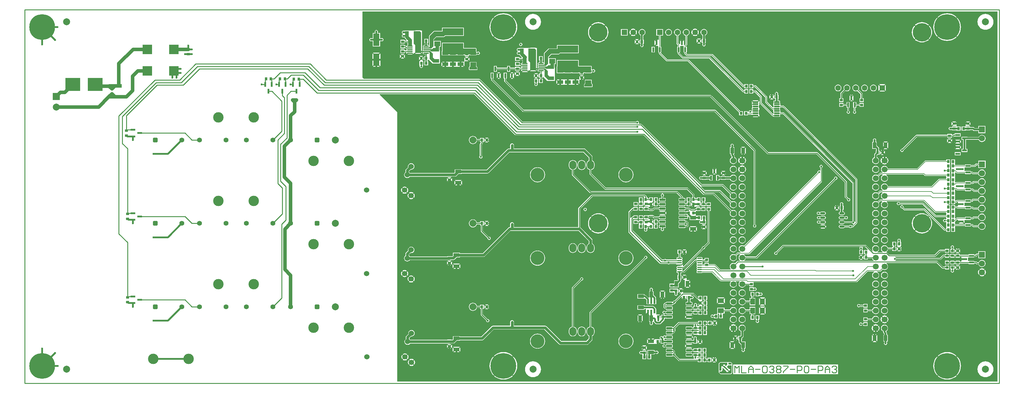
<source format=gtl>
G04 Layer_Physical_Order=1*
G04 Layer_Color=128*
%FSLAX43Y43*%
%MOMM*%
G71*
G01*
G75*
%ADD10R,2.700X2.700*%
%ADD11O,1.400X0.350*%
%ADD12R,6.000X2.000*%
%ADD13R,0.600X1.000*%
%ADD14R,0.600X1.350*%
%ADD15O,1.450X0.650*%
%ADD16R,1.340X1.800*%
%ADD17R,0.900X0.800*%
G04:AMPARAMS|DCode=18|XSize=0.45mm|YSize=1.6mm|CornerRadius=0.05mm|HoleSize=0mm|Usage=FLASHONLY|Rotation=90.000|XOffset=0mm|YOffset=0mm|HoleType=Round|Shape=RoundedRectangle|*
%AMROUNDEDRECTD18*
21,1,0.450,1.501,0,0,90.0*
21,1,0.351,1.600,0,0,90.0*
1,1,0.099,0.750,0.175*
1,1,0.099,0.750,-0.175*
1,1,0.099,-0.750,-0.175*
1,1,0.099,-0.750,0.175*
%
%ADD18ROUNDEDRECTD18*%
%ADD19R,4.240X3.810*%
%ADD20R,0.800X0.900*%
%ADD21R,1.800X3.550*%
%ADD22C,2.000*%
G04:AMPARAMS|DCode=23|XSize=0.65mm|YSize=1.65mm|CornerRadius=0.049mm|HoleSize=0mm|Usage=FLASHONLY|Rotation=270.000|XOffset=0mm|YOffset=0mm|HoleType=Round|Shape=RoundedRectangle|*
%AMROUNDEDRECTD23*
21,1,0.650,1.552,0,0,270.0*
21,1,0.552,1.650,0,0,270.0*
1,1,0.098,-0.776,-0.276*
1,1,0.098,-0.776,0.276*
1,1,0.098,0.776,0.276*
1,1,0.098,0.776,-0.276*
%
%ADD23ROUNDEDRECTD23*%
%ADD24R,1.700X1.000*%
G04:AMPARAMS|DCode=25|XSize=0.3mm|YSize=1.55mm|CornerRadius=0.05mm|HoleSize=0mm|Usage=FLASHONLY|Rotation=90.000|XOffset=0mm|YOffset=0mm|HoleType=Round|Shape=RoundedRectangle|*
%AMROUNDEDRECTD25*
21,1,0.300,1.451,0,0,90.0*
21,1,0.201,1.550,0,0,90.0*
1,1,0.099,0.726,0.101*
1,1,0.099,0.726,-0.101*
1,1,0.099,-0.726,-0.101*
1,1,0.099,-0.726,0.101*
%
%ADD25ROUNDEDRECTD25*%
G04:AMPARAMS|DCode=26|XSize=1.73mm|YSize=1.9mm|CornerRadius=0.052mm|HoleSize=0mm|Usage=FLASHONLY|Rotation=0.000|XOffset=0mm|YOffset=0mm|HoleType=Round|Shape=RoundedRectangle|*
%AMROUNDEDRECTD26*
21,1,1.730,1.796,0,0,0.0*
21,1,1.626,1.900,0,0,0.0*
1,1,0.104,0.813,-0.898*
1,1,0.104,-0.813,-0.898*
1,1,0.104,-0.813,0.898*
1,1,0.104,0.813,0.898*
%
%ADD26ROUNDEDRECTD26*%
%ADD27R,1.350X0.600*%
%ADD28R,1.000X1.700*%
%ADD29R,1.800X1.340*%
%ADD30C,0.250*%
%ADD31C,0.750*%
%ADD32C,0.500*%
%ADD33C,0.200*%
%ADD34C,0.150*%
%ADD35C,1.000*%
%ADD36C,0.400*%
%ADD37C,0.300*%
%ADD38C,0.254*%
%ADD39O,2.000X2.500*%
%ADD40C,3.000*%
%ADD41C,1.600*%
%ADD42R,1.600X1.600*%
%ADD43C,1.524*%
%ADD44C,7.400*%
%ADD45C,5.300*%
%ADD46C,1.700*%
%ADD47R,1.750X1.750*%
%ADD48C,1.750*%
%ADD49C,4.000*%
%ADD50R,2.000X2.000*%
%ADD51R,1.800X1.800*%
%ADD52C,1.800*%
%ADD53C,1.400*%
G04:AMPARAMS|DCode=54|XSize=1.4mm|YSize=1.4mm|CornerRadius=0.35mm|HoleSize=0mm|Usage=FLASHONLY|Rotation=0.000|XOffset=0mm|YOffset=0mm|HoleType=Round|Shape=RoundedRectangle|*
%AMROUNDEDRECTD54*
21,1,1.400,0.700,0,0,0.0*
21,1,0.700,1.400,0,0,0.0*
1,1,0.700,0.350,-0.350*
1,1,0.700,-0.350,-0.350*
1,1,0.700,-0.350,0.350*
1,1,0.700,0.350,0.350*
%
%ADD54ROUNDEDRECTD54*%
%ADD55C,0.600*%
G36*
X279500Y500D02*
X107000D01*
Y78000D01*
X101942Y83058D01*
X102009Y83220D01*
X129084D01*
X140802Y71502D01*
X140893Y71441D01*
X141000Y71420D01*
X177784D01*
X194902Y54302D01*
X194993Y54241D01*
X195100Y54220D01*
X197804D01*
X202678Y49345D01*
X202586Y49121D01*
X202551Y48860D01*
X202586Y48599D01*
X202686Y48356D01*
X202847Y48147D01*
X203056Y47986D01*
X203299Y47886D01*
X203560Y47851D01*
X203821Y47886D01*
X204064Y47986D01*
X204273Y48147D01*
X204433Y48356D01*
X204534Y48599D01*
X204569Y48860D01*
X204534Y49121D01*
X204433Y49364D01*
X204273Y49573D01*
X204064Y49733D01*
X203821Y49834D01*
X203560Y49869D01*
X203299Y49834D01*
X203075Y49742D01*
X198118Y54698D01*
X198027Y54759D01*
X197920Y54780D01*
X195296D01*
X195245Y54845D01*
X195331Y55020D01*
X199544D01*
X202678Y51885D01*
X202586Y51661D01*
X202551Y51400D01*
X202586Y51139D01*
X202686Y50896D01*
X202847Y50687D01*
X203056Y50527D01*
X203299Y50426D01*
X203560Y50391D01*
X203821Y50426D01*
X204064Y50527D01*
X204273Y50687D01*
X204433Y50896D01*
X204534Y51139D01*
X204569Y51400D01*
X204534Y51661D01*
X204433Y51904D01*
X204273Y52113D01*
X204064Y52273D01*
X203821Y52374D01*
X203560Y52409D01*
X203299Y52374D01*
X203075Y52282D01*
X199858Y55498D01*
X199767Y55559D01*
X199660Y55580D01*
X195316D01*
X194344Y56552D01*
X194381Y56662D01*
X194424Y56720D01*
X200384D01*
X202678Y54425D01*
X202586Y54201D01*
X202551Y53940D01*
X202586Y53679D01*
X202686Y53436D01*
X202847Y53227D01*
X203056Y53067D01*
X203299Y52966D01*
X203560Y52931D01*
X203821Y52966D01*
X204064Y53067D01*
X204273Y53227D01*
X204433Y53436D01*
X204534Y53679D01*
X204569Y53940D01*
X204534Y54201D01*
X204433Y54444D01*
X204273Y54653D01*
X204064Y54813D01*
X203821Y54914D01*
X203560Y54949D01*
X203299Y54914D01*
X203075Y54821D01*
X200698Y57198D01*
X200607Y57259D01*
X200500Y57280D01*
X194516D01*
X177198Y74598D01*
X177107Y74659D01*
X177000Y74680D01*
X176522D01*
X176430Y74855D01*
X176458Y75000D01*
X176424Y75175D01*
X176324Y75324D01*
X176175Y75424D01*
X176000Y75459D01*
X175824Y75424D01*
X175675Y75324D01*
X175646Y75280D01*
X143016D01*
X130798Y87498D01*
X130707Y87559D01*
X130600Y87580D01*
X97420D01*
X97000Y88000D01*
Y107000D01*
X279500D01*
Y500D01*
D02*
G37*
%LPC*%
G36*
X109120Y32595D02*
X108855Y32560D01*
X108608Y32457D01*
X108497Y32373D01*
X109120Y31750D01*
X109743Y32373D01*
X109632Y32457D01*
X109385Y32560D01*
X109120Y32595D01*
D02*
G37*
G36*
X275883Y32624D02*
X275180Y31920D01*
X275883Y31216D01*
X275986Y31351D01*
X276100Y31625D01*
X276139Y31920D01*
X276100Y32215D01*
X275986Y32489D01*
X275883Y32624D01*
D02*
G37*
G36*
X274117Y32624D02*
X274014Y32489D01*
X273900Y32215D01*
X273861Y31920D01*
X273900Y31625D01*
X274014Y31351D01*
X274117Y31216D01*
X274820Y31920D01*
X274117Y32624D01*
D02*
G37*
G36*
X267100Y33850D02*
X265900D01*
Y32750D01*
X266065D01*
X266079Y32734D01*
X266143Y32575D01*
X266076Y32476D01*
X266041Y32300D01*
X266076Y32124D01*
X266176Y31976D01*
X266324Y31876D01*
X266500Y31841D01*
X266676Y31876D01*
X266824Y31976D01*
X266924Y32124D01*
X266959Y32300D01*
X266924Y32476D01*
X266857Y32575D01*
X266921Y32734D01*
X266935Y32750D01*
X267100D01*
Y33850D01*
D02*
G37*
G36*
X268704Y33774D02*
X268230Y33300D01*
X268704Y32826D01*
Y33774D01*
D02*
G37*
G36*
X268000Y33170D02*
X267476Y32646D01*
X268524D01*
X268000Y33170D01*
D02*
G37*
G36*
X275000Y33059D02*
X274705Y33020D01*
X274431Y32906D01*
X274296Y32803D01*
X275000Y32100D01*
X275704Y32803D01*
X275569Y32906D01*
X275295Y33020D01*
X275000Y33059D01*
D02*
G37*
G36*
X108317Y32193D02*
X108233Y32082D01*
X108130Y31835D01*
X108095Y31570D01*
X108130Y31305D01*
X108233Y31058D01*
X108317Y30947D01*
X108940Y31570D01*
X108317Y32193D01*
D02*
G37*
G36*
X190154Y31024D02*
X189590Y30460D01*
X189500Y30550D01*
X189450Y30500D01*
X189590Y30360D01*
X189026Y29796D01*
X189509D01*
X189646Y29704D01*
X189646Y29621D01*
Y27676D01*
X190310Y28340D01*
X190400Y28250D01*
X190490Y28340D01*
X191154Y27676D01*
Y29524D01*
X190490Y28860D01*
X190310Y29040D01*
X190974Y29704D01*
X190291D01*
X190154Y29796D01*
X190154Y29879D01*
Y31024D01*
D02*
G37*
G36*
X111000Y31025D02*
X110735Y30990D01*
X110488Y30887D01*
X110377Y30803D01*
X111000Y30180D01*
X111623Y30803D01*
X111512Y30887D01*
X111265Y30990D01*
X111000Y31025D01*
D02*
G37*
G36*
X247000Y32089D02*
X246739Y32054D01*
X246496Y31953D01*
X246287Y31793D01*
X246126Y31584D01*
X246026Y31341D01*
X245991Y31080D01*
X246026Y30819D01*
X246126Y30576D01*
X246287Y30367D01*
X246496Y30206D01*
X246739Y30106D01*
X247000Y30071D01*
X247261Y30106D01*
X247504Y30206D01*
X247713Y30367D01*
X247873Y30576D01*
X247974Y30819D01*
X248009Y31080D01*
X247974Y31341D01*
X247873Y31584D01*
X247713Y31793D01*
X247504Y31953D01*
X247261Y32054D01*
X247000Y32089D01*
D02*
G37*
G36*
X109120Y31390D02*
X108497Y30767D01*
X108608Y30683D01*
X108855Y30580D01*
X109120Y30545D01*
X109385Y30580D01*
X109632Y30683D01*
X109743Y30767D01*
X109120Y31390D01*
D02*
G37*
G36*
X109923Y32193D02*
X109300Y31570D01*
X109923Y30947D01*
X110007Y31058D01*
X110110Y31305D01*
X110145Y31570D01*
X110110Y31835D01*
X110007Y32082D01*
X109923Y32193D01*
D02*
G37*
G36*
X275000Y31740D02*
X274296Y31037D01*
X274431Y30934D01*
X274705Y30820D01*
X275000Y30781D01*
X275295Y30820D01*
X275569Y30934D01*
X275704Y31037D01*
X275000Y31740D01*
D02*
G37*
G36*
X189974Y31204D02*
X189026D01*
X189500Y30730D01*
X189974Y31204D01*
D02*
G37*
G36*
X121296Y35074D02*
Y34126D01*
X121770Y34600D01*
X121296Y35074D01*
D02*
G37*
G36*
X122000Y34650D02*
X121950Y34600D01*
X122000Y34550D01*
X122050Y34600D01*
X122000Y34650D01*
D02*
G37*
G36*
Y34470D02*
X121476Y33946D01*
X122524D01*
X122000Y34470D01*
D02*
G37*
G36*
X122704Y35074D02*
X122230Y34600D01*
X122704Y34126D01*
Y35074D01*
D02*
G37*
G36*
X240954Y36724D02*
X240430Y36200D01*
X240954Y35676D01*
Y36724D01*
D02*
G37*
G36*
X239646Y36724D02*
Y35676D01*
X240170Y36200D01*
X239646Y36724D01*
D02*
G37*
G36*
X122524Y35254D02*
X121476D01*
X122000Y34730D01*
X122524Y35254D01*
D02*
G37*
G36*
X240300Y35970D02*
X239826Y35496D01*
X240774D01*
X240300Y35970D01*
D02*
G37*
G36*
X125104Y34274D02*
X124530Y33700D01*
X125104Y33126D01*
Y34274D01*
D02*
G37*
G36*
X122896Y34274D02*
Y33126D01*
X123470Y33700D01*
X122896Y34274D01*
D02*
G37*
G36*
X267296Y33774D02*
Y32826D01*
X267770Y33300D01*
X267296Y33774D01*
D02*
G37*
G36*
X124924Y34454D02*
X123076D01*
X123740Y33790D01*
X123650Y33700D01*
X123740Y33610D01*
X123076Y32946D01*
X124924D01*
X124260Y33610D01*
X124350Y33700D01*
X124260Y33790D01*
X124924Y34454D01*
D02*
G37*
G36*
X147300Y38160D02*
X146879Y38119D01*
X146473Y37996D01*
X146100Y37796D01*
X145772Y37528D01*
X145504Y37200D01*
X145304Y36827D01*
X145181Y36421D01*
X145140Y36000D01*
X145181Y35579D01*
X145304Y35173D01*
X145504Y34800D01*
X145772Y34472D01*
X146100Y34204D01*
X146473Y34004D01*
X146879Y33881D01*
X147300Y33840D01*
X147721Y33881D01*
X148127Y34004D01*
X148500Y34204D01*
X148828Y34472D01*
X149096Y34800D01*
X149296Y35173D01*
X149419Y35579D01*
X149460Y36000D01*
X149419Y36421D01*
X149296Y36827D01*
X149096Y37200D01*
X148828Y37528D01*
X148500Y37796D01*
X148127Y37996D01*
X147721Y38119D01*
X147300Y38160D01*
D02*
G37*
G36*
X172700D02*
X172279Y38119D01*
X171873Y37996D01*
X171500Y37796D01*
X171172Y37528D01*
X170904Y37200D01*
X170704Y36827D01*
X170581Y36421D01*
X170540Y36000D01*
X170581Y35579D01*
X170704Y35173D01*
X170904Y34800D01*
X171172Y34472D01*
X171500Y34204D01*
X171873Y34004D01*
X172279Y33881D01*
X172700Y33840D01*
X173121Y33881D01*
X173527Y34004D01*
X173900Y34204D01*
X174228Y34472D01*
X174496Y34800D01*
X174696Y35173D01*
X174819Y35579D01*
X174860Y36000D01*
X174819Y36421D01*
X174696Y36827D01*
X174496Y37200D01*
X174228Y37528D01*
X173900Y37796D01*
X173527Y37996D01*
X173121Y38119D01*
X172700Y38160D01*
D02*
G37*
G36*
X268000Y33350D02*
X267950Y33300D01*
X268000Y33250D01*
X268050Y33300D01*
X268000Y33350D01*
D02*
G37*
G36*
X268524Y33954D02*
X267476D01*
X268000Y33430D01*
X268524Y33954D01*
D02*
G37*
G36*
X183200Y24970D02*
X182626Y24396D01*
X183774D01*
X183200Y24970D01*
D02*
G37*
G36*
X180000Y27459D02*
X179824Y27424D01*
X179676Y27324D01*
X179576Y27176D01*
X179541Y27000D01*
X179576Y26824D01*
X179592Y26800D01*
Y26500D01*
X179350D01*
Y24674D01*
X179175Y24602D01*
X178488Y25288D01*
X178356Y25377D01*
X178200Y25408D01*
X178200Y25408D01*
X178000D01*
Y25650D01*
X176000D01*
Y24350D01*
X178000D01*
Y24376D01*
X178175Y24448D01*
X178600Y24023D01*
Y22725D01*
X179375D01*
X179500Y22725D01*
X179675Y22725D01*
X180450D01*
Y22725D01*
X180500D01*
Y22725D01*
X181400D01*
Y24025D01*
X181358D01*
Y24550D01*
X181358Y24550D01*
X181327Y24706D01*
X181238Y24838D01*
X180650Y25427D01*
Y26500D01*
X180408D01*
Y26800D01*
X180424Y26824D01*
X180459Y27000D01*
X180424Y27176D01*
X180324Y27324D01*
X180176Y27424D01*
X180000Y27459D01*
D02*
G37*
G36*
X212674Y24654D02*
X211186D01*
X211930Y23910D01*
X212674Y24654D01*
D02*
G37*
G36*
X189400Y24470D02*
X188926Y23996D01*
X189874D01*
X189400Y24470D01*
D02*
G37*
G36*
X244460Y27009D02*
X244199Y26974D01*
X243956Y26873D01*
X243747Y26713D01*
X243587Y26504D01*
X243486Y26261D01*
X243451Y26000D01*
X243486Y25739D01*
X243587Y25496D01*
X243747Y25287D01*
X243956Y25126D01*
X244199Y25026D01*
X244460Y24991D01*
X244721Y25026D01*
X244964Y25126D01*
X245173Y25287D01*
X245333Y25496D01*
X245434Y25739D01*
X245469Y26000D01*
X245434Y26261D01*
X245333Y26504D01*
X245173Y26713D01*
X244964Y26873D01*
X244721Y26974D01*
X244460Y27009D01*
D02*
G37*
G36*
X247000D02*
X246739Y26974D01*
X246496Y26873D01*
X246287Y26713D01*
X246126Y26504D01*
X246026Y26261D01*
X245991Y26000D01*
X246026Y25739D01*
X246126Y25496D01*
X246287Y25287D01*
X246496Y25126D01*
X246739Y25026D01*
X247000Y24991D01*
X247261Y25026D01*
X247504Y25126D01*
X247713Y25287D01*
X247873Y25496D01*
X247974Y25739D01*
X248009Y26000D01*
X247974Y26261D01*
X247873Y26504D01*
X247713Y26713D01*
X247504Y26873D01*
X247261Y26974D01*
X247000Y27009D01*
D02*
G37*
G36*
X203560D02*
X203299Y26974D01*
X203056Y26873D01*
X202847Y26713D01*
X202686Y26504D01*
X202586Y26261D01*
X202551Y26000D01*
X202586Y25739D01*
X202686Y25496D01*
X202847Y25287D01*
X203056Y25126D01*
X203299Y25026D01*
X203560Y24991D01*
X203821Y25026D01*
X204064Y25126D01*
X204273Y25287D01*
X204433Y25496D01*
X204534Y25739D01*
X204569Y26000D01*
X204534Y26261D01*
X204433Y26504D01*
X204273Y26713D01*
X204064Y26873D01*
X203821Y26974D01*
X203560Y27009D01*
D02*
G37*
G36*
X206100D02*
X205839Y26974D01*
X205596Y26873D01*
X205387Y26713D01*
X205227Y26504D01*
X205126Y26261D01*
X205091Y26000D01*
X205126Y25739D01*
X205227Y25496D01*
X205387Y25287D01*
X205596Y25126D01*
X205839Y25026D01*
X206100Y24991D01*
X206361Y25026D01*
X206604Y25126D01*
X206813Y25287D01*
X206973Y25496D01*
X207074Y25739D01*
X207109Y26000D01*
X207074Y26261D01*
X206973Y26504D01*
X206813Y26713D01*
X206604Y26873D01*
X206361Y26974D01*
X206100Y27009D01*
D02*
G37*
G36*
X200974Y24654D02*
X199026D01*
X199860Y23820D01*
X199770Y23730D01*
X199860Y23640D01*
X199026Y22806D01*
X200974D01*
X200140Y23640D01*
X200230Y23730D01*
X200140Y23820D01*
X200974Y24654D01*
D02*
G37*
G36*
X198846Y24474D02*
Y22986D01*
X199590Y23730D01*
X198846Y24474D01*
D02*
G37*
G36*
X193446Y23624D02*
X193446Y22576D01*
X193970Y23100D01*
X193446Y23624D01*
D02*
G37*
G36*
X242100Y22850D02*
X240900D01*
Y22580D01*
X239954D01*
X239924Y22624D01*
X239776Y22724D01*
X239600Y22759D01*
X239424Y22724D01*
X239276Y22624D01*
X239176Y22476D01*
X239141Y22300D01*
X239176Y22124D01*
X239276Y21976D01*
X239424Y21876D01*
X239600Y21841D01*
X239776Y21876D01*
X239924Y21976D01*
X239954Y22020D01*
X240900D01*
Y21750D01*
X242100D01*
Y22850D01*
D02*
G37*
G36*
X212854Y24474D02*
X212020Y23640D01*
X211930Y23730D01*
X211840Y23640D01*
X211006Y24474D01*
Y22526D01*
X211840Y23360D01*
X211930Y23270D01*
X212020Y23360D01*
X212854Y22526D01*
Y24474D01*
D02*
G37*
G36*
X209650Y26200D02*
X208550D01*
Y25000D01*
X208790D01*
Y24550D01*
X208250D01*
Y23740D01*
X207066D01*
X206973Y23964D01*
X206813Y24173D01*
X206604Y24333D01*
X206361Y24434D01*
X206100Y24469D01*
X205839Y24434D01*
X205596Y24333D01*
X205387Y24173D01*
X205227Y23964D01*
X205126Y23721D01*
X205091Y23460D01*
X205126Y23199D01*
X205227Y22956D01*
X205387Y22747D01*
X205596Y22587D01*
X205839Y22486D01*
X206100Y22451D01*
X206361Y22486D01*
X206604Y22587D01*
X206813Y22747D01*
X206973Y22956D01*
X207066Y23180D01*
X208250D01*
Y22450D01*
X209890D01*
Y24550D01*
X209350D01*
Y25000D01*
X209650D01*
Y26200D01*
D02*
G37*
G36*
X201154Y24474D02*
X200410Y23730D01*
X201154Y22986D01*
Y24474D01*
D02*
G37*
G36*
X194100Y23150D02*
X194050Y23100D01*
X194100Y23050D01*
X194150Y23100D01*
X194100Y23150D01*
D02*
G37*
G36*
X247000Y29549D02*
X246739Y29514D01*
X246496Y29413D01*
X246287Y29253D01*
X246126Y29044D01*
X246026Y28801D01*
X245991Y28540D01*
X246026Y28279D01*
X246126Y28036D01*
X246287Y27827D01*
X246496Y27667D01*
X246739Y27566D01*
X247000Y27531D01*
X247261Y27566D01*
X247504Y27667D01*
X247713Y27827D01*
X247873Y28036D01*
X247974Y28279D01*
X248009Y28540D01*
X247974Y28801D01*
X247873Y29044D01*
X247713Y29253D01*
X247504Y29413D01*
X247261Y29514D01*
X247000Y29549D01*
D02*
G37*
G36*
X111000Y29820D02*
X110377Y29197D01*
X110488Y29113D01*
X110735Y29010D01*
X111000Y28975D01*
X111265Y29010D01*
X111512Y29113D01*
X111623Y29197D01*
X111000Y29820D01*
D02*
G37*
G36*
X190400Y28070D02*
X189826Y27496D01*
X190974D01*
X190400Y28070D01*
D02*
G37*
G36*
X244460Y29549D02*
X244199Y29514D01*
X243956Y29413D01*
X243747Y29253D01*
X243587Y29044D01*
X243486Y28801D01*
X243451Y28540D01*
X243486Y28279D01*
X243587Y28036D01*
X243747Y27827D01*
X243956Y27667D01*
X244199Y27566D01*
X244460Y27531D01*
X244721Y27566D01*
X244964Y27667D01*
X245173Y27827D01*
X245333Y28036D01*
X245434Y28279D01*
X245469Y28540D01*
X245434Y28801D01*
X245333Y29044D01*
X245173Y29253D01*
X244964Y29413D01*
X244721Y29514D01*
X244460Y29549D01*
D02*
G37*
G36*
X160000Y30459D02*
X159824Y30424D01*
X159676Y30324D01*
X159576Y30176D01*
X159541Y30000D01*
X159552Y29948D01*
X157252Y27648D01*
X157191Y27557D01*
X157170Y27450D01*
Y16273D01*
X157150Y16270D01*
X156870Y16155D01*
X156630Y15970D01*
X156445Y15730D01*
X156330Y15450D01*
X156290Y15150D01*
Y14650D01*
X156330Y14350D01*
X156445Y14070D01*
X156630Y13830D01*
X156870Y13645D01*
X157150Y13530D01*
X157450Y13490D01*
X157750Y13530D01*
X158030Y13645D01*
X158270Y13830D01*
X158455Y14070D01*
X158570Y14350D01*
X158610Y14650D01*
Y15150D01*
X158570Y15450D01*
X158455Y15730D01*
X158270Y15970D01*
X158030Y16155D01*
X157750Y16270D01*
X157730Y16273D01*
Y27334D01*
X159948Y29552D01*
X160000Y29541D01*
X160176Y29576D01*
X160324Y29676D01*
X160424Y29824D01*
X160459Y30000D01*
X160424Y30176D01*
X160324Y30324D01*
X160176Y30424D01*
X160000Y30459D01*
D02*
G37*
G36*
X188846Y31024D02*
Y29976D01*
X189370Y30500D01*
X188846Y31024D01*
D02*
G37*
G36*
X111803Y30623D02*
X111180Y30000D01*
X111803Y29377D01*
X111887Y29488D01*
X111990Y29735D01*
X112025Y30000D01*
X111990Y30265D01*
X111887Y30512D01*
X111803Y30623D01*
D02*
G37*
G36*
X110197Y30623D02*
X110113Y30512D01*
X110010Y30265D01*
X109975Y30000D01*
X110010Y29735D01*
X110113Y29488D01*
X110197Y29377D01*
X110820Y30000D01*
X110197Y30623D01*
D02*
G37*
G36*
X183954Y26424D02*
X183290Y25760D01*
X183200Y25850D01*
X183110Y25760D01*
X182446Y26424D01*
Y24576D01*
X183110Y25240D01*
X183200Y25150D01*
X183290Y25240D01*
X183954Y24576D01*
Y26424D01*
D02*
G37*
G36*
X183774Y26604D02*
X182626D01*
X183200Y26030D01*
X183774Y26604D01*
D02*
G37*
G36*
X186400Y27250D02*
Y27250D01*
X186396Y27250D01*
X185200D01*
Y26150D01*
X186400D01*
Y26150D01*
X186550Y26090D01*
Y26000D01*
X186692D01*
Y25800D01*
X186676Y25776D01*
X186641Y25600D01*
X186676Y25424D01*
X186776Y25276D01*
X186924Y25176D01*
X187100Y25141D01*
X187276Y25176D01*
X187424Y25276D01*
X187524Y25424D01*
X187559Y25600D01*
X187524Y25776D01*
X187508Y25800D01*
Y26000D01*
X187650D01*
Y27200D01*
X186550D01*
Y27200D01*
X186400Y27250D01*
D02*
G37*
G36*
X211050Y26200D02*
X209950D01*
Y25000D01*
X211050D01*
Y25165D01*
X211066Y25179D01*
X211225Y25243D01*
X211324Y25176D01*
X211500Y25141D01*
X211676Y25176D01*
X211824Y25276D01*
X211924Y25424D01*
X211959Y25600D01*
X211924Y25776D01*
X211824Y25924D01*
X211676Y26024D01*
X211500Y26059D01*
X211324Y26024D01*
X211225Y25957D01*
X211066Y26021D01*
X211050Y26035D01*
Y26200D01*
D02*
G37*
G36*
X209400Y27650D02*
X208200D01*
Y26550D01*
X209400D01*
Y26616D01*
X209575Y26709D01*
X209624Y26676D01*
X209800Y26641D01*
X209976Y26676D01*
X210124Y26776D01*
X210224Y26924D01*
X210259Y27100D01*
X210224Y27276D01*
X210124Y27424D01*
X209976Y27524D01*
X209800Y27559D01*
X209624Y27524D01*
X209575Y27491D01*
X209400Y27584D01*
Y27650D01*
D02*
G37*
G36*
X188974Y27304D02*
X188026D01*
X188500Y26830D01*
X188974Y27304D01*
D02*
G37*
G36*
X187846Y27124D02*
Y26076D01*
X188370Y26600D01*
X187846Y27124D01*
D02*
G37*
G36*
X189154Y27124D02*
X188590Y26560D01*
X188500Y26650D01*
X188450Y26600D01*
X188590Y26460D01*
X188026Y25896D01*
X188571D01*
X188638Y25734D01*
X186652Y23748D01*
X186600Y23759D01*
X186424Y23724D01*
X186276Y23624D01*
X186176Y23476D01*
X186144Y23453D01*
X185978Y23378D01*
X185951Y23384D01*
X184399D01*
X184321Y23368D01*
X184255Y23325D01*
X184212Y23259D01*
X184197Y23185D01*
X184005D01*
X183898Y23164D01*
X183807Y23103D01*
X183602Y22898D01*
X183541Y22807D01*
X183520Y22700D01*
Y21900D01*
X183541Y21793D01*
X183602Y21702D01*
X183867Y21437D01*
X183958Y21376D01*
X184065Y21355D01*
X184197D01*
X184212Y21281D01*
X184255Y21215D01*
X184321Y21172D01*
X184399Y21156D01*
X185951D01*
X186029Y21172D01*
X186095Y21215D01*
X186138Y21281D01*
X186154Y21359D01*
Y21911D01*
X186138Y21989D01*
X186095Y22055D01*
X186029Y22098D01*
X185951Y22114D01*
X184399D01*
X184321Y22098D01*
X184255Y22055D01*
X184255Y22054D01*
X184080Y22108D01*
Y22432D01*
X184255Y22486D01*
X184255Y22485D01*
X184321Y22442D01*
X184399Y22426D01*
X185951D01*
X186029Y22442D01*
X186095Y22485D01*
X186138Y22551D01*
X186152Y22620D01*
X186200D01*
X186307Y22641D01*
X186398Y22702D01*
X186548Y22852D01*
X186600Y22841D01*
X186776Y22876D01*
X186924Y22976D01*
X187024Y23124D01*
X187059Y23300D01*
X187048Y23352D01*
X188584Y24888D01*
X188746Y24821D01*
Y24176D01*
X189310Y24740D01*
X189400Y24650D01*
X189490Y24740D01*
X190054Y24176D01*
Y25245D01*
X190075Y25254D01*
X190083Y25254D01*
X190250Y25139D01*
Y24100D01*
X190392D01*
Y23384D01*
X190049D01*
X189971Y23368D01*
X189905Y23325D01*
X189862Y23259D01*
X189846Y23181D01*
Y22629D01*
X189862Y22551D01*
X189905Y22485D01*
X189971Y22442D01*
X190049Y22426D01*
X191601D01*
X191679Y22442D01*
X191745Y22485D01*
X191788Y22551D01*
X191804Y22629D01*
Y23181D01*
X191788Y23259D01*
X191745Y23325D01*
X191679Y23368D01*
X191601Y23384D01*
X191208D01*
Y24100D01*
X191350D01*
Y24226D01*
X191524Y24276D01*
X191700Y24241D01*
X191876Y24276D01*
X192024Y24376D01*
X192124Y24524D01*
X192159Y24700D01*
X192124Y24876D01*
X192024Y25024D01*
X191876Y25124D01*
X191700Y25159D01*
X191582Y25135D01*
X191408Y25240D01*
X191403Y25275D01*
X191535Y25420D01*
X191984D01*
X193102Y24302D01*
X193193Y24241D01*
X193300Y24220D01*
X193426D01*
X193550Y24096D01*
X193550Y23936D01*
X193525Y23904D01*
X194100Y23330D01*
X194675Y23904D01*
X194650Y23936D01*
X194650Y23979D01*
Y25100D01*
X193550D01*
Y24880D01*
X193375Y24822D01*
X192298Y25898D01*
X192207Y25959D01*
X192100Y25980D01*
X189154D01*
Y27124D01*
D02*
G37*
G36*
X229675Y45685D02*
X228875D01*
X228649Y45640D01*
X228565Y45584D01*
X228965Y45185D01*
X228875Y45095D01*
X228965Y45005D01*
X228565Y44606D01*
X228649Y44550D01*
X228875Y44505D01*
X229675D01*
X229901Y44550D01*
X229985Y44606D01*
X229585Y45005D01*
X229675Y45095D01*
X229585Y45185D01*
X229985Y45584D01*
X229901Y45640D01*
X229675Y45685D01*
D02*
G37*
G36*
X195100Y44870D02*
X194576Y44346D01*
X195624D01*
X195100Y44870D01*
D02*
G37*
G36*
X259893Y47963D02*
X257930Y46000D01*
X259893Y44037D01*
X260107Y44288D01*
X260345Y44678D01*
X260520Y45100D01*
X260627Y45544D01*
X260663Y46000D01*
X260627Y46456D01*
X260520Y46900D01*
X260345Y47322D01*
X260107Y47712D01*
X259893Y47963D01*
D02*
G37*
G36*
X195804Y45474D02*
X195330Y45000D01*
X195804Y44526D01*
Y45474D01*
D02*
G37*
G36*
X228386Y45405D02*
X228330Y45321D01*
X228285Y45095D01*
X228330Y44869D01*
X228386Y44785D01*
X228695Y45095D01*
X228386Y45405D01*
D02*
G37*
G36*
X230164Y45405D02*
X229855Y45095D01*
X230164Y44785D01*
X230220Y44869D01*
X230265Y45095D01*
X230220Y45321D01*
X230164Y45405D01*
D02*
G37*
G36*
X194396Y45474D02*
Y44526D01*
X194870Y45000D01*
X194396Y45474D01*
D02*
G37*
G36*
X166893Y47963D02*
X164930Y46000D01*
X166893Y44037D01*
X167107Y44288D01*
X167345Y44678D01*
X167520Y45100D01*
X167627Y45544D01*
X167663Y46000D01*
X167627Y46456D01*
X167520Y46900D01*
X167345Y47322D01*
X167107Y47712D01*
X166893Y47963D01*
D02*
G37*
G36*
X183951Y45669D02*
X182399D01*
X182321Y45653D01*
X182255Y45610D01*
X182212Y45544D01*
X182196Y45466D01*
Y44914D01*
X182212Y44836D01*
X182255Y44770D01*
X182321Y44727D01*
X182399Y44711D01*
X182778D01*
X182826Y44603D01*
X182842Y44536D01*
X182751Y44401D01*
X182716Y44225D01*
X182751Y44049D01*
X182851Y43901D01*
X182999Y43801D01*
X183175Y43766D01*
X183351Y43801D01*
X183499Y43901D01*
X183599Y44049D01*
X183634Y44225D01*
X183599Y44401D01*
X183508Y44536D01*
X183524Y44603D01*
X183572Y44711D01*
X183951D01*
X184029Y44727D01*
X184095Y44770D01*
X184138Y44836D01*
X184154Y44914D01*
Y45466D01*
X184138Y45544D01*
X184095Y45610D01*
X184029Y45653D01*
X183951Y45669D01*
D02*
G37*
G36*
X192924Y45154D02*
X191076D01*
X191740Y44490D01*
X191650Y44400D01*
X191740Y44310D01*
X191076Y43646D01*
X192924D01*
X192260Y44310D01*
X192350Y44400D01*
X192260Y44490D01*
X192924Y45154D01*
D02*
G37*
G36*
X257750Y45820D02*
X255787Y43857D01*
X256038Y43643D01*
X256428Y43405D01*
X256850Y43230D01*
X257294Y43123D01*
X257750Y43087D01*
X258206Y43123D01*
X258650Y43230D01*
X259072Y43405D01*
X259462Y43643D01*
X259713Y43857D01*
X257750Y45820D01*
D02*
G37*
G36*
X193104Y44974D02*
X192530Y44400D01*
X193104Y43826D01*
Y44974D01*
D02*
G37*
G36*
X255607Y47963D02*
X255393Y47712D01*
X255155Y47322D01*
X254980Y46900D01*
X254873Y46456D01*
X254837Y46000D01*
X254873Y45544D01*
X254980Y45100D01*
X255155Y44678D01*
X255393Y44288D01*
X255607Y44037D01*
X257570Y46000D01*
X255607Y47963D01*
D02*
G37*
G36*
X162607D02*
X162393Y47712D01*
X162155Y47322D01*
X161980Y46900D01*
X161873Y46456D01*
X161837Y46000D01*
X161873Y45544D01*
X161980Y45100D01*
X162155Y44678D01*
X162393Y44288D01*
X162607Y44037D01*
X164570Y46000D01*
X162607Y47963D01*
D02*
G37*
G36*
X190896Y44974D02*
Y43826D01*
X191470Y44400D01*
X190896Y44974D01*
D02*
G37*
G36*
X134700Y89350D02*
X133800D01*
Y87700D01*
X133970D01*
Y87350D01*
X133991Y87243D01*
X134052Y87152D01*
X143002Y78202D01*
X143093Y78141D01*
X143200Y78120D01*
X198184D01*
X209420Y66884D01*
Y45654D01*
X209376Y45624D01*
X209276Y45476D01*
X209241Y45300D01*
X209276Y45124D01*
X209376Y44976D01*
X209524Y44876D01*
X209700Y44841D01*
X209876Y44876D01*
X210024Y44976D01*
X210124Y45124D01*
X210159Y45300D01*
X210124Y45476D01*
X210024Y45624D01*
X209980Y45654D01*
Y67000D01*
X209959Y67107D01*
X209898Y67198D01*
X198498Y78598D01*
X198407Y78659D01*
X198300Y78680D01*
X143316D01*
X134530Y87466D01*
Y87700D01*
X134700D01*
Y89350D01*
D02*
G37*
G36*
X132700Y46050D02*
X132650Y46000D01*
X132700Y45950D01*
X132750Y46000D01*
X132700Y46050D01*
D02*
G37*
G36*
X133354Y46524D02*
X132830Y46000D01*
X133354Y45476D01*
Y46524D01*
D02*
G37*
G36*
X132046Y46524D02*
Y45476D01*
X132570Y46000D01*
X132046Y46524D01*
D02*
G37*
G36*
X180554Y47024D02*
X180030Y46500D01*
X180554Y45976D01*
Y47024D01*
D02*
G37*
G36*
X257750Y48913D02*
X257294Y48877D01*
X256850Y48770D01*
X256428Y48595D01*
X256038Y48357D01*
X255787Y48143D01*
X257750Y46180D01*
X259713Y48143D01*
X259462Y48357D01*
X259072Y48595D01*
X258650Y48770D01*
X258206Y48877D01*
X257750Y48913D01*
D02*
G37*
G36*
X164750D02*
X164294Y48877D01*
X163850Y48770D01*
X163428Y48595D01*
X163038Y48357D01*
X162787Y48143D01*
X164750Y46180D01*
X166713Y48143D01*
X166462Y48357D01*
X166072Y48595D01*
X165650Y48770D01*
X165206Y48877D01*
X164750Y48913D01*
D02*
G37*
G36*
X181850Y47100D02*
X180750D01*
Y45900D01*
X181020D01*
Y45700D01*
X180750D01*
Y44500D01*
X181850D01*
Y45700D01*
X181580D01*
Y45900D01*
X181850D01*
Y46180D01*
X182197D01*
X182212Y46106D01*
X182255Y46040D01*
X182321Y45997D01*
X182399Y45981D01*
X183951D01*
X184029Y45997D01*
X184095Y46040D01*
X184138Y46106D01*
X184154Y46184D01*
Y46736D01*
X184138Y46814D01*
X184095Y46880D01*
X184029Y46923D01*
X183951Y46939D01*
X182399D01*
X182321Y46923D01*
X182255Y46880D01*
X182212Y46814D01*
X182197Y46740D01*
X181850D01*
Y47100D01*
D02*
G37*
G36*
X189601Y46939D02*
X188049D01*
X187971Y46923D01*
X187905Y46880D01*
X187862Y46814D01*
X187846Y46736D01*
Y46184D01*
X187862Y46106D01*
X187905Y46040D01*
X187971Y45997D01*
X188049Y45981D01*
X189601D01*
X189679Y45997D01*
X189745Y46040D01*
X189788Y46106D01*
X189803Y46180D01*
X190024D01*
X190120Y46084D01*
Y45516D01*
X190074Y45470D01*
X189803D01*
X189788Y45544D01*
X189745Y45610D01*
X189679Y45653D01*
X189601Y45669D01*
X188049D01*
X187971Y45653D01*
X187905Y45610D01*
X187862Y45544D01*
X187846Y45466D01*
Y44914D01*
X187862Y44836D01*
X187905Y44770D01*
X187971Y44727D01*
X188049Y44711D01*
X189601D01*
X189679Y44727D01*
X189745Y44770D01*
X189788Y44836D01*
X189803Y44910D01*
X190190D01*
X190297Y44931D01*
X190388Y44992D01*
X190598Y45202D01*
X190659Y45293D01*
X190680Y45400D01*
Y46200D01*
X190659Y46307D01*
X190598Y46398D01*
X190338Y46658D01*
X190247Y46719D01*
X190140Y46740D01*
X189803D01*
X189788Y46814D01*
X189745Y46880D01*
X189679Y46923D01*
X189601Y46939D01*
D02*
G37*
G36*
X132700Y45770D02*
X132226Y45296D01*
X133174D01*
X132700Y45770D01*
D02*
G37*
G36*
X195624Y45654D02*
X194576D01*
X195100Y45130D01*
X195624Y45654D01*
D02*
G37*
G36*
X195100Y45050D02*
X195050Y45000D01*
X195100Y44950D01*
X195150Y45000D01*
X195100Y45050D01*
D02*
G37*
G36*
X203560Y47329D02*
X203299Y47294D01*
X203056Y47193D01*
X202847Y47033D01*
X202686Y46824D01*
X202586Y46581D01*
X202551Y46320D01*
X202586Y46059D01*
X202686Y45816D01*
X202847Y45607D01*
X203056Y45446D01*
X203299Y45346D01*
X203560Y45311D01*
X203821Y45346D01*
X204064Y45446D01*
X204273Y45607D01*
X204433Y45816D01*
X204534Y46059D01*
X204569Y46320D01*
X204534Y46581D01*
X204433Y46824D01*
X204273Y47033D01*
X204064Y47193D01*
X203821Y47294D01*
X203560Y47329D01*
D02*
G37*
G36*
X247000D02*
X246739Y47294D01*
X246496Y47193D01*
X246287Y47033D01*
X246126Y46824D01*
X246026Y46581D01*
X245991Y46320D01*
X246026Y46059D01*
X246126Y45816D01*
X246287Y45607D01*
X246496Y45446D01*
X246739Y45346D01*
X247000Y45311D01*
X247261Y45346D01*
X247504Y45446D01*
X247713Y45607D01*
X247873Y45816D01*
X247974Y46059D01*
X248009Y46320D01*
X247974Y46581D01*
X247873Y46824D01*
X247713Y47033D01*
X247504Y47193D01*
X247261Y47294D01*
X247000Y47329D01*
D02*
G37*
G36*
X244460D02*
X244199Y47294D01*
X243956Y47193D01*
X243747Y47033D01*
X243587Y46824D01*
X243486Y46581D01*
X243451Y46320D01*
X243486Y46059D01*
X243587Y45816D01*
X243747Y45607D01*
X243956Y45446D01*
X244199Y45346D01*
X244460Y45311D01*
X244721Y45346D01*
X244964Y45446D01*
X245173Y45607D01*
X245333Y45816D01*
X245434Y46059D01*
X245469Y46320D01*
X245434Y46581D01*
X245333Y46824D01*
X245173Y47033D01*
X244964Y47193D01*
X244721Y47294D01*
X244460Y47329D01*
D02*
G37*
G36*
X206100D02*
X205839Y47294D01*
X205596Y47193D01*
X205387Y47033D01*
X205227Y46824D01*
X205126Y46581D01*
X205091Y46320D01*
X205126Y46059D01*
X205227Y45816D01*
X205387Y45607D01*
X205596Y45446D01*
X205839Y45346D01*
X206100Y45311D01*
X206361Y45346D01*
X206604Y45446D01*
X206813Y45607D01*
X206973Y45816D01*
X207074Y46059D01*
X207109Y46320D01*
X207074Y46581D01*
X206973Y46824D01*
X206813Y47033D01*
X206604Y47193D01*
X206361Y47294D01*
X206100Y47329D01*
D02*
G37*
G36*
X164750Y45820D02*
X162787Y43857D01*
X163038Y43643D01*
X163428Y43405D01*
X163850Y43230D01*
X164294Y43123D01*
X164750Y43087D01*
X165206Y43123D01*
X165650Y43230D01*
X166072Y43405D01*
X166462Y43643D01*
X166713Y43857D01*
X164750Y45820D01*
D02*
G37*
G36*
X268704Y38574D02*
X268230Y38100D01*
X268704Y37626D01*
Y38574D01*
D02*
G37*
G36*
X266500Y39659D02*
X266324Y39624D01*
X266176Y39524D01*
X266076Y39376D01*
X266041Y39200D01*
X266076Y39024D01*
X266176Y38876D01*
X266220Y38846D01*
Y38650D01*
X265900D01*
Y37550D01*
X267100D01*
Y38650D01*
X266780D01*
Y38846D01*
X266824Y38876D01*
X266924Y39024D01*
X266959Y39200D01*
X266924Y39376D01*
X266824Y39524D01*
X266676Y39624D01*
X266500Y39659D01*
D02*
G37*
G36*
X160000Y40310D02*
X159700Y40270D01*
X159420Y40155D01*
X159180Y39970D01*
X158995Y39730D01*
X158880Y39450D01*
X158840Y39150D01*
Y38650D01*
X158880Y38350D01*
X158995Y38070D01*
X159180Y37830D01*
X159420Y37645D01*
X159700Y37530D01*
X160000Y37490D01*
X160300Y37530D01*
X160580Y37645D01*
X160820Y37830D01*
X161005Y38070D01*
X161120Y38350D01*
X161160Y38650D01*
Y39150D01*
X161120Y39450D01*
X161005Y39730D01*
X160820Y39970D01*
X160580Y40155D01*
X160300Y40270D01*
X160000Y40310D01*
D02*
G37*
G36*
X267296Y38574D02*
Y37626D01*
X267770Y38100D01*
X267296Y38574D01*
D02*
G37*
G36*
X251200Y38470D02*
X250726Y37996D01*
X251674D01*
X251200Y38470D01*
D02*
G37*
G36*
X189500Y37850D02*
X189450Y37800D01*
X189500Y37750D01*
X189550Y37800D01*
X189500Y37850D01*
D02*
G37*
G36*
X203560Y39709D02*
X203299Y39674D01*
X203056Y39573D01*
X202847Y39413D01*
X202686Y39204D01*
X202586Y38961D01*
X202551Y38700D01*
X202586Y38439D01*
X202686Y38196D01*
X202847Y37987D01*
X203056Y37826D01*
X203299Y37726D01*
X203560Y37691D01*
X203821Y37726D01*
X204064Y37826D01*
X204273Y37987D01*
X204433Y38196D01*
X204534Y38439D01*
X204569Y38700D01*
X204534Y38961D01*
X204433Y39204D01*
X204273Y39413D01*
X204064Y39573D01*
X203821Y39674D01*
X203560Y39709D01*
D02*
G37*
G36*
X157450Y40310D02*
X157150Y40270D01*
X156870Y40155D01*
X156630Y39970D01*
X156445Y39730D01*
X156330Y39450D01*
X156290Y39150D01*
Y38650D01*
X156330Y38350D01*
X156445Y38070D01*
X156630Y37830D01*
X156870Y37645D01*
X157150Y37530D01*
X157450Y37490D01*
X157750Y37530D01*
X158030Y37645D01*
X158270Y37830D01*
X158455Y38070D01*
X158570Y38350D01*
X158610Y38650D01*
Y39150D01*
X158570Y39450D01*
X158455Y39730D01*
X158270Y39970D01*
X158030Y40155D01*
X157750Y40270D01*
X157450Y40310D01*
D02*
G37*
G36*
X240774Y36904D02*
X239826D01*
X240300Y36430D01*
X240774Y36904D01*
D02*
G37*
G36*
X240300Y36250D02*
X240250Y36200D01*
X240300Y36150D01*
X240350Y36200D01*
X240300Y36250D01*
D02*
G37*
G36*
X178400Y36659D02*
X178224Y36624D01*
X178076Y36524D01*
X177976Y36376D01*
X177941Y36200D01*
X177952Y36148D01*
X162352Y20548D01*
X162291Y20457D01*
X162270Y20350D01*
Y16273D01*
X162250Y16270D01*
X161970Y16155D01*
X161730Y15970D01*
X161545Y15730D01*
X161430Y15450D01*
X161390Y15150D01*
Y14650D01*
X161430Y14350D01*
X161545Y14070D01*
X161730Y13830D01*
X161970Y13645D01*
X162015Y13627D01*
Y12872D01*
X161278Y12135D01*
X154122D01*
X149878Y16378D01*
X149705Y16495D01*
X149500Y16535D01*
X140535D01*
Y17600D01*
X140495Y17805D01*
X140378Y17979D01*
X140205Y18095D01*
X140000Y18135D01*
X139795Y18095D01*
X139622Y17979D01*
X139505Y17805D01*
X139465Y17600D01*
Y16535D01*
X134500D01*
X134295Y16495D01*
X134122Y16378D01*
X131178Y13435D01*
X125000D01*
Y13550D01*
X123000D01*
Y12657D01*
X122878Y12535D01*
X122600D01*
Y12550D01*
X121400D01*
Y12505D01*
X110719D01*
X110630Y12620D01*
X110515Y12709D01*
Y13038D01*
X110956Y13479D01*
X111100Y13460D01*
X111338Y13491D01*
X111560Y13583D01*
X111750Y13730D01*
X111897Y13920D01*
X111989Y14142D01*
X112020Y14380D01*
X111989Y14618D01*
X111897Y14840D01*
X111750Y15030D01*
X111560Y15177D01*
X111338Y15269D01*
X111100Y15300D01*
X110862Y15269D01*
X110640Y15177D01*
X110450Y15030D01*
X110303Y14840D01*
X110211Y14618D01*
X110180Y14380D01*
X110199Y14236D01*
X109601Y13639D01*
X109485Y13465D01*
X109445Y13260D01*
Y12709D01*
X109330Y12620D01*
X109183Y12430D01*
X109091Y12208D01*
X109060Y11970D01*
X109091Y11732D01*
X109183Y11510D01*
X109330Y11320D01*
X109520Y11173D01*
X109742Y11081D01*
X109980Y11050D01*
X110218Y11081D01*
X110440Y11173D01*
X110630Y11320D01*
X110719Y11435D01*
X121970D01*
X122047Y11450D01*
X122600D01*
Y11465D01*
X123100D01*
X123305Y11505D01*
X123479Y11622D01*
X124107Y12250D01*
X125000D01*
Y12365D01*
X131400D01*
X131605Y12405D01*
X131779Y12521D01*
X134722Y15465D01*
X149278D01*
X153521Y11222D01*
X153695Y11105D01*
X153900Y11065D01*
X161500D01*
X161705Y11105D01*
X161878Y11222D01*
X162929Y12271D01*
X163045Y12445D01*
X163085Y12650D01*
Y13627D01*
X163130Y13645D01*
X163370Y13830D01*
X163555Y14070D01*
X163670Y14350D01*
X163710Y14650D01*
Y15150D01*
X163670Y15450D01*
X163555Y15730D01*
X163370Y15970D01*
X163130Y16155D01*
X162850Y16270D01*
X162830Y16273D01*
Y20234D01*
X178348Y35752D01*
X178400Y35741D01*
X178576Y35776D01*
X178724Y35876D01*
X178824Y36024D01*
X178859Y36200D01*
X178824Y36376D01*
X178724Y36524D01*
X178576Y36624D01*
X178400Y36659D01*
D02*
G37*
G36*
X189500Y37570D02*
X189026Y37096D01*
X189974D01*
X189500Y37570D01*
D02*
G37*
G36*
X268000Y37970D02*
X267476Y37446D01*
X268524D01*
X268000Y37970D01*
D02*
G37*
G36*
X188846Y38324D02*
Y37276D01*
X189370Y37800D01*
X188846Y38324D01*
D02*
G37*
G36*
X190154Y38324D02*
X189630Y37800D01*
X190154Y37276D01*
Y38324D01*
D02*
G37*
G36*
X189974Y38504D02*
X189026D01*
X189500Y38030D01*
X189974Y38504D01*
D02*
G37*
G36*
X128750Y47160D02*
X128450Y47120D01*
X128170Y47005D01*
X127930Y46820D01*
X127745Y46580D01*
X127630Y46300D01*
X127590Y46000D01*
X127630Y45700D01*
X127745Y45420D01*
X127930Y45180D01*
X128170Y44995D01*
X128450Y44880D01*
X128750Y44840D01*
X129050Y44880D01*
X129330Y44995D01*
X129570Y45180D01*
X129755Y45420D01*
X129870Y45700D01*
X129873Y45720D01*
X130750D01*
Y45400D01*
X131020D01*
Y43800D01*
X131041Y43693D01*
X131102Y43602D01*
X132952Y41752D01*
X132941Y41700D01*
X132976Y41524D01*
X133076Y41376D01*
X133224Y41276D01*
X133400Y41241D01*
X133576Y41276D01*
X133724Y41376D01*
X133824Y41524D01*
X133859Y41700D01*
X133824Y41876D01*
X133724Y42024D01*
X133576Y42124D01*
X133400Y42159D01*
X133348Y42148D01*
X131580Y43916D01*
Y45400D01*
X131850D01*
Y46600D01*
X130750D01*
Y46280D01*
X129873D01*
X129870Y46300D01*
X129755Y46580D01*
X129570Y46820D01*
X129330Y47005D01*
X129050Y47120D01*
X128750Y47160D01*
D02*
G37*
G36*
X247000Y42249D02*
X246739Y42214D01*
X246496Y42113D01*
X246287Y41953D01*
X246126Y41744D01*
X246026Y41501D01*
X245991Y41240D01*
X246026Y40979D01*
X246126Y40736D01*
X246287Y40527D01*
X246496Y40367D01*
X246739Y40266D01*
X247000Y40231D01*
X247261Y40266D01*
X247504Y40367D01*
X247713Y40527D01*
X247873Y40736D01*
X247974Y40979D01*
X248009Y41240D01*
X247974Y41501D01*
X247873Y41744D01*
X247713Y41953D01*
X247504Y42113D01*
X247261Y42214D01*
X247000Y42249D01*
D02*
G37*
G36*
X244460D02*
X244199Y42214D01*
X243956Y42113D01*
X243747Y41953D01*
X243587Y41744D01*
X243486Y41501D01*
X243451Y41240D01*
X243486Y40979D01*
X243587Y40736D01*
X243747Y40527D01*
X243956Y40367D01*
X244199Y40266D01*
X244460Y40231D01*
X244721Y40266D01*
X244964Y40367D01*
X245173Y40527D01*
X245333Y40736D01*
X245434Y40979D01*
X245469Y41240D01*
X245434Y41501D01*
X245333Y41744D01*
X245173Y41953D01*
X244964Y42113D01*
X244721Y42214D01*
X244460Y42249D01*
D02*
G37*
G36*
X203560Y44789D02*
X203299Y44754D01*
X203056Y44653D01*
X202847Y44493D01*
X202686Y44284D01*
X202586Y44041D01*
X202551Y43780D01*
X202586Y43519D01*
X202686Y43276D01*
X202847Y43067D01*
X203056Y42907D01*
X203299Y42806D01*
X203560Y42771D01*
X203821Y42806D01*
X204064Y42907D01*
X204273Y43067D01*
X204433Y43276D01*
X204534Y43519D01*
X204569Y43780D01*
X204534Y44041D01*
X204433Y44284D01*
X204273Y44493D01*
X204064Y44653D01*
X203821Y44754D01*
X203560Y44789D01*
D02*
G37*
G36*
X247000D02*
X246739Y44754D01*
X246496Y44653D01*
X246287Y44493D01*
X246126Y44284D01*
X246026Y44041D01*
X245991Y43780D01*
X246026Y43519D01*
X246126Y43276D01*
X246287Y43067D01*
X246496Y42907D01*
X246739Y42806D01*
X247000Y42771D01*
X247261Y42806D01*
X247504Y42907D01*
X247713Y43067D01*
X247873Y43276D01*
X247974Y43519D01*
X248009Y43780D01*
X247974Y44041D01*
X247873Y44284D01*
X247713Y44493D01*
X247504Y44653D01*
X247261Y44754D01*
X247000Y44789D01*
D02*
G37*
G36*
X244460D02*
X244199Y44754D01*
X243956Y44653D01*
X243747Y44493D01*
X243587Y44284D01*
X243486Y44041D01*
X243451Y43780D01*
X243486Y43519D01*
X243587Y43276D01*
X243747Y43067D01*
X243956Y42907D01*
X244199Y42806D01*
X244460Y42771D01*
X244721Y42806D01*
X244964Y42907D01*
X245173Y43067D01*
X245333Y43276D01*
X245434Y43519D01*
X245469Y43780D01*
X245434Y44041D01*
X245333Y44284D01*
X245173Y44493D01*
X244964Y44653D01*
X244721Y44754D01*
X244460Y44789D01*
D02*
G37*
G36*
X206100D02*
X205839Y44754D01*
X205596Y44653D01*
X205387Y44493D01*
X205227Y44284D01*
X205126Y44041D01*
X205091Y43780D01*
X205126Y43519D01*
X205227Y43276D01*
X205387Y43067D01*
X205596Y42907D01*
X205839Y42806D01*
X206100Y42771D01*
X206361Y42806D01*
X206604Y42907D01*
X206813Y43067D01*
X206973Y43276D01*
X207074Y43519D01*
X207109Y43780D01*
X207074Y44041D01*
X206973Y44284D01*
X206813Y44493D01*
X206604Y44653D01*
X206361Y44754D01*
X206100Y44789D01*
D02*
G37*
G36*
Y42249D02*
X205839Y42214D01*
X205596Y42113D01*
X205387Y41953D01*
X205227Y41744D01*
X205126Y41501D01*
X205091Y41240D01*
X205126Y40979D01*
X205227Y40736D01*
X205387Y40527D01*
X205596Y40367D01*
X205839Y40266D01*
X206100Y40231D01*
X206361Y40266D01*
X206604Y40367D01*
X206813Y40527D01*
X206973Y40736D01*
X207074Y40979D01*
X207109Y41240D01*
X207074Y41501D01*
X206973Y41744D01*
X206813Y41953D01*
X206604Y42113D01*
X206361Y42214D01*
X206100Y42249D01*
D02*
G37*
G36*
X251854Y39224D02*
X251330Y38700D01*
X251854Y38176D01*
X251854Y39224D01*
D02*
G37*
G36*
X250546D02*
Y38176D01*
X251070Y38700D01*
X250546Y39224D01*
D02*
G37*
G36*
X268000Y38150D02*
X267950Y38100D01*
X268000Y38050D01*
X268050Y38100D01*
X268000Y38150D01*
D02*
G37*
G36*
X268524Y38754D02*
X267476D01*
X268000Y38230D01*
X268524Y38754D01*
D02*
G37*
G36*
X203560Y42249D02*
X203299Y42214D01*
X203056Y42113D01*
X202847Y41953D01*
X202686Y41744D01*
X202586Y41501D01*
X202551Y41240D01*
X202586Y40979D01*
X202686Y40736D01*
X202847Y40527D01*
X203056Y40367D01*
X203299Y40266D01*
X203560Y40231D01*
X203821Y40266D01*
X204064Y40367D01*
X204273Y40527D01*
X204433Y40736D01*
X204534Y40979D01*
X204569Y41240D01*
X204534Y41501D01*
X204433Y41744D01*
X204273Y41953D01*
X204064Y42113D01*
X203821Y42214D01*
X203560Y42249D01*
D02*
G37*
G36*
X251200Y41559D02*
X251024Y41524D01*
X250876Y41424D01*
X250776Y41276D01*
X250741Y41100D01*
X250776Y40924D01*
X250809Y40875D01*
X250716Y40700D01*
X250650D01*
X250650Y39536D01*
X250625Y39504D01*
X251200Y38930D01*
X251775Y39504D01*
X251750Y39536D01*
X251750Y39579D01*
Y40700D01*
X251684D01*
X251591Y40875D01*
X251624Y40924D01*
X251659Y41100D01*
X251624Y41276D01*
X251524Y41424D01*
X251376Y41524D01*
X251200Y41559D01*
D02*
G37*
G36*
Y38750D02*
X251150Y38700D01*
X251200Y38650D01*
X251250Y38700D01*
X251200Y38750D01*
D02*
G37*
G36*
X194754Y23624D02*
X194230Y23100D01*
X194754Y22576D01*
X194754Y23624D01*
D02*
G37*
G36*
X122704Y11074D02*
X122230Y10600D01*
X122704Y10126D01*
Y11074D01*
D02*
G37*
G36*
X202476Y11894D02*
Y10046D01*
X203140Y10710D01*
X203230Y10620D01*
X203320Y10710D01*
X203984Y10046D01*
Y11894D01*
X203320Y11230D01*
X203230Y11320D01*
X203140Y11230D01*
X202476Y11894D01*
D02*
G37*
G36*
X122000Y10470D02*
X121476Y9946D01*
X122524D01*
X122000Y10470D01*
D02*
G37*
G36*
X121296Y11074D02*
Y10126D01*
X121770Y10600D01*
X121296Y11074D01*
D02*
G37*
G36*
X178524Y10854D02*
X177476D01*
X178000Y10330D01*
X178524Y10854D01*
D02*
G37*
G36*
X178000Y10250D02*
X177950Y10200D01*
X178000Y10150D01*
X178050Y10200D01*
X178000Y10250D01*
D02*
G37*
G36*
X191601Y11315D02*
X190049D01*
X189941Y11294D01*
X190415Y10820D01*
X190325Y10730D01*
X190415Y10640D01*
X189941Y10166D01*
X190049Y10145D01*
X191601D01*
X191709Y10166D01*
X191235Y10640D01*
X191325Y10730D01*
X191235Y10820D01*
X191709Y11294D01*
X191601Y11315D01*
D02*
G37*
G36*
X172700Y14260D02*
X172279Y14219D01*
X171873Y14096D01*
X171500Y13896D01*
X171172Y13628D01*
X170904Y13300D01*
X170704Y12927D01*
X170581Y12521D01*
X170540Y12100D01*
X170581Y11679D01*
X170704Y11273D01*
X170904Y10900D01*
X171172Y10572D01*
X171500Y10304D01*
X171873Y10104D01*
X172279Y9981D01*
X172700Y9940D01*
X173121Y9981D01*
X173527Y10104D01*
X173900Y10304D01*
X174228Y10572D01*
X174496Y10900D01*
X174696Y11273D01*
X174819Y11679D01*
X174860Y12100D01*
X174819Y12521D01*
X174696Y12927D01*
X174496Y13300D01*
X174228Y13628D01*
X173900Y13896D01*
X173527Y14096D01*
X173121Y14219D01*
X172700Y14260D01*
D02*
G37*
G36*
X177296Y10674D02*
Y9726D01*
X177770Y10200D01*
X177296Y10674D01*
D02*
G37*
G36*
X178000Y10070D02*
X177476Y9546D01*
X178524D01*
X178000Y10070D01*
D02*
G37*
G36*
X178600Y9350D02*
X177400D01*
Y9208D01*
X177200D01*
X177176Y9224D01*
X177000Y9259D01*
X176824Y9224D01*
X176676Y9124D01*
X176576Y8976D01*
X176541Y8800D01*
X176576Y8624D01*
X176676Y8476D01*
X176824Y8376D01*
X177000Y8341D01*
X177176Y8376D01*
X177354Y8332D01*
X177400Y8250D01*
X177450Y8100D01*
X177450D01*
X177450Y8100D01*
Y6900D01*
X178550D01*
Y8100D01*
X178550Y8100D01*
X178600Y8250D01*
X178600D01*
X178600Y8254D01*
Y9350D01*
D02*
G37*
G36*
X178704Y10674D02*
X178230Y10200D01*
X178704Y9726D01*
Y10674D01*
D02*
G37*
G36*
X147300Y14260D02*
X146879Y14219D01*
X146473Y14096D01*
X146100Y13896D01*
X145772Y13628D01*
X145504Y13300D01*
X145304Y12927D01*
X145181Y12521D01*
X145140Y12100D01*
X145181Y11679D01*
X145304Y11273D01*
X145504Y10900D01*
X145772Y10572D01*
X146100Y10304D01*
X146473Y10104D01*
X146879Y9981D01*
X147300Y9940D01*
X147721Y9981D01*
X148127Y10104D01*
X148500Y10304D01*
X148828Y10572D01*
X149096Y10900D01*
X149296Y11273D01*
X149419Y11679D01*
X149460Y12100D01*
X149419Y12521D01*
X149296Y12927D01*
X149096Y13300D01*
X148828Y13628D01*
X148500Y13896D01*
X148127Y14096D01*
X147721Y14219D01*
X147300Y14260D01*
D02*
G37*
G36*
X203230Y10440D02*
X202656Y9866D01*
X203804D01*
X203230Y10440D01*
D02*
G37*
G36*
X193350Y10100D02*
X193300Y10050D01*
X192100D01*
Y9740D01*
X191803D01*
X191788Y9814D01*
X191745Y9880D01*
X191679Y9923D01*
X191601Y9939D01*
X190049D01*
X189971Y9923D01*
X189905Y9880D01*
X189862Y9814D01*
X189846Y9736D01*
Y9184D01*
X189862Y9106D01*
X189905Y9040D01*
X189971Y8997D01*
X190049Y8981D01*
X191601D01*
X191679Y8997D01*
X191745Y9040D01*
X191788Y9106D01*
X191803Y9180D01*
X192100D01*
Y8950D01*
X193300D01*
X193350Y8900D01*
Y8900D01*
X194450D01*
Y10100D01*
X193350D01*
Y10100D01*
D02*
G37*
G36*
X191889Y11114D02*
X191505Y10730D01*
X191889Y10346D01*
X191910Y10454D01*
Y11006D01*
X191889Y11114D01*
D02*
G37*
G36*
X244130Y12440D02*
X243556Y11866D01*
X244704D01*
X244130Y12440D01*
D02*
G37*
G36*
X178796Y12674D02*
Y11526D01*
X179370Y12100D01*
X178796Y12674D01*
D02*
G37*
G36*
X203804Y12074D02*
X202656D01*
X203230Y11500D01*
X203804Y12074D01*
D02*
G37*
G36*
X194000Y12050D02*
X193950Y12000D01*
X194000Y11950D01*
X194050Y12000D01*
X194000Y12050D01*
D02*
G37*
G36*
X204130Y12740D02*
X203656Y12266D01*
X204604D01*
X204130Y12740D01*
D02*
G37*
G36*
X194474Y12704D02*
X193526D01*
X194000Y12230D01*
X194474Y12704D01*
D02*
G37*
G36*
X243376Y13894D02*
Y12046D01*
X244040Y12710D01*
X244130Y12620D01*
X244220Y12710D01*
X244884Y12046D01*
Y13894D01*
X244220Y13230D01*
X244130Y13320D01*
X244040Y13230D01*
X243376Y13894D01*
D02*
G37*
G36*
X193346Y12524D02*
Y11476D01*
X193870Y12000D01*
X193346Y12524D01*
D02*
G37*
G36*
X122524Y11254D02*
X121476D01*
X122000Y10730D01*
X122524Y11254D01*
D02*
G37*
G36*
X122000Y10650D02*
X121950Y10600D01*
X122000Y10550D01*
X122050Y10600D01*
X122000Y10650D01*
D02*
G37*
G36*
X189761Y11114D02*
X189740Y11006D01*
Y10454D01*
X189761Y10346D01*
X190145Y10730D01*
X189761Y11114D01*
D02*
G37*
G36*
X185951Y11209D02*
X184399D01*
X184321Y11193D01*
X184255Y11150D01*
X184212Y11084D01*
X184197Y11010D01*
X184024D01*
X183994Y11054D01*
X183846Y11154D01*
X183670Y11189D01*
X183494Y11154D01*
X183346Y11054D01*
X183246Y10906D01*
X183211Y10730D01*
X183246Y10554D01*
X183346Y10406D01*
X183494Y10306D01*
X183670Y10271D01*
X183846Y10306D01*
X183994Y10406D01*
X184024Y10450D01*
X184197D01*
X184212Y10376D01*
X184255Y10310D01*
X184321Y10267D01*
X184399Y10251D01*
X185951D01*
X186029Y10267D01*
X186095Y10310D01*
X186138Y10376D01*
X186154Y10454D01*
Y11006D01*
X186138Y11084D01*
X186095Y11150D01*
X186029Y11193D01*
X185951Y11209D01*
D02*
G37*
G36*
X194654Y12524D02*
X194130Y12000D01*
X194654Y11476D01*
Y12524D01*
D02*
G37*
G36*
X194000Y11770D02*
X193526Y11296D01*
X194474D01*
X194000Y11770D01*
D02*
G37*
G36*
X247000Y16849D02*
X246739Y16814D01*
X246496Y16713D01*
X246287Y16553D01*
X246126Y16344D01*
X246026Y16101D01*
X245991Y15840D01*
X246026Y15579D01*
X246126Y15336D01*
X246287Y15127D01*
X246496Y14967D01*
X246592Y14927D01*
Y14700D01*
X246592Y14700D01*
X246623Y14544D01*
X246712Y14412D01*
X246922Y14201D01*
Y13970D01*
X246680D01*
Y11970D01*
X246922D01*
Y11670D01*
X246906Y11646D01*
X246871Y11470D01*
X246906Y11294D01*
X247006Y11146D01*
X247154Y11046D01*
X247330Y11011D01*
X247506Y11046D01*
X247654Y11146D01*
X247754Y11294D01*
X247789Y11470D01*
X247754Y11646D01*
X247738Y11670D01*
Y11970D01*
X247980D01*
Y13970D01*
X247738D01*
Y14370D01*
X247738Y14370D01*
X247707Y14526D01*
X247618Y14658D01*
X247618Y14658D01*
X247501Y14776D01*
X247503Y14867D01*
X247535Y14990D01*
X247713Y15127D01*
X247873Y15336D01*
X247974Y15579D01*
X248009Y15840D01*
X247974Y16101D01*
X247873Y16344D01*
X247713Y16553D01*
X247504Y16713D01*
X247261Y16814D01*
X247000Y16849D01*
D02*
G37*
G36*
X122896Y10274D02*
Y9126D01*
X123470Y9700D01*
X122896Y10274D01*
D02*
G37*
G36*
X265000Y8966D02*
X264380Y8917D01*
X263774Y8772D01*
X263199Y8534D01*
X262669Y8209D01*
X262292Y7887D01*
X265000Y5180D01*
X267708Y7887D01*
X267331Y8209D01*
X266801Y8534D01*
X266226Y8772D01*
X265620Y8917D01*
X265000Y8966D01*
D02*
G37*
G36*
X111100Y5820D02*
X110477Y5197D01*
X110588Y5113D01*
X110835Y5010D01*
X111100Y4975D01*
X111365Y5010D01*
X111612Y5113D01*
X111723Y5197D01*
X111100Y5820D01*
D02*
G37*
G36*
X233628Y5403D02*
X203496D01*
Y2596D01*
X233628D01*
Y5403D01*
D02*
G37*
G36*
X137500Y8966D02*
X136880Y8917D01*
X136274Y8772D01*
X135699Y8534D01*
X135169Y8209D01*
X134792Y7887D01*
X137500Y5180D01*
X140208Y7887D01*
X139831Y8209D01*
X139301Y8534D01*
X138726Y8772D01*
X138120Y8917D01*
X137500Y8966D01*
D02*
G37*
G36*
X198100Y6470D02*
X197626Y5996D01*
X198574D01*
X198100Y6470D01*
D02*
G37*
G36*
X110297Y6623D02*
X110213Y6512D01*
X110110Y6265D01*
X110075Y6000D01*
X110110Y5735D01*
X110213Y5488D01*
X110297Y5377D01*
X110920Y6000D01*
X110297Y6623D01*
D02*
G37*
G36*
X111903D02*
X111280Y6000D01*
X111903Y5377D01*
X111987Y5488D01*
X112090Y5735D01*
X112125Y6000D01*
X112090Y6265D01*
X111987Y6512D01*
X111903Y6623D01*
D02*
G37*
G36*
X134613Y7708D02*
X134291Y7331D01*
X133966Y6801D01*
X133728Y6226D01*
X133583Y5620D01*
X133534Y5000D01*
X133583Y4380D01*
X133728Y3774D01*
X133966Y3199D01*
X134291Y2669D01*
X134613Y2292D01*
X137320Y5000D01*
X134613Y7708D01*
D02*
G37*
G36*
X146000Y6288D02*
X145554Y6244D01*
X145124Y6114D01*
X144729Y5902D01*
X144382Y5618D01*
X144098Y5271D01*
X143886Y4876D01*
X143756Y4446D01*
X143712Y4000D01*
X143756Y3554D01*
X143886Y3124D01*
X144098Y2729D01*
X144382Y2382D01*
X144729Y2098D01*
X145124Y1886D01*
X145554Y1756D01*
X146000Y1712D01*
X146446Y1756D01*
X146876Y1886D01*
X147271Y2098D01*
X147618Y2382D01*
X147902Y2729D01*
X148114Y3124D01*
X148244Y3554D01*
X148288Y4000D01*
X148244Y4446D01*
X148114Y4876D01*
X147902Y5271D01*
X147618Y5618D01*
X147271Y5902D01*
X146876Y6114D01*
X146446Y6244D01*
X146000Y6288D01*
D02*
G37*
G36*
X137500Y4820D02*
X134792Y2113D01*
X135169Y1791D01*
X135699Y1466D01*
X136274Y1228D01*
X136880Y1083D01*
X137500Y1034D01*
X138120Y1083D01*
X138726Y1228D01*
X139301Y1466D01*
X139831Y1791D01*
X140208Y2113D01*
X137500Y4820D01*
D02*
G37*
G36*
X265000Y4820D02*
X262292Y2113D01*
X262669Y1791D01*
X263199Y1466D01*
X263774Y1228D01*
X264380Y1083D01*
X265000Y1034D01*
X265620Y1083D01*
X266226Y1228D01*
X266801Y1466D01*
X267331Y1791D01*
X267708Y2113D01*
X265000Y4820D01*
D02*
G37*
G36*
X276000Y6288D02*
X275554Y6244D01*
X275124Y6114D01*
X274729Y5902D01*
X274382Y5618D01*
X274098Y5271D01*
X273886Y4876D01*
X273756Y4446D01*
X273712Y4000D01*
X273756Y3554D01*
X273886Y3124D01*
X274098Y2729D01*
X274382Y2382D01*
X274729Y2098D01*
X275124Y1886D01*
X275554Y1756D01*
X276000Y1712D01*
X276446Y1756D01*
X276876Y1886D01*
X277271Y2098D01*
X277618Y2382D01*
X277902Y2729D01*
X278114Y3124D01*
X278244Y3554D01*
X278288Y4000D01*
X278244Y4446D01*
X278114Y4876D01*
X277902Y5271D01*
X277618Y5618D01*
X277271Y5902D01*
X276876Y6114D01*
X276446Y6244D01*
X276000Y6288D01*
D02*
G37*
G36*
X140387Y7708D02*
X137680Y5000D01*
X140387Y2292D01*
X140709Y2669D01*
X141034Y3199D01*
X141272Y3774D01*
X141417Y4380D01*
X141466Y5000D01*
X141417Y5620D01*
X141272Y6226D01*
X141034Y6801D01*
X140709Y7331D01*
X140387Y7708D01*
D02*
G37*
G36*
X267887Y7708D02*
X265180Y5000D01*
X267887Y2292D01*
X268209Y2669D01*
X268534Y3199D01*
X268772Y3774D01*
X268917Y4380D01*
X268966Y5000D01*
X268917Y5620D01*
X268772Y6226D01*
X268534Y6801D01*
X268209Y7331D01*
X267887Y7708D01*
D02*
G37*
G36*
X262113Y7708D02*
X261791Y7331D01*
X261466Y6801D01*
X261228Y6226D01*
X261083Y5620D01*
X261034Y5000D01*
X261083Y4380D01*
X261228Y3774D01*
X261466Y3199D01*
X261791Y2669D01*
X262113Y2292D01*
X264820Y5000D01*
X262113Y7708D01*
D02*
G37*
G36*
X201837Y6096D02*
X200035Y6095D01*
X200034Y6096D01*
X200033Y6095D01*
X200032D01*
X200024Y6092D01*
X200015Y6095D01*
X199884Y6081D01*
X199884Y6081D01*
X199883Y6082D01*
X199862Y6070D01*
X199838Y6070D01*
X199837Y6070D01*
X199721Y6022D01*
X199721Y6022D01*
X199720D01*
X199719Y6022D01*
X199708Y6010D01*
X199691Y6007D01*
X199590Y5939D01*
X199589Y5939D01*
X199589Y5938D01*
X199589Y5938D01*
X199574Y5916D01*
X199551Y5904D01*
X199479Y5814D01*
X199478Y5814D01*
X199478Y5813D01*
X199474Y5808D01*
X199469Y5790D01*
X199455Y5777D01*
X199399Y5664D01*
X199399Y5658D01*
X199395Y5654D01*
X199394Y5653D01*
X199394Y5648D01*
X199391Y5644D01*
X199392Y5628D01*
X199384Y5613D01*
X199368Y5501D01*
X199368Y5501D01*
X199368Y5500D01*
X199368Y5500D01*
X199371Y5488D01*
X199366Y5477D01*
X199366Y3654D01*
X199367Y3652D01*
X199366Y3650D01*
X199366Y3650D01*
X199373Y3629D01*
X199378Y3609D01*
X199378Y3591D01*
X199380Y3586D01*
X199380Y3510D01*
X199380Y3433D01*
X199378Y3428D01*
X199378Y3406D01*
X199377Y3400D01*
X199374Y3392D01*
X199366Y3366D01*
X199366Y3366D01*
X199366Y3366D01*
X199366Y3366D01*
X199366Y3169D01*
X199366Y3168D01*
X199366Y3166D01*
X199366Y3165D01*
X199371Y3155D01*
X199369Y3149D01*
X199378Y3130D01*
X199378Y3104D01*
X199380Y3099D01*
X199402Y3077D01*
X199412Y3052D01*
X199414Y3051D01*
X199414Y3051D01*
X199419Y3048D01*
X199424Y3038D01*
X199885Y2641D01*
X199885Y2641D01*
X199886Y2640D01*
X199886Y2640D01*
X199889Y2639D01*
X199891Y2636D01*
X199891Y2636D01*
X199913Y2630D01*
X199930Y2613D01*
X199932Y2612D01*
X199945Y2612D01*
X199955Y2605D01*
X199958Y2604D01*
X199958Y2604D01*
X199958Y2604D01*
X199976Y2599D01*
X199978Y2600D01*
X199979Y2598D01*
X199998Y2602D01*
X200016Y2594D01*
X202620Y2594D01*
X202621Y2594D01*
X202622Y2594D01*
X202623D01*
X202631Y2598D01*
X202640Y2595D01*
X202771Y2608D01*
X202772Y2609D01*
X202774Y2608D01*
X202776Y2609D01*
X202777Y2609D01*
X202778Y2609D01*
X202796Y2620D01*
X202817Y2620D01*
X202818Y2620D01*
X202934Y2667D01*
X202934Y2668D01*
X202935D01*
X202936Y2668D01*
X202951Y2683D01*
X202971Y2688D01*
X203074Y2765D01*
X203083Y2780D01*
X203100Y2789D01*
X203176Y2875D01*
X203176Y2876D01*
X203184Y2897D01*
X203200Y2911D01*
X203255Y3022D01*
X203255Y3022D01*
X203255Y3022D01*
X203255Y3022D01*
X203255Y3024D01*
X203257Y3026D01*
X203257Y3030D01*
X203260Y3032D01*
X203261Y3034D01*
Y3034D01*
X203261Y3035D01*
X203261Y3036D01*
X203262Y3036D01*
X203261Y3060D01*
X203272Y3080D01*
X203285Y3200D01*
X203285Y3201D01*
X203285Y3201D01*
X203285Y3204D01*
X203285Y3205D01*
X203285Y3206D01*
X203285Y3206D01*
X203283Y3213D01*
X203287Y3221D01*
X203286Y5104D01*
X203287Y5105D01*
X203274Y5135D01*
X203274Y5167D01*
X203274Y5167D01*
X203272Y5171D01*
X203272Y5171D01*
X203272Y5171D01*
X203272Y5171D01*
X203245Y5206D01*
X203239Y5219D01*
X203232Y5280D01*
X203231Y5381D01*
X203247Y5422D01*
X203251Y5429D01*
X203261Y5483D01*
X203276Y5536D01*
X203268Y5606D01*
X203254Y5631D01*
X203252Y5659D01*
X203197Y5772D01*
X203183Y5785D01*
X203177Y5803D01*
X203101Y5898D01*
X203079Y5910D01*
X203065Y5931D01*
X202962Y6000D01*
X202945Y6003D01*
X202933Y6015D01*
X202817Y6062D01*
X202793Y6062D01*
X202772Y6074D01*
X202640Y6087D01*
X202632Y6084D01*
X202624Y6088D01*
X202171Y6088D01*
X202132Y6072D01*
X202082Y6061D01*
X202018Y6051D01*
X201900Y6084D01*
X201900Y6084D01*
X201867Y6084D01*
X201837Y6096D01*
D02*
G37*
G36*
X180900Y9550D02*
X178900D01*
Y8250D01*
X178900Y8250D01*
X178850Y8100D01*
X178850D01*
X178850Y8096D01*
Y6900D01*
X179950D01*
Y8100D01*
X179950D01*
X180010Y8250D01*
X180900D01*
Y8492D01*
X181400D01*
X181424Y8476D01*
X181600Y8441D01*
X181776Y8476D01*
X181924Y8576D01*
X182024Y8724D01*
X182059Y8900D01*
X182024Y9076D01*
X181924Y9224D01*
X181776Y9324D01*
X181600Y9359D01*
X181424Y9324D01*
X181400Y9308D01*
X180900D01*
Y9550D01*
D02*
G37*
G36*
X109220Y8595D02*
X108955Y8560D01*
X108708Y8457D01*
X108597Y8373D01*
X109220Y7750D01*
X109843Y8373D01*
X109732Y8457D01*
X109485Y8560D01*
X109220Y8595D01*
D02*
G37*
G36*
X110023Y8193D02*
X109400Y7570D01*
X110023Y6947D01*
X110107Y7058D01*
X110210Y7305D01*
X110245Y7570D01*
X110210Y7835D01*
X110107Y8082D01*
X110023Y8193D01*
D02*
G37*
G36*
X185951Y9939D02*
X184399D01*
X184321Y9923D01*
X184255Y9880D01*
X184212Y9814D01*
X184196Y9736D01*
Y9184D01*
X184212Y9106D01*
X184255Y9040D01*
X184321Y8997D01*
X184399Y8981D01*
X185951D01*
X186029Y8997D01*
X186055Y9014D01*
X186193Y8965D01*
X186230Y8936D01*
Y8714D01*
X186193Y8685D01*
X186055Y8636D01*
X186029Y8653D01*
X185951Y8669D01*
X184399D01*
X184321Y8653D01*
X184255Y8610D01*
X184212Y8544D01*
X184196Y8466D01*
Y7914D01*
X184212Y7836D01*
X184255Y7770D01*
X184321Y7727D01*
X184399Y7711D01*
X185951D01*
X186029Y7727D01*
X186095Y7770D01*
X186288Y7795D01*
X186303Y7791D01*
X186324Y7776D01*
X186500Y7741D01*
X186552Y7752D01*
X187802Y6502D01*
X187893Y6441D01*
X188000Y6420D01*
X193350D01*
Y6100D01*
X194450D01*
Y7300D01*
X193350D01*
Y7113D01*
X193286Y7097D01*
X193148Y7243D01*
X193159Y7300D01*
X193144Y7375D01*
X193179Y7424D01*
X193350Y7500D01*
X193350Y7500D01*
Y7500D01*
X194450D01*
Y8700D01*
X193350D01*
Y8700D01*
X193300Y8650D01*
X192100D01*
Y8470D01*
X191803D01*
X191788Y8544D01*
X191745Y8610D01*
X191679Y8653D01*
X191601Y8669D01*
X190049D01*
X189971Y8653D01*
X189905Y8610D01*
X189862Y8544D01*
X189846Y8466D01*
Y7914D01*
X189862Y7836D01*
X189905Y7770D01*
X189971Y7727D01*
X190049Y7711D01*
X191601D01*
X191679Y7727D01*
X191745Y7770D01*
X191788Y7836D01*
X191803Y7910D01*
X192100D01*
Y7550D01*
X192131D01*
X192256Y7375D01*
X192241Y7300D01*
X192270Y7155D01*
X192178Y6980D01*
X188116D01*
X186948Y8148D01*
X186959Y8200D01*
X186924Y8376D01*
X186824Y8524D01*
X186790Y8547D01*
Y9190D01*
X186769Y9297D01*
X186708Y9388D01*
X186438Y9658D01*
X186347Y9719D01*
X186240Y9740D01*
X186153D01*
X186138Y9814D01*
X186095Y9880D01*
X186029Y9923D01*
X185951Y9939D01*
D02*
G37*
G36*
X125104Y10274D02*
X124530Y9700D01*
X125104Y9126D01*
Y10274D01*
D02*
G37*
G36*
X206100Y16849D02*
X205839Y16814D01*
X205596Y16713D01*
X205387Y16553D01*
X205227Y16344D01*
X205126Y16101D01*
X205091Y15840D01*
X205126Y15579D01*
X205227Y15336D01*
X205387Y15127D01*
X205596Y14967D01*
X205692Y14927D01*
Y13709D01*
X205553Y13570D01*
X204980D01*
Y12370D01*
X205122D01*
Y11870D01*
X205122Y11870D01*
X205153Y11714D01*
X205242Y11582D01*
X205780Y11043D01*
Y9970D01*
X206022D01*
Y9630D01*
X206006Y9606D01*
X205971Y9430D01*
X206006Y9254D01*
X206106Y9106D01*
X206254Y9006D01*
X206430Y8971D01*
X206606Y9006D01*
X206754Y9106D01*
X206854Y9254D01*
X206889Y9430D01*
X206854Y9606D01*
X206838Y9630D01*
Y9970D01*
X207080D01*
Y11970D01*
X206007D01*
X205938Y12039D01*
Y12370D01*
X206080D01*
Y12943D01*
X206388Y13252D01*
X206388Y13252D01*
X206477Y13384D01*
X206508Y13540D01*
Y14927D01*
X206604Y14967D01*
X206813Y15127D01*
X206973Y15336D01*
X207074Y15579D01*
X207109Y15840D01*
X207074Y16101D01*
X206973Y16344D01*
X206813Y16553D01*
X206604Y16713D01*
X206361Y16814D01*
X206100Y16849D01*
D02*
G37*
G36*
X124924Y10454D02*
X123076D01*
X123740Y9790D01*
X123650Y9700D01*
X123740Y9610D01*
X123076Y8946D01*
X124924D01*
X124260Y9610D01*
X124350Y9700D01*
X124260Y9790D01*
X124924Y10454D01*
D02*
G37*
G36*
X108417Y8193D02*
X108333Y8082D01*
X108230Y7835D01*
X108195Y7570D01*
X108230Y7305D01*
X108333Y7058D01*
X108417Y6947D01*
X109040Y7570D01*
X108417Y8193D01*
D02*
G37*
G36*
X198754Y7224D02*
X198230Y6700D01*
X198754Y6176D01*
Y7224D01*
D02*
G37*
G36*
X197446Y7224D02*
Y6176D01*
X197970Y6700D01*
X197446Y7224D01*
D02*
G37*
G36*
X195850Y10100D02*
X194750D01*
Y8900D01*
X195020D01*
Y8700D01*
X194750D01*
Y7500D01*
X195020D01*
Y7300D01*
X194750D01*
Y6100D01*
X195850D01*
Y6420D01*
X196150D01*
Y6100D01*
X197250D01*
Y7300D01*
X196150D01*
Y6980D01*
X195850D01*
Y7300D01*
X195580D01*
Y7500D01*
X195850D01*
Y8700D01*
X195580D01*
Y8900D01*
X195850D01*
Y10100D01*
D02*
G37*
G36*
X111100Y7025D02*
X110835Y6990D01*
X110588Y6887D01*
X110477Y6803D01*
X111100Y6180D01*
X111723Y6803D01*
X111612Y6887D01*
X111365Y6990D01*
X111100Y7025D01*
D02*
G37*
G36*
X198574Y7404D02*
X197626D01*
X198100Y6930D01*
X198574Y7404D01*
D02*
G37*
G36*
X198100Y6750D02*
X198050Y6700D01*
X198100Y6650D01*
X198150Y6700D01*
X198100Y6750D01*
D02*
G37*
G36*
X109220Y7390D02*
X108597Y6767D01*
X108708Y6683D01*
X108955Y6580D01*
X109220Y6545D01*
X109485Y6580D01*
X109732Y6683D01*
X109843Y6767D01*
X109220Y7390D01*
D02*
G37*
G36*
X192600Y13459D02*
X192424Y13424D01*
X192276Y13324D01*
X192176Y13176D01*
X192141Y13000D01*
X192176Y12824D01*
X192192Y12800D01*
Y12600D01*
X192050D01*
Y12408D01*
X191752D01*
X191745Y12420D01*
X191679Y12463D01*
X191601Y12479D01*
X190049D01*
X189971Y12463D01*
X189905Y12420D01*
X189862Y12354D01*
X189846Y12276D01*
Y11724D01*
X189862Y11646D01*
X189905Y11580D01*
X189971Y11537D01*
X190049Y11521D01*
X191601D01*
X191679Y11537D01*
X191745Y11580D01*
X191752Y11592D01*
X192050D01*
Y11400D01*
X193150D01*
Y12600D01*
X193008D01*
Y12800D01*
X193024Y12824D01*
X193059Y13000D01*
X193024Y13176D01*
X192924Y13324D01*
X192776Y13424D01*
X192600Y13459D01*
D02*
G37*
G36*
X177374Y19804D02*
X176226D01*
X176800Y19230D01*
X177374Y19804D01*
D02*
G37*
G36*
X189761Y19479D02*
X189740Y19371D01*
Y18819D01*
X189761Y18711D01*
X190145Y19095D01*
X189761Y19479D01*
D02*
G37*
G36*
X191889Y19479D02*
X191505Y19095D01*
X191889Y18711D01*
X191910Y18819D01*
Y19371D01*
X191889Y19479D01*
D02*
G37*
G36*
X196050Y25100D02*
X194950D01*
Y23900D01*
X195220D01*
Y23700D01*
X194950D01*
Y22500D01*
X195220D01*
Y22300D01*
X194950D01*
Y21100D01*
X195220D01*
Y20900D01*
X194950D01*
Y19700D01*
X196050D01*
Y20900D01*
X195780D01*
Y21100D01*
X196050D01*
Y22300D01*
X195780D01*
Y22500D01*
X196050D01*
Y23700D01*
X195780D01*
Y23900D01*
X196050D01*
Y25100D01*
D02*
G37*
G36*
X211006Y21874D02*
Y19926D01*
X211840Y20760D01*
X211930Y20670D01*
X212020Y20760D01*
X212854Y19926D01*
Y21874D01*
X212020Y21040D01*
X211930Y21130D01*
X211840Y21040D01*
X211006Y21874D01*
D02*
G37*
G36*
X247000Y21929D02*
X246739Y21894D01*
X246496Y21793D01*
X246287Y21633D01*
X246126Y21424D01*
X246026Y21181D01*
X245991Y20920D01*
X246026Y20659D01*
X246126Y20416D01*
X246287Y20207D01*
X246496Y20046D01*
X246739Y19946D01*
X247000Y19911D01*
X247261Y19946D01*
X247504Y20046D01*
X247713Y20207D01*
X247873Y20416D01*
X247974Y20659D01*
X248009Y20920D01*
X247974Y21181D01*
X247873Y21424D01*
X247713Y21633D01*
X247504Y21793D01*
X247261Y21894D01*
X247000Y21929D01*
D02*
G37*
G36*
X211930Y20490D02*
X211186Y19746D01*
X212674D01*
X211930Y20490D01*
D02*
G37*
G36*
X178000Y22450D02*
X176000D01*
Y21150D01*
X178000D01*
Y21392D01*
X178326D01*
X178496Y21379D01*
Y20051D01*
X178960Y20515D01*
X179140Y20335D01*
X178676Y19871D01*
X179340D01*
X179350Y19700D01*
X179350D01*
Y17700D01*
X179592D01*
Y17400D01*
X179576Y17376D01*
X179541Y17200D01*
X179576Y17024D01*
X179676Y16876D01*
X179824Y16776D01*
X180000Y16741D01*
X180176Y16776D01*
X180324Y16876D01*
X180424Y17024D01*
X180459Y17200D01*
X180424Y17376D01*
X180408Y17400D01*
Y17576D01*
X180492Y17660D01*
X180689Y17659D01*
X180770Y17575D01*
X180812Y17512D01*
X181212Y17112D01*
X181212Y17112D01*
X181344Y17023D01*
X181500Y16992D01*
X182400D01*
X182400Y16992D01*
X182556Y17023D01*
X182688Y17112D01*
X183688Y18112D01*
X183688Y18112D01*
X183777Y18244D01*
X183808Y18400D01*
Y18500D01*
X183950D01*
Y18692D01*
X184244D01*
X184255Y18675D01*
X184321Y18632D01*
X184399Y18616D01*
X185951D01*
X186029Y18632D01*
X186095Y18675D01*
X186138Y18741D01*
X186154Y18819D01*
Y19371D01*
X186138Y19449D01*
X186095Y19515D01*
X186029Y19558D01*
X185951Y19574D01*
X184399D01*
X184321Y19558D01*
X184255Y19515D01*
X184251Y19508D01*
X183950D01*
Y19700D01*
X182850D01*
Y18586D01*
X182829Y18570D01*
X182654Y18656D01*
Y19624D01*
X182090Y19060D01*
X181910Y19240D01*
X182474Y19804D01*
X181521D01*
X181410Y19804D01*
X181400Y19975D01*
X181400Y20124D01*
Y21275D01*
X181358D01*
Y21350D01*
X181327Y21506D01*
X181238Y21638D01*
X181238Y21638D01*
X180788Y22088D01*
X180656Y22177D01*
X180500Y22208D01*
X180500Y22208D01*
X178000D01*
Y22450D01*
D02*
G37*
G36*
X247865Y19066D02*
X247180Y18380D01*
X247865Y17694D01*
X247964Y17823D01*
X248076Y18092D01*
X248114Y18380D01*
X248076Y18668D01*
X247964Y18937D01*
X247865Y19066D01*
D02*
G37*
G36*
X246135Y19066D02*
X246036Y18937D01*
X245924Y18668D01*
X245886Y18380D01*
X245924Y18092D01*
X246036Y17823D01*
X246135Y17694D01*
X246820Y18380D01*
X246135Y19066D01*
D02*
G37*
G36*
X176800Y18170D02*
X176226Y17596D01*
X177374D01*
X176800Y18170D01*
D02*
G37*
G36*
X176046Y19624D02*
Y17776D01*
X176710Y18440D01*
X176800Y18350D01*
X176890Y18440D01*
X177554Y17776D01*
Y19624D01*
X176890Y18960D01*
X176800Y19050D01*
X176710Y18960D01*
X176046Y19624D01*
D02*
G37*
G36*
X244460Y19389D02*
X244199Y19354D01*
X243956Y19253D01*
X243747Y19093D01*
X243587Y18884D01*
X243486Y18641D01*
X243482Y18609D01*
X242100D01*
Y18950D01*
X240900D01*
Y17850D01*
X242100D01*
Y18151D01*
X243482D01*
X243486Y18119D01*
X243587Y17876D01*
X243747Y17667D01*
X243956Y17507D01*
X244199Y17406D01*
X244460Y17371D01*
X244721Y17406D01*
X244964Y17507D01*
X245173Y17667D01*
X245333Y17876D01*
X245434Y18119D01*
X245469Y18380D01*
X245434Y18641D01*
X245333Y18884D01*
X245173Y19093D01*
X244964Y19253D01*
X244721Y19354D01*
X244460Y19389D01*
D02*
G37*
G36*
X247000Y19494D02*
X246712Y19456D01*
X246443Y19344D01*
X246314Y19245D01*
X247000Y18560D01*
X247686Y19245D01*
X247557Y19344D01*
X247288Y19456D01*
X247000Y19494D01*
D02*
G37*
G36*
X191601Y19680D02*
X190049D01*
X189941Y19659D01*
X190415Y19185D01*
X190325Y19095D01*
X190415Y19005D01*
X189941Y18531D01*
X190049Y18510D01*
X191601D01*
X191709Y18531D01*
X191235Y19005D01*
X191325Y19095D01*
X191235Y19185D01*
X191709Y19659D01*
X191601Y19680D01*
D02*
G37*
G36*
X194650Y20900D02*
X193550D01*
Y20580D01*
X193300D01*
Y20850D01*
X192100D01*
Y20645D01*
X191803D01*
X191788Y20719D01*
X191745Y20785D01*
X191679Y20828D01*
X191601Y20844D01*
X190049D01*
X189971Y20828D01*
X189905Y20785D01*
X189862Y20719D01*
X189846Y20641D01*
Y20089D01*
X189862Y20011D01*
X189905Y19945D01*
X189971Y19902D01*
X190049Y19886D01*
X191601D01*
X191679Y19902D01*
X191745Y19945D01*
X191788Y20011D01*
X191803Y20085D01*
X192100D01*
Y19750D01*
X193300D01*
Y20020D01*
X193550D01*
Y19700D01*
X194650D01*
Y20900D01*
D02*
G37*
G36*
X133174Y22704D02*
X132226D01*
X132700Y22230D01*
X133174Y22704D01*
D02*
G37*
G36*
X132700Y22050D02*
X132650Y22000D01*
X132700Y21950D01*
X132750Y22000D01*
X132700Y22050D01*
D02*
G37*
G36*
X192700Y23059D02*
X192524Y23024D01*
X192376Y22924D01*
X192276Y22776D01*
X192241Y22600D01*
X192276Y22424D01*
X192182Y22250D01*
X192100D01*
Y21915D01*
X191803D01*
X191788Y21989D01*
X191745Y22055D01*
X191679Y22098D01*
X191601Y22114D01*
X190049D01*
X189971Y22098D01*
X189905Y22055D01*
X189862Y21989D01*
X189846Y21911D01*
Y21359D01*
X189862Y21281D01*
X189905Y21215D01*
X189971Y21172D01*
X190049Y21156D01*
X191601D01*
X191679Y21172D01*
X191745Y21215D01*
X191788Y21281D01*
X191803Y21355D01*
X192100D01*
Y21150D01*
X193300D01*
Y21420D01*
X193550D01*
Y21100D01*
X194650D01*
X194650Y22264D01*
X194675Y22296D01*
X194100Y22870D01*
X193525Y22296D01*
X193550Y22264D01*
X193550Y22221D01*
Y21980D01*
X193300D01*
Y22250D01*
X193218D01*
X193124Y22424D01*
X193159Y22600D01*
X193124Y22776D01*
X193024Y22924D01*
X192876Y23024D01*
X192700Y23059D01*
D02*
G37*
G36*
X211930Y23090D02*
X211186Y22346D01*
X212674D01*
X211930Y23090D01*
D02*
G37*
G36*
X247000Y24469D02*
X246739Y24434D01*
X246496Y24333D01*
X246287Y24173D01*
X246126Y23964D01*
X246026Y23721D01*
X245991Y23460D01*
X246026Y23199D01*
X246126Y22956D01*
X246287Y22747D01*
X246496Y22587D01*
X246739Y22486D01*
X247000Y22451D01*
X247261Y22486D01*
X247504Y22587D01*
X247713Y22747D01*
X247873Y22956D01*
X247974Y23199D01*
X248009Y23460D01*
X247974Y23721D01*
X247873Y23964D01*
X247713Y24173D01*
X247504Y24333D01*
X247261Y24434D01*
X247000Y24469D01*
D02*
G37*
G36*
X244460D02*
X244199Y24434D01*
X243956Y24333D01*
X243747Y24173D01*
X243587Y23964D01*
X243486Y23721D01*
X243451Y23460D01*
X243486Y23199D01*
X243587Y22956D01*
X243747Y22747D01*
X243956Y22587D01*
X244199Y22486D01*
X244460Y22451D01*
X244721Y22486D01*
X244964Y22587D01*
X245173Y22747D01*
X245333Y22956D01*
X245434Y23199D01*
X245469Y23460D01*
X245434Y23721D01*
X245333Y23964D01*
X245173Y24173D01*
X244964Y24333D01*
X244721Y24434D01*
X244460Y24469D01*
D02*
G37*
G36*
X203560D02*
X203299Y24434D01*
X203056Y24333D01*
X202847Y24173D01*
X202686Y23964D01*
X202586Y23721D01*
X202551Y23460D01*
X202586Y23199D01*
X202686Y22956D01*
X202847Y22747D01*
X203056Y22587D01*
X203299Y22486D01*
X203560Y22451D01*
X203821Y22486D01*
X204064Y22587D01*
X204273Y22747D01*
X204433Y22956D01*
X204534Y23199D01*
X204569Y23460D01*
X204534Y23721D01*
X204433Y23964D01*
X204273Y24173D01*
X204064Y24333D01*
X203821Y24434D01*
X203560Y24469D01*
D02*
G37*
G36*
X133354Y22524D02*
X132830Y22000D01*
X133354Y21476D01*
Y22524D01*
D02*
G37*
G36*
X203560Y21929D02*
X203299Y21894D01*
X203056Y21793D01*
X202847Y21633D01*
X202686Y21424D01*
X202594Y21200D01*
X201050D01*
Y21690D01*
X198950D01*
Y20075D01*
X198950Y20050D01*
X198890Y19900D01*
X198050D01*
Y19580D01*
X197854D01*
X197824Y19624D01*
X197676Y19724D01*
X197500Y19759D01*
X197324Y19724D01*
X197176Y19624D01*
X197076Y19476D01*
X197041Y19300D01*
X197076Y19124D01*
X197176Y18976D01*
X197324Y18876D01*
X197500Y18841D01*
X197676Y18876D01*
X197824Y18976D01*
X197854Y19020D01*
X198050D01*
Y18700D01*
X199150D01*
Y19875D01*
X199150Y19900D01*
X199210Y20050D01*
X199390D01*
X199450Y19900D01*
X199450D01*
Y18700D01*
X200550D01*
Y19900D01*
X200550D01*
X200610Y20050D01*
X201050D01*
Y20640D01*
X202594D01*
X202686Y20416D01*
X202847Y20207D01*
X203056Y20046D01*
X203299Y19946D01*
X203560Y19911D01*
X203821Y19946D01*
X204064Y20046D01*
X204273Y20207D01*
X204433Y20416D01*
X204534Y20659D01*
X204569Y20920D01*
X204534Y21181D01*
X204433Y21424D01*
X204273Y21633D01*
X204064Y21793D01*
X203821Y21894D01*
X203560Y21929D01*
D02*
G37*
G36*
X244460D02*
X244199Y21894D01*
X243956Y21793D01*
X243747Y21633D01*
X243587Y21424D01*
X243486Y21181D01*
X243482Y21149D01*
X242100D01*
Y21450D01*
X240900D01*
Y20350D01*
X242100D01*
Y20691D01*
X243482D01*
X243486Y20659D01*
X243587Y20416D01*
X243747Y20207D01*
X243956Y20046D01*
X244199Y19946D01*
X244460Y19911D01*
X244721Y19946D01*
X244964Y20046D01*
X245173Y20207D01*
X245333Y20416D01*
X245434Y20659D01*
X245469Y20920D01*
X245434Y21181D01*
X245333Y21424D01*
X245173Y21633D01*
X244964Y21793D01*
X244721Y21894D01*
X244460Y21929D01*
D02*
G37*
G36*
X185951Y20844D02*
X184399D01*
X184321Y20828D01*
X184255Y20785D01*
X184212Y20719D01*
X184197Y20645D01*
X184019D01*
X183989Y20689D01*
X183841Y20789D01*
X183665Y20824D01*
X183489Y20789D01*
X183341Y20689D01*
X183241Y20541D01*
X183206Y20365D01*
X183241Y20189D01*
X183341Y20041D01*
X183489Y19941D01*
X183665Y19906D01*
X183841Y19941D01*
X183989Y20041D01*
X184019Y20085D01*
X184197D01*
X184212Y20011D01*
X184255Y19945D01*
X184321Y19902D01*
X184399Y19886D01*
X185951D01*
X186029Y19902D01*
X186095Y19945D01*
X186138Y20011D01*
X186154Y20089D01*
Y20641D01*
X186138Y20719D01*
X186095Y20785D01*
X186029Y20828D01*
X185951Y20844D01*
D02*
G37*
G36*
X209890Y21950D02*
X208250D01*
Y21200D01*
X207066D01*
X206973Y21424D01*
X206813Y21633D01*
X206604Y21793D01*
X206361Y21894D01*
X206100Y21929D01*
X205839Y21894D01*
X205596Y21793D01*
X205387Y21633D01*
X205227Y21424D01*
X205126Y21181D01*
X205091Y20920D01*
X205126Y20659D01*
X205227Y20416D01*
X205387Y20207D01*
X205596Y20046D01*
X205839Y19946D01*
X206100Y19911D01*
X206361Y19946D01*
X206604Y20046D01*
X206813Y20207D01*
X206973Y20416D01*
X207066Y20640D01*
X208250D01*
Y19850D01*
X208790D01*
Y19500D01*
X208550D01*
Y18300D01*
X209650D01*
Y19500D01*
X209350D01*
Y19850D01*
X209890D01*
Y21950D01*
D02*
G37*
G36*
X132046Y22524D02*
Y21476D01*
X132570Y22000D01*
X132046Y22524D01*
D02*
G37*
G36*
X212674Y22054D02*
X211186D01*
X211930Y21310D01*
X212674Y22054D01*
D02*
G37*
G36*
X132700Y21770D02*
X132226Y21296D01*
X133174D01*
X132700Y21770D01*
D02*
G37*
G36*
X197350Y17900D02*
X196250D01*
Y17580D01*
X195950D01*
Y17900D01*
X194850D01*
Y16700D01*
X195120D01*
Y16500D01*
X194850D01*
Y15300D01*
X195120D01*
Y15100D01*
X194850D01*
Y13900D01*
X195950D01*
Y15100D01*
X195680D01*
Y15300D01*
X195950D01*
Y16500D01*
X195680D01*
Y16700D01*
X195950D01*
Y17020D01*
X196250D01*
Y16700D01*
X197350D01*
Y17900D01*
D02*
G37*
G36*
X203560Y15660D02*
X202874Y14975D01*
X203003Y14876D01*
X203272Y14764D01*
X203560Y14726D01*
X203848Y14764D01*
X204117Y14876D01*
X204246Y14975D01*
X203560Y15660D01*
D02*
G37*
G36*
X244704Y14074D02*
X243556D01*
X244130Y13500D01*
X244704Y14074D01*
D02*
G37*
G36*
X160000Y16310D02*
X159700Y16270D01*
X159420Y16155D01*
X159180Y15970D01*
X158995Y15730D01*
X158880Y15450D01*
X158840Y15150D01*
Y14650D01*
X158880Y14350D01*
X158995Y14070D01*
X159180Y13830D01*
X159420Y13645D01*
X159700Y13530D01*
X160000Y13490D01*
X160300Y13530D01*
X160580Y13645D01*
X160820Y13830D01*
X161005Y14070D01*
X161120Y14350D01*
X161160Y14650D01*
Y15150D01*
X161120Y15450D01*
X161005Y15730D01*
X160820Y15970D01*
X160580Y16155D01*
X160300Y16270D01*
X160000Y16310D01*
D02*
G37*
G36*
X244460Y15660D02*
X243774Y14975D01*
X243903Y14876D01*
X244172Y14764D01*
X244460Y14726D01*
X244748Y14764D01*
X245017Y14876D01*
X245146Y14975D01*
X244460Y15660D01*
D02*
G37*
G36*
X204425Y16526D02*
X203740Y15840D01*
X204425Y15154D01*
X204524Y15283D01*
X204636Y15552D01*
X204674Y15840D01*
X204636Y16128D01*
X204524Y16397D01*
X204425Y16526D01*
D02*
G37*
G36*
X243595Y16526D02*
X243496Y16397D01*
X243384Y16128D01*
X243346Y15840D01*
X243384Y15552D01*
X243496Y15283D01*
X243595Y15154D01*
X244280Y15840D01*
X243595Y16526D01*
D02*
G37*
G36*
X193450Y15100D02*
X193300Y15050D01*
X193300Y15050D01*
X192100D01*
Y14820D01*
X191803D01*
X191788Y14894D01*
X191745Y14960D01*
X191679Y15003D01*
X191601Y15019D01*
X190049D01*
X189971Y15003D01*
X189905Y14960D01*
X189862Y14894D01*
X189846Y14816D01*
Y14264D01*
X189862Y14186D01*
X189905Y14120D01*
X189971Y14077D01*
X190049Y14061D01*
X191601D01*
X191679Y14077D01*
X191745Y14120D01*
X191788Y14186D01*
X191803Y14260D01*
X192100D01*
Y13950D01*
X193300D01*
X193300Y13950D01*
X193450Y13900D01*
Y13900D01*
X193454Y13900D01*
X194550D01*
Y15100D01*
X193454D01*
X193450Y15100D01*
D02*
G37*
G36*
X183800Y13759D02*
X183624Y13724D01*
X183476Y13624D01*
X183388Y13494D01*
X183326Y13468D01*
X183192Y13446D01*
X183076Y13524D01*
X182900Y13559D01*
X182724Y13524D01*
X182576Y13424D01*
X182476Y13276D01*
X182441Y13100D01*
X182476Y12924D01*
X182527Y12849D01*
X182413Y12704D01*
X182296Y12704D01*
X181179D01*
X181146Y12704D01*
X181074Y12744D01*
X180340Y12010D01*
X180160Y12190D01*
X180824Y12854D01*
X178976D01*
X179640Y12190D01*
X179550Y12100D01*
X179640Y12010D01*
X178976Y11346D01*
X180971D01*
X180992Y11346D01*
X181146Y11296D01*
X181158Y11296D01*
X182274D01*
X181710Y11860D01*
X181890Y12040D01*
X182454Y11476D01*
Y12487D01*
X182488Y12552D01*
X182629Y12596D01*
X182650Y12576D01*
Y11400D01*
X183750D01*
Y11592D01*
X184248D01*
X184255Y11580D01*
X184321Y11537D01*
X184399Y11521D01*
X185951D01*
X186029Y11537D01*
X186095Y11580D01*
X186138Y11646D01*
X186154Y11724D01*
Y12276D01*
X186138Y12354D01*
X186095Y12420D01*
X186029Y12463D01*
X185951Y12479D01*
X184399D01*
X184321Y12463D01*
X184255Y12420D01*
X184248Y12408D01*
X183750D01*
Y12600D01*
X183750D01*
X183720Y12680D01*
X183732Y12714D01*
X183838Y12849D01*
X183976Y12876D01*
X184033Y12915D01*
X184072Y12915D01*
X184244Y12866D01*
X184247Y12863D01*
X184255Y12850D01*
X184321Y12807D01*
X184399Y12791D01*
X185951D01*
X186029Y12807D01*
X186095Y12850D01*
X186138Y12916D01*
X186154Y12994D01*
Y13546D01*
X186138Y13624D01*
X186095Y13690D01*
X186029Y13733D01*
X185951Y13749D01*
X184399D01*
X184321Y13733D01*
X184255Y13690D01*
X184061Y13671D01*
X184051Y13674D01*
X183976Y13724D01*
X183800Y13759D01*
D02*
G37*
G36*
X191601Y13855D02*
X190049D01*
X189941Y13834D01*
X190415Y13360D01*
X190325Y13270D01*
X190415Y13180D01*
X189941Y12706D01*
X190049Y12685D01*
X191601D01*
X191709Y12706D01*
X191235Y13180D01*
X191325Y13270D01*
X191235Y13360D01*
X191709Y13834D01*
X191601Y13855D01*
D02*
G37*
G36*
X204784Y13494D02*
X204260Y12970D01*
X204784Y12446D01*
Y13494D01*
D02*
G37*
G36*
X203476Y13494D02*
Y12446D01*
X204000Y12970D01*
X203476Y13494D01*
D02*
G37*
G36*
X191889Y13654D02*
X191505Y13270D01*
X191889Y12886D01*
X191910Y12994D01*
Y13546D01*
X191889Y13654D01*
D02*
G37*
G36*
X204604Y13674D02*
X203656D01*
X204130Y13200D01*
X204604Y13674D01*
D02*
G37*
G36*
X204130Y13020D02*
X204080Y12970D01*
X204130Y12920D01*
X204180Y12970D01*
X204130Y13020D01*
D02*
G37*
G36*
X189761Y13654D02*
X189740Y13546D01*
Y12994D01*
X189761Y12886D01*
X190145Y13270D01*
X189761Y13654D01*
D02*
G37*
G36*
X245325Y16526D02*
X244640Y15840D01*
X245325Y15154D01*
X245424Y15283D01*
X245536Y15552D01*
X245574Y15840D01*
X245536Y16128D01*
X245424Y16397D01*
X245325Y16526D01*
D02*
G37*
G36*
X211050Y19500D02*
X209950D01*
Y18300D01*
X210126D01*
X210176Y18125D01*
X210176Y18124D01*
X210076Y17976D01*
X210041Y17800D01*
X210076Y17624D01*
X210176Y17476D01*
X210324Y17376D01*
X210500Y17341D01*
X210676Y17376D01*
X210824Y17476D01*
X210924Y17624D01*
X210959Y17800D01*
X210924Y17976D01*
X210824Y18124D01*
X210824Y18125D01*
X210874Y18300D01*
X211050D01*
Y19500D01*
D02*
G37*
G36*
X242100Y17550D02*
X240900D01*
Y17280D01*
X240554D01*
X240524Y17324D01*
X240376Y17424D01*
X240200Y17459D01*
X240024Y17424D01*
X239876Y17324D01*
X239776Y17176D01*
X239741Y17000D01*
X239776Y16824D01*
X239876Y16676D01*
X240024Y16576D01*
X240200Y16541D01*
X240376Y16576D01*
X240524Y16676D01*
X240554Y16720D01*
X240900D01*
Y16450D01*
X242100D01*
Y17550D01*
D02*
G37*
G36*
X247000Y18200D02*
X246314Y17515D01*
X246443Y17416D01*
X246712Y17304D01*
X247000Y17266D01*
X247288Y17304D01*
X247557Y17416D01*
X247686Y17515D01*
X247000Y18200D01*
D02*
G37*
G36*
X203560Y19389D02*
X203299Y19354D01*
X203056Y19253D01*
X202847Y19093D01*
X202686Y18884D01*
X202586Y18641D01*
X202551Y18380D01*
X202586Y18119D01*
X202686Y17876D01*
X202847Y17667D01*
X203056Y17507D01*
X203299Y17406D01*
X203560Y17371D01*
X203821Y17406D01*
X204064Y17507D01*
X204273Y17667D01*
X204433Y17876D01*
X204534Y18119D01*
X204569Y18380D01*
X204534Y18641D01*
X204433Y18884D01*
X204273Y19093D01*
X204064Y19253D01*
X203821Y19354D01*
X203560Y19389D01*
D02*
G37*
G36*
X128750Y23160D02*
X128450Y23120D01*
X128170Y23005D01*
X127930Y22820D01*
X127745Y22580D01*
X127630Y22300D01*
X127590Y22000D01*
X127630Y21700D01*
X127745Y21420D01*
X127930Y21180D01*
X128170Y20995D01*
X128450Y20880D01*
X128750Y20840D01*
X129050Y20880D01*
X129330Y20995D01*
X129570Y21180D01*
X129755Y21420D01*
X129870Y21700D01*
X129873Y21720D01*
X130750D01*
Y21400D01*
X131020D01*
Y19700D01*
X131041Y19593D01*
X131102Y19502D01*
X131102Y19502D01*
X132552Y18052D01*
X132541Y18000D01*
X132576Y17824D01*
X132676Y17676D01*
X132824Y17576D01*
X133000Y17541D01*
X133176Y17576D01*
X133324Y17676D01*
X133424Y17824D01*
X133459Y18000D01*
X133424Y18176D01*
X133324Y18324D01*
X133176Y18424D01*
X133000Y18459D01*
X132948Y18448D01*
X131580Y19816D01*
Y21400D01*
X131850D01*
Y22600D01*
X130750D01*
Y22280D01*
X129873D01*
X129870Y22300D01*
X129755Y22580D01*
X129570Y22820D01*
X129330Y23005D01*
X129050Y23120D01*
X128750Y23160D01*
D02*
G37*
G36*
X198674Y18004D02*
X197726D01*
X198200Y17530D01*
X198674Y18004D01*
D02*
G37*
G36*
X206100Y19389D02*
X205839Y19354D01*
X205596Y19253D01*
X205387Y19093D01*
X205227Y18884D01*
X205126Y18641D01*
X205091Y18380D01*
X205126Y18119D01*
X205227Y17876D01*
X205387Y17667D01*
X205596Y17507D01*
X205839Y17406D01*
X206100Y17371D01*
X206361Y17406D01*
X206604Y17507D01*
X206813Y17667D01*
X206973Y17876D01*
X207074Y18119D01*
X207109Y18380D01*
X207074Y18641D01*
X206973Y18884D01*
X206813Y19093D01*
X206604Y19253D01*
X206361Y19354D01*
X206100Y19389D01*
D02*
G37*
G36*
X198200Y17350D02*
X198150Y17300D01*
X198200Y17250D01*
X198250Y17300D01*
X198200Y17350D01*
D02*
G37*
G36*
X203560Y16954D02*
X203272Y16916D01*
X203003Y16804D01*
X202874Y16705D01*
X203560Y16020D01*
X204246Y16705D01*
X204117Y16804D01*
X203848Y16916D01*
X203560Y16954D01*
D02*
G37*
G36*
X244460D02*
X244172Y16916D01*
X243903Y16804D01*
X243774Y16705D01*
X244460Y16020D01*
X245146Y16705D01*
X245017Y16804D01*
X244748Y16916D01*
X244460Y16954D01*
D02*
G37*
G36*
X202695Y16526D02*
X202596Y16397D01*
X202484Y16128D01*
X202446Y15840D01*
X202484Y15552D01*
X202596Y15283D01*
X202695Y15154D01*
X203380Y15840D01*
X202695Y16526D01*
D02*
G37*
G36*
X198200Y17070D02*
X197726Y16596D01*
X198674D01*
X198200Y17070D01*
D02*
G37*
G36*
X197546Y17824D02*
Y16776D01*
X198070Y17300D01*
X197546Y17824D01*
D02*
G37*
G36*
X198854Y17824D02*
X198330Y17300D01*
X198854Y16776D01*
Y17824D01*
D02*
G37*
G36*
X194550Y17900D02*
X193450D01*
Y17580D01*
X187900D01*
X187793Y17559D01*
X187702Y17498D01*
X186324Y16120D01*
X186179Y16135D01*
X186142Y16146D01*
X186138Y16164D01*
X186095Y16230D01*
X186029Y16273D01*
X185951Y16289D01*
X184399D01*
X184321Y16273D01*
X184255Y16230D01*
X184212Y16164D01*
X184196Y16086D01*
Y15534D01*
X184212Y15456D01*
X184255Y15390D01*
X184321Y15347D01*
X184399Y15331D01*
X185870D01*
X185964Y15314D01*
X186066Y15177D01*
X186066Y15173D01*
X185973Y15047D01*
X185936Y15019D01*
X184399D01*
X184321Y15003D01*
X184255Y14960D01*
X184212Y14894D01*
X184196Y14816D01*
Y14264D01*
X184212Y14186D01*
X184255Y14120D01*
X184321Y14077D01*
X184399Y14061D01*
X185951D01*
X186029Y14077D01*
X186095Y14120D01*
X186138Y14186D01*
X186153Y14260D01*
X186240D01*
X186347Y14281D01*
X186438Y14342D01*
X186698Y14602D01*
X186759Y14693D01*
X186780Y14800D01*
Y14946D01*
X186824Y14976D01*
X186924Y15124D01*
X186959Y15300D01*
X186924Y15476D01*
X186824Y15624D01*
X186822Y15626D01*
X186809Y15813D01*
X188016Y17020D01*
X192178D01*
X192270Y16845D01*
X192241Y16700D01*
X192256Y16625D01*
X192131Y16450D01*
X192100D01*
Y16090D01*
X191803D01*
X191788Y16164D01*
X191745Y16230D01*
X191679Y16273D01*
X191601Y16289D01*
X190049D01*
X189971Y16273D01*
X189905Y16230D01*
X189862Y16164D01*
X189846Y16086D01*
Y15534D01*
X189862Y15456D01*
X189905Y15390D01*
X189971Y15347D01*
X190049Y15331D01*
X191601D01*
X191679Y15347D01*
X191745Y15390D01*
X191788Y15456D01*
X191803Y15530D01*
X192100D01*
Y15350D01*
X193300D01*
X193300Y15350D01*
X193450Y15300D01*
Y15300D01*
X193454Y15300D01*
X194550D01*
Y16500D01*
X193454D01*
X193450Y16500D01*
Y16500D01*
X193300Y16450D01*
X193179Y16575D01*
X193144Y16625D01*
X193159Y16700D01*
X193130Y16845D01*
X193222Y17020D01*
X193450D01*
Y16700D01*
X194550D01*
Y17900D01*
D02*
G37*
G36*
X133174Y46704D02*
X132226D01*
X132700Y46230D01*
X133174Y46704D01*
D02*
G37*
G36*
X142204Y89574D02*
X141730Y89100D01*
X142204Y88626D01*
Y89574D01*
D02*
G37*
G36*
X146900Y88550D02*
X146850Y88500D01*
X146900Y88450D01*
X146950Y88500D01*
X146900Y88550D01*
D02*
G37*
G36*
X141500Y88970D02*
X140976Y88446D01*
X142024D01*
X141500Y88970D01*
D02*
G37*
G36*
X140796Y89574D02*
Y88626D01*
X141270Y89100D01*
X140796Y89574D01*
D02*
G37*
G36*
X140504Y89274D02*
X140040Y88810D01*
X139950Y88900D01*
X139860Y88810D01*
X139396Y89274D01*
Y87776D01*
X139860Y88240D01*
X139950Y88150D01*
X140040Y88240D01*
X140504Y87776D01*
Y89274D01*
D02*
G37*
G36*
X136704Y89274D02*
X136240Y88810D01*
X136150Y88900D01*
X136060Y88810D01*
X135596Y89274D01*
Y87776D01*
X136060Y88240D01*
X136150Y88150D01*
X136240Y88240D01*
X136704Y87776D01*
Y89274D01*
D02*
G37*
G36*
X147374Y89204D02*
X146426D01*
X146900Y88730D01*
X147374Y89204D01*
D02*
G37*
G36*
X160524Y88654D02*
X159476D01*
X160000Y88130D01*
X160524Y88654D01*
D02*
G37*
G36*
X136150Y87970D02*
X135776Y87596D01*
X136524D01*
X136150Y87970D01*
D02*
G37*
G36*
X160704Y88474D02*
X160230Y88000D01*
X160704Y87526D01*
Y88474D01*
D02*
G37*
G36*
X152696Y87274D02*
Y86126D01*
X153270Y86700D01*
X152696Y87274D01*
D02*
G37*
G36*
X139950Y87970D02*
X139576Y87596D01*
X140324D01*
X139950Y87970D01*
D02*
G37*
G36*
X146246Y89024D02*
Y87976D01*
X146770Y88500D01*
X146246Y89024D01*
D02*
G37*
G36*
X147554Y89024D02*
X147030Y88500D01*
X147554Y87976D01*
Y89024D01*
D02*
G37*
G36*
X146900Y88270D02*
X146426Y87796D01*
X147374D01*
X146900Y88270D01*
D02*
G37*
G36*
X126296Y93774D02*
Y92759D01*
X126296Y92646D01*
X126159Y92554D01*
X126129Y92554D01*
X119876D01*
X120540Y91890D01*
X120450Y91800D01*
X120540Y91710D01*
X119876Y91046D01*
X126124D01*
X125460Y91710D01*
X125640Y91890D01*
X126304Y91226D01*
Y92441D01*
X126304Y92554D01*
X126441Y92646D01*
X126471Y92646D01*
X127524D01*
X126960Y93210D01*
X127050Y93300D01*
X127000Y93350D01*
X126860Y93210D01*
X126296Y93774D01*
D02*
G37*
G36*
X119696Y92374D02*
Y91226D01*
X120270Y91800D01*
X119696Y92374D01*
D02*
G37*
G36*
X101000Y92070D02*
X100026Y91096D01*
X101974D01*
X101000Y92070D01*
D02*
G37*
G36*
X99846Y94974D02*
Y91276D01*
X100910Y92340D01*
X101000Y92250D01*
X101090Y92340D01*
X102154Y91276D01*
Y94974D01*
X101090Y93910D01*
X101000Y94000D01*
X100910Y93910D01*
X99846Y94974D01*
D02*
G37*
G36*
X113246Y94024D02*
X113246Y92976D01*
X113770Y93500D01*
X113246Y94024D01*
D02*
G37*
G36*
X127704Y93774D02*
X127230Y93300D01*
X127704Y92826D01*
Y93774D01*
D02*
G37*
G36*
X159150Y97300D02*
X152850D01*
Y96362D01*
X150600D01*
X150570Y96350D01*
X150450D01*
Y96280D01*
X149185Y95015D01*
X149138Y94900D01*
Y92465D01*
X149051Y92304D01*
X148733D01*
Y92900D01*
X148850D01*
Y94100D01*
X147750D01*
Y92900D01*
X147917D01*
Y92304D01*
X147600D01*
X147522Y92288D01*
X147456Y92244D01*
X147412Y92178D01*
X147396Y92101D01*
Y91899D01*
X147412Y91822D01*
X147452Y91750D01*
X147412Y91678D01*
X147396Y91601D01*
Y91399D01*
X147412Y91322D01*
X147452Y91250D01*
X147412Y91178D01*
X147396Y91101D01*
Y90899D01*
X147408Y90838D01*
X147381Y90819D01*
X147314Y90719D01*
X147305Y90675D01*
X149425D01*
X150250Y89850D01*
X150250Y88750D01*
X150725Y88275D01*
X150725Y87300D01*
X150350Y87300D01*
X149300Y88350D01*
Y90175D01*
X149150Y90325D01*
X147305D01*
X147314Y90281D01*
X147381Y90181D01*
X147408Y90162D01*
X147396Y90101D01*
Y89899D01*
X147412Y89822D01*
X147456Y89756D01*
X147522Y89712D01*
X147600Y89696D01*
X148045D01*
Y89100D01*
X147750D01*
Y87900D01*
X148045D01*
Y87600D01*
X147750D01*
Y86400D01*
X148850D01*
Y87600D01*
X148605D01*
Y87900D01*
X148850D01*
Y88082D01*
X149025Y88117D01*
X150096Y87046D01*
Y87046D01*
X150096D01*
X150096Y87046D01*
X152304D01*
Y88550D01*
Y90801D01*
X152200Y90801D01*
Y91650D01*
X152156D01*
Y91850D01*
X152550D01*
Y93490D01*
X150537D01*
Y93908D01*
X151267Y94638D01*
X153400D01*
X153515Y94685D01*
X153830Y95000D01*
X159150D01*
Y97300D01*
D02*
G37*
G36*
X113900Y93270D02*
X113325Y92696D01*
X113350Y92664D01*
X113350Y92621D01*
Y91500D01*
X113365D01*
X113466Y91325D01*
X113441Y91200D01*
X113476Y91024D01*
X113576Y90876D01*
X113724Y90776D01*
X113900Y90741D01*
X114076Y90776D01*
X114224Y90876D01*
X114324Y91024D01*
X114359Y91200D01*
X114334Y91325D01*
X114435Y91500D01*
X114450D01*
X114450Y92664D01*
X114475Y92696D01*
X113900Y93270D01*
D02*
G37*
G36*
X140324Y89454D02*
X139576D01*
X139950Y89080D01*
X140324Y89454D01*
D02*
G37*
G36*
X136524D02*
X135776D01*
X136150Y89080D01*
X136524Y89454D01*
D02*
G37*
G36*
X141500Y89150D02*
X141450Y89100D01*
X141500Y89050D01*
X141550Y89100D01*
X141500Y89150D01*
D02*
G37*
G36*
X142024Y89754D02*
X140976D01*
X141500Y89230D01*
X142024Y89754D01*
D02*
G37*
G36*
X129800Y92450D02*
X127800D01*
Y91230D01*
X127585Y91015D01*
X127538Y90900D01*
Y90300D01*
X127585Y90185D01*
X127700Y90138D01*
X129900D01*
X130015Y90185D01*
X130062Y90300D01*
Y90900D01*
X130015Y91015D01*
X129800Y91230D01*
Y92450D01*
D02*
G37*
G36*
X146000Y90735D02*
X145077Y89812D01*
X145187Y89790D01*
X146813D01*
X146923Y89812D01*
X146000Y90735D01*
D02*
G37*
G36*
X159150Y93000D02*
X152850D01*
Y91230D01*
X152838Y91200D01*
Y90550D01*
X152800D01*
Y89250D01*
X154800D01*
Y89338D01*
X155000D01*
Y89250D01*
X157000D01*
Y89338D01*
X157200D01*
Y89250D01*
X159200D01*
Y89338D01*
X159400D01*
Y88850D01*
X160600D01*
Y89338D01*
X160900Y89338D01*
Y89250D01*
X162900D01*
Y89526D01*
X163075Y89576D01*
X163076Y89576D01*
X163224Y89476D01*
X163400Y89441D01*
X163576Y89476D01*
X163724Y89576D01*
X163824Y89724D01*
X163859Y89900D01*
X163824Y90076D01*
X163724Y90224D01*
X163576Y90324D01*
X163400Y90359D01*
X163224Y90324D01*
X163076Y90224D01*
X163075Y90224D01*
X162900Y90274D01*
Y90550D01*
X162900D01*
X162862Y90588D01*
X162862Y91200D01*
X162815Y91315D01*
X162700Y91362D01*
X159150Y91362D01*
Y93000D01*
D02*
G37*
G36*
X238730Y85958D02*
X238482Y85925D01*
X238251Y85830D01*
X238053Y85677D01*
X237900Y85479D01*
X237805Y85248D01*
X237772Y85000D01*
X237805Y84752D01*
X237900Y84521D01*
X238053Y84322D01*
X238251Y84170D01*
X238482Y84074D01*
X238730Y84042D01*
X238978Y84074D01*
X239177Y84157D01*
X240120Y83214D01*
Y82050D01*
X239800D01*
Y80950D01*
X241000D01*
Y82050D01*
X240680D01*
Y83330D01*
X240659Y83437D01*
X240598Y83528D01*
X239573Y84553D01*
X239656Y84752D01*
X239688Y85000D01*
X239656Y85248D01*
X239560Y85479D01*
X239408Y85677D01*
X239209Y85830D01*
X238978Y85925D01*
X238730Y85958D01*
D02*
G37*
G36*
X210701Y81435D02*
X209199D01*
X209091Y81413D01*
X209465Y81040D01*
X209285Y80860D01*
X208912Y81234D01*
X208890Y81126D01*
Y80774D01*
X208914Y80656D01*
X208934Y80625D01*
X208914Y80594D01*
X208890Y80476D01*
Y80124D01*
X208914Y80006D01*
X208981Y79906D01*
X209008Y79887D01*
X208996Y79826D01*
Y79475D01*
X209008Y79413D01*
X208981Y79394D01*
X208914Y79294D01*
X208890Y79175D01*
Y78825D01*
X208904Y78754D01*
X208826Y78617D01*
X208788Y78579D01*
X208650D01*
X208562Y78562D01*
X208521Y78535D01*
X208400Y78559D01*
X208224Y78524D01*
X208076Y78424D01*
X207976Y78276D01*
X207941Y78100D01*
X207943Y78089D01*
X207793Y77948D01*
X207750Y77960D01*
Y78300D01*
X206650D01*
Y77100D01*
X207750D01*
Y77295D01*
X208628D01*
X208725Y77315D01*
X208730Y77318D01*
X208862Y77242D01*
X208890Y77214D01*
Y76874D01*
X208912Y76766D01*
X209285Y77140D01*
X209465Y76960D01*
X209091Y76587D01*
X209199Y76565D01*
X210701D01*
X210809Y76587D01*
X210435Y76960D01*
X210615Y77140D01*
X210988Y76766D01*
X211010Y76874D01*
Y77226D01*
X210986Y77344D01*
X210919Y77444D01*
X210892Y77463D01*
X210904Y77524D01*
Y77876D01*
X210888Y77953D01*
X210844Y78019D01*
Y78031D01*
X210888Y78097D01*
X210904Y78174D01*
Y78525D01*
X210892Y78587D01*
X210919Y78606D01*
X210986Y78706D01*
X211010Y78825D01*
Y79175D01*
X210986Y79294D01*
X210919Y79394D01*
X210892Y79413D01*
X210904Y79475D01*
Y79826D01*
X210892Y79887D01*
X210919Y79906D01*
X210986Y80006D01*
X211010Y80124D01*
Y80476D01*
X210986Y80594D01*
X210966Y80625D01*
X210986Y80656D01*
X211010Y80774D01*
Y81126D01*
X210988Y81234D01*
X210615Y80860D01*
X210435Y81040D01*
X210809Y81413D01*
X210701Y81435D01*
D02*
G37*
G36*
X237000Y80950D02*
X236100D01*
Y80354D01*
X235200D01*
Y80650D01*
X234000D01*
Y79550D01*
X235200D01*
Y79896D01*
X236100D01*
Y79300D01*
X236371D01*
Y78388D01*
X236276Y78324D01*
X236176Y78176D01*
X236141Y78000D01*
X236176Y77824D01*
X236276Y77675D01*
X236425Y77576D01*
X236600Y77541D01*
X236776Y77576D01*
X236925Y77675D01*
X237024Y77824D01*
X237059Y78000D01*
X237024Y78176D01*
X236925Y78324D01*
X236830Y78388D01*
Y79300D01*
X237000D01*
Y80950D01*
D02*
G37*
G36*
X237500Y81520D02*
X237126Y81146D01*
X237874D01*
X237500Y81520D01*
D02*
G37*
G36*
X215254Y82924D02*
X214730Y82400D01*
X215254Y81876D01*
Y82924D01*
D02*
G37*
G36*
X213946Y82924D02*
Y81876D01*
X214470Y82400D01*
X213946Y82924D01*
D02*
G37*
G36*
X214600Y82170D02*
X214126Y81696D01*
X215074D01*
X214600Y82170D01*
D02*
G37*
G36*
X238900Y80950D02*
X238000D01*
Y79300D01*
X238171D01*
Y78388D01*
X238076Y78324D01*
X237976Y78176D01*
X237941Y78000D01*
X237976Y77824D01*
X238076Y77675D01*
X238225Y77576D01*
X238400Y77541D01*
X238576Y77576D01*
X238725Y77675D01*
X238824Y77824D01*
X238859Y78000D01*
X238824Y78176D01*
X238725Y78324D01*
X238630Y78388D01*
Y79300D01*
X238900D01*
Y79896D01*
X239800D01*
Y79550D01*
X241000D01*
Y80650D01*
X239800D01*
Y80354D01*
X238900D01*
Y80950D01*
D02*
G37*
G36*
X266296Y75174D02*
Y74226D01*
X266770Y74700D01*
X266296Y75174D01*
D02*
G37*
G36*
X271704Y75174D02*
X271230Y74700D01*
X271704Y74226D01*
Y75174D01*
D02*
G37*
G36*
X270296Y75174D02*
Y74209D01*
X270296Y74083D01*
X270280Y74012D01*
X270238Y73924D01*
X270200Y73910D01*
X270232Y73913D01*
Y73913D01*
X270095Y73900D01*
X269150D01*
Y72700D01*
X270246D01*
X270250Y72700D01*
Y72700D01*
X270400Y72750D01*
X270400Y72750D01*
X271600D01*
Y72892D01*
X272331D01*
X272512Y72712D01*
X272512Y72712D01*
X272644Y72623D01*
X272800Y72592D01*
X272800Y72592D01*
X273975D01*
Y71975D01*
X276025D01*
Y74025D01*
X273975D01*
Y73408D01*
X272969D01*
X272788Y73588D01*
X272656Y73677D01*
X272500Y73708D01*
X272500Y73708D01*
X271600D01*
Y73850D01*
X270471D01*
X270410Y73930D01*
X270411Y73938D01*
X270501Y74046D01*
X271524D01*
X270960Y74610D01*
X271050Y74700D01*
X271000Y74750D01*
X270860Y74610D01*
X270296Y75174D01*
D02*
G37*
G36*
X267704Y75174D02*
X267140Y74610D01*
X267000Y74750D01*
X266950Y74700D01*
X267040Y74610D01*
X266476Y74046D01*
X267499D01*
X267589Y73938D01*
X267590Y73930D01*
X267529Y73850D01*
X266400D01*
Y73708D01*
X266100D01*
X266076Y73724D01*
X265900Y73759D01*
X265724Y73724D01*
X265576Y73624D01*
X265476Y73476D01*
X265441Y73300D01*
X265476Y73124D01*
X265576Y72976D01*
X265724Y72876D01*
X265900Y72841D01*
X266076Y72876D01*
X266100Y72892D01*
X266400D01*
Y72750D01*
X267600D01*
X267600Y72750D01*
X267750Y72700D01*
Y72700D01*
X267754Y72700D01*
X268850D01*
Y73900D01*
X267905D01*
X267768Y73913D01*
Y73913D01*
X267800Y73910D01*
X267762Y73924D01*
X267720Y74012D01*
X267704Y74083D01*
X267704Y74209D01*
Y75174D01*
D02*
G37*
G36*
X209250Y86100D02*
X208150D01*
Y84900D01*
X209250D01*
Y85245D01*
X209794D01*
X212745Y82294D01*
Y80900D01*
X212765Y80802D01*
X212820Y80720D01*
X214720Y78820D01*
X214802Y78765D01*
X214874Y78750D01*
X214912Y78721D01*
X214916Y78717D01*
X214999Y78570D01*
X214990Y78525D01*
Y78174D01*
X215014Y78056D01*
X215081Y77956D01*
X215108Y77937D01*
X215096Y77876D01*
Y77612D01*
X214921Y77539D01*
X211755Y80706D01*
Y82400D01*
X211735Y82498D01*
X211680Y82580D01*
X210080Y84180D01*
X209998Y84235D01*
X209900Y84255D01*
X209250D01*
Y84600D01*
X208150D01*
Y83400D01*
X209250D01*
Y83745D01*
X209794D01*
X211245Y82294D01*
Y80600D01*
X211265Y80502D01*
X211320Y80420D01*
X214870Y76870D01*
X214952Y76815D01*
X215050Y76795D01*
X215113D01*
X215156Y76731D01*
X215222Y76687D01*
X215299Y76671D01*
X216801D01*
X216878Y76687D01*
X216944Y76731D01*
X216988Y76797D01*
X217004Y76874D01*
Y77226D01*
X216988Y77303D01*
X217084Y77471D01*
X217905D01*
X237791Y57585D01*
Y46708D01*
X237696Y46644D01*
X237632Y46549D01*
X235573D01*
X235572Y46550D01*
X235467Y46707D01*
X235310Y46812D01*
X235125Y46849D01*
X234325D01*
X234140Y46812D01*
X233983Y46707D01*
X233878Y46550D01*
X233841Y46365D01*
X233878Y46180D01*
X233983Y46023D01*
X234140Y45918D01*
X234325Y45881D01*
X235125D01*
X235310Y45918D01*
X235467Y46023D01*
X235513Y46091D01*
X237632D01*
X237696Y45996D01*
X237844Y45896D01*
X237994Y45866D01*
X238042Y45784D01*
X238068Y45692D01*
X237740Y45364D01*
X237547Y45378D01*
X237519Y45419D01*
X237371Y45519D01*
X237195Y45554D01*
X237019Y45519D01*
X236871Y45419D01*
X236807Y45324D01*
X235543D01*
X235467Y45437D01*
X235310Y45542D01*
X235125Y45579D01*
X234325D01*
X234140Y45542D01*
X233983Y45437D01*
X233878Y45280D01*
X233841Y45095D01*
X233878Y44910D01*
X233983Y44753D01*
X234140Y44648D01*
X234325Y44611D01*
X235125D01*
X235310Y44648D01*
X235467Y44753D01*
X235543Y44866D01*
X236807D01*
X236871Y44771D01*
X237019Y44671D01*
X237195Y44636D01*
X237371Y44671D01*
X237519Y44771D01*
X237583Y44866D01*
X237795D01*
X237883Y44883D01*
X237957Y44933D01*
X239062Y46038D01*
X239112Y46112D01*
X239129Y46200D01*
Y58700D01*
X239129Y58700D01*
X239112Y58788D01*
X239062Y58862D01*
X218112Y79812D01*
X218038Y79862D01*
X217950Y79879D01*
X217212D01*
X217174Y79917D01*
X217096Y80054D01*
X217110Y80124D01*
Y80476D01*
X217086Y80594D01*
X217019Y80694D01*
X216992Y80713D01*
X217004Y80774D01*
Y81126D01*
X216988Y81203D01*
X216944Y81269D01*
X216878Y81313D01*
X216801Y81329D01*
X216458D01*
Y81800D01*
X216550D01*
Y83000D01*
X216408D01*
Y83200D01*
X216424Y83224D01*
X216459Y83400D01*
X216424Y83576D01*
X216324Y83724D01*
X216176Y83824D01*
X216000Y83859D01*
X215824Y83824D01*
X215676Y83724D01*
X215576Y83576D01*
X215541Y83400D01*
X215576Y83224D01*
X215592Y83200D01*
Y83000D01*
X215450D01*
Y81800D01*
X215642D01*
Y81329D01*
X215299D01*
X215222Y81313D01*
X215156Y81269D01*
X215112Y81203D01*
X215096Y81126D01*
Y80774D01*
X215108Y80713D01*
X215081Y80694D01*
X215014Y80594D01*
X214990Y80476D01*
Y80124D01*
X215014Y80006D01*
X215081Y79906D01*
X215108Y79887D01*
X215096Y79826D01*
Y79475D01*
X215102Y79444D01*
X215065Y79397D01*
X214905Y79356D01*
X213255Y81006D01*
Y82400D01*
X213235Y82498D01*
X213180Y82580D01*
X210080Y85680D01*
X209998Y85735D01*
X209900Y85755D01*
X209250D01*
Y86100D01*
D02*
G37*
G36*
X267524Y75354D02*
X266476D01*
X267000Y74830D01*
X267524Y75354D01*
D02*
G37*
G36*
X271524D02*
X270476D01*
X271000Y74830D01*
X271524Y75354D01*
D02*
G37*
G36*
X245296Y85874D02*
Y84126D01*
X246171Y85000D01*
X245296Y85874D01*
D02*
G37*
G36*
X247404Y85874D02*
X246530Y85000D01*
X247404Y84126D01*
Y85874D01*
D02*
G37*
G36*
X243810Y85958D02*
X243562Y85925D01*
X243331Y85830D01*
X243133Y85677D01*
X242980Y85479D01*
X242885Y85248D01*
X242852Y85000D01*
X242885Y84752D01*
X242980Y84521D01*
X243133Y84322D01*
X243331Y84170D01*
X243562Y84074D01*
X243810Y84042D01*
X244058Y84074D01*
X244289Y84170D01*
X244488Y84322D01*
X244640Y84521D01*
X244736Y84752D01*
X244768Y85000D01*
X244736Y85248D01*
X244640Y85479D01*
X244488Y85677D01*
X244289Y85830D01*
X244058Y85925D01*
X243810Y85958D01*
D02*
G37*
G36*
X247225Y86054D02*
X245476D01*
X246350Y85180D01*
X247225Y86054D01*
D02*
G37*
G36*
X159296Y88474D02*
Y87518D01*
X159296Y87454D01*
X159174Y87454D01*
X152876Y87454D01*
X153540Y86790D01*
X153450Y86700D01*
X153540Y86610D01*
X152876Y85946D01*
X159124D01*
X158460Y86610D01*
X158640Y86790D01*
X159304Y86126D01*
Y87282D01*
X159304Y87346D01*
X159426Y87346D01*
X160524Y87346D01*
X159960Y87910D01*
X160050Y88000D01*
X160000Y88050D01*
X159860Y87910D01*
X159296Y88474D01*
D02*
G37*
G36*
X147450Y87600D02*
X146350D01*
Y86400D01*
X146416D01*
X146509Y86225D01*
X146476Y86176D01*
X146441Y86000D01*
X146476Y85824D01*
X146576Y85676D01*
X146724Y85576D01*
X146900Y85541D01*
X147076Y85576D01*
X147224Y85676D01*
X147324Y85824D01*
X147359Y86000D01*
X147324Y86176D01*
X147291Y86225D01*
X147384Y86400D01*
X147450D01*
Y87600D01*
D02*
G37*
G36*
X162900Y87350D02*
X160900D01*
Y86330D01*
X160685Y86115D01*
X160638Y86000D01*
Y85400D01*
X160685Y85285D01*
X160800Y85238D01*
X163000D01*
X163115Y85285D01*
X163162Y85400D01*
Y86000D01*
X163115Y86115D01*
X162900Y86330D01*
Y87350D01*
D02*
G37*
G36*
X241270Y85958D02*
X241022Y85925D01*
X240791Y85830D01*
X240593Y85677D01*
X240440Y85479D01*
X240345Y85248D01*
X240312Y85000D01*
X240345Y84752D01*
X240440Y84521D01*
X240593Y84322D01*
X240791Y84170D01*
X241022Y84074D01*
X241270Y84042D01*
X241518Y84074D01*
X241749Y84170D01*
X241948Y84322D01*
X242100Y84521D01*
X242196Y84752D01*
X242228Y85000D01*
X242196Y85248D01*
X242100Y85479D01*
X241948Y85677D01*
X241749Y85830D01*
X241518Y85925D01*
X241270Y85958D01*
D02*
G37*
G36*
X237874Y83004D02*
X237126D01*
X237500Y82630D01*
X237874Y83004D01*
D02*
G37*
G36*
X238054Y82824D02*
X237590Y82360D01*
X237500Y82450D01*
X237410Y82360D01*
X236946Y82824D01*
Y81326D01*
X237410Y81790D01*
X237500Y81700D01*
X237590Y81790D01*
X238054Y81326D01*
Y82824D01*
D02*
G37*
G36*
X214600Y82450D02*
X214550Y82400D01*
X214600Y82350D01*
X214650Y82400D01*
X214600Y82450D01*
D02*
G37*
G36*
X215074Y83104D02*
X214126D01*
X214600Y82630D01*
X215074Y83104D01*
D02*
G37*
G36*
X236190Y85958D02*
X235942Y85925D01*
X235711Y85830D01*
X235513Y85677D01*
X235360Y85479D01*
X235265Y85248D01*
X235232Y85000D01*
X235265Y84752D01*
X235347Y84553D01*
X234402Y83608D01*
X234341Y83517D01*
X234320Y83410D01*
Y82050D01*
X234000D01*
Y80950D01*
X235200D01*
Y82050D01*
X234880D01*
Y83294D01*
X235743Y84157D01*
X235942Y84074D01*
X236190Y84042D01*
X236438Y84074D01*
X236669Y84170D01*
X236868Y84322D01*
X237020Y84521D01*
X237116Y84752D01*
X237148Y85000D01*
X237116Y85248D01*
X237020Y85479D01*
X236868Y85677D01*
X236669Y85830D01*
X236438Y85925D01*
X236190Y85958D01*
D02*
G37*
G36*
X233650D02*
X233402Y85925D01*
X233171Y85830D01*
X232973Y85677D01*
X232820Y85479D01*
X232725Y85248D01*
X232692Y85000D01*
X232725Y84752D01*
X232820Y84521D01*
X232973Y84322D01*
X233171Y84170D01*
X233402Y84074D01*
X233650Y84042D01*
X233898Y84074D01*
X234129Y84170D01*
X234328Y84322D01*
X234480Y84521D01*
X234576Y84752D01*
X234608Y85000D01*
X234576Y85248D01*
X234480Y85479D01*
X234328Y85677D01*
X234129Y85830D01*
X233898Y85925D01*
X233650Y85958D01*
D02*
G37*
G36*
X246350Y84820D02*
X245476Y83946D01*
X247225D01*
X246350Y84820D01*
D02*
G37*
G36*
X114554Y94024D02*
X114030Y93500D01*
X114554Y92976D01*
Y94024D01*
D02*
G37*
G36*
X140387Y105208D02*
X137680Y102500D01*
X140387Y99792D01*
X140709Y100169D01*
X141034Y100699D01*
X141272Y101274D01*
X141417Y101880D01*
X141466Y102500D01*
X141417Y103120D01*
X141272Y103726D01*
X141034Y104301D01*
X140709Y104831D01*
X140387Y105208D01*
D02*
G37*
G36*
X262113D02*
X261791Y104831D01*
X261466Y104301D01*
X261228Y103726D01*
X261083Y103120D01*
X261034Y102500D01*
X261083Y101880D01*
X261228Y101274D01*
X261466Y100699D01*
X261791Y100169D01*
X262113Y99792D01*
X264820Y102500D01*
X262113Y105208D01*
D02*
G37*
G36*
X101000Y101659D02*
X100824Y101624D01*
X100676Y101524D01*
X100576Y101376D01*
X100541Y101200D01*
X100576Y101024D01*
X100592Y101000D01*
Y100800D01*
X99950D01*
Y99283D01*
X99625D01*
X99601Y99299D01*
X99425Y99334D01*
X99249Y99299D01*
X99101Y99199D01*
X99001Y99051D01*
X98966Y98875D01*
X99001Y98699D01*
X99101Y98551D01*
X99249Y98451D01*
X99425Y98416D01*
X99601Y98451D01*
X99625Y98467D01*
X99950D01*
Y96950D01*
X102050D01*
Y98467D01*
X102375D01*
X102399Y98451D01*
X102575Y98416D01*
X102751Y98451D01*
X102899Y98551D01*
X102999Y98699D01*
X103034Y98875D01*
X102999Y99051D01*
X102899Y99199D01*
X102751Y99299D01*
X102575Y99334D01*
X102399Y99299D01*
X102375Y99283D01*
X102050D01*
Y100800D01*
X101408D01*
Y101000D01*
X101424Y101024D01*
X101459Y101200D01*
X101424Y101376D01*
X101324Y101524D01*
X101176Y101624D01*
X101000Y101659D01*
D02*
G37*
G36*
X134613Y105208D02*
X134291Y104831D01*
X133966Y104301D01*
X133728Y103726D01*
X133583Y103120D01*
X133534Y102500D01*
X133583Y101880D01*
X133728Y101274D01*
X133966Y100699D01*
X134291Y100169D01*
X134613Y99792D01*
X137320Y102500D01*
X134613Y105208D01*
D02*
G37*
G36*
X174790Y100820D02*
X174140Y100170D01*
X174258Y100079D01*
X174515Y99973D01*
X174790Y99937D01*
X175065Y99973D01*
X175322Y100079D01*
X175440Y100170D01*
X174790Y100820D01*
D02*
G37*
G36*
X192570Y100820D02*
X191920Y100170D01*
X192038Y100079D01*
X192295Y99973D01*
X192570Y99937D01*
X192845Y99973D01*
X193102Y100079D01*
X193220Y100170D01*
X192570Y100820D01*
D02*
G37*
G36*
X267887Y105208D02*
X265180Y102500D01*
X267887Y99792D01*
X268209Y100169D01*
X268534Y100699D01*
X268772Y101274D01*
X268917Y101880D01*
X268966Y102500D01*
X268917Y103120D01*
X268772Y103726D01*
X268534Y104301D01*
X268209Y104831D01*
X267887Y105208D01*
D02*
G37*
G36*
X259893Y102963D02*
X257930Y101000D01*
X259893Y99037D01*
X260107Y99288D01*
X260345Y99678D01*
X260520Y100100D01*
X260627Y100544D01*
X260663Y101000D01*
X260627Y101456D01*
X260520Y101900D01*
X260345Y102322D01*
X260107Y102712D01*
X259893Y102963D01*
D02*
G37*
G36*
X265000Y102320D02*
X262292Y99613D01*
X262669Y99291D01*
X263199Y98966D01*
X263774Y98728D01*
X264380Y98583D01*
X265000Y98534D01*
X265620Y98583D01*
X266226Y98728D01*
X266801Y98966D01*
X267331Y99291D01*
X267708Y99613D01*
X265000Y102320D01*
D02*
G37*
G36*
X137500D02*
X134792Y99613D01*
X135169Y99291D01*
X135699Y98966D01*
X136274Y98728D01*
X136880Y98583D01*
X137500Y98534D01*
X138120Y98583D01*
X138726Y98728D01*
X139301Y98966D01*
X139831Y99291D01*
X140208Y99613D01*
X137500Y102320D01*
D02*
G37*
G36*
X176374Y99004D02*
X175426D01*
X175900Y98530D01*
X176374Y99004D01*
D02*
G37*
G36*
X194174Y99204D02*
X193226D01*
X193700Y98730D01*
X194174Y99204D01*
D02*
G37*
G36*
X166893Y102963D02*
X164930Y101000D01*
X166893Y99037D01*
X167107Y99288D01*
X167345Y99678D01*
X167520Y100100D01*
X167627Y100544D01*
X167663Y101000D01*
X167627Y101456D01*
X167520Y101900D01*
X167345Y102322D01*
X167107Y102712D01*
X166893Y102963D01*
D02*
G37*
G36*
X255607D02*
X255393Y102712D01*
X255155Y102322D01*
X254980Y101900D01*
X254873Y101456D01*
X254837Y101000D01*
X254873Y100544D01*
X254980Y100100D01*
X255155Y99678D01*
X255393Y99288D01*
X255607Y99037D01*
X257570Y101000D01*
X255607Y102963D01*
D02*
G37*
G36*
X162607D02*
X162393Y102712D01*
X162155Y102322D01*
X161980Y101900D01*
X161873Y101456D01*
X161837Y101000D01*
X161873Y100544D01*
X161980Y100100D01*
X162155Y99678D01*
X162393Y99288D01*
X162607Y99037D01*
X164570Y101000D01*
X162607Y102963D01*
D02*
G37*
G36*
X113754Y101604D02*
Y101604D01*
X112246D01*
Y101500D01*
X110453Y101497D01*
X110450Y101500D01*
Y101500D01*
X109150D01*
Y101474D01*
X108976Y101424D01*
X108800Y101459D01*
X108624Y101424D01*
X108476Y101324D01*
X108376Y101176D01*
X108341Y101000D01*
X108376Y100824D01*
X108476Y100676D01*
X108594Y100596D01*
X108610Y100507D01*
Y100493D01*
X108594Y100404D01*
X108476Y100324D01*
X108376Y100176D01*
X108341Y100000D01*
X108376Y99824D01*
X108476Y99676D01*
X108624Y99576D01*
X108800Y99541D01*
X108976Y99576D01*
X109018Y99572D01*
X109150Y99526D01*
Y99500D01*
X109158D01*
X109167Y99430D01*
X109232Y99272D01*
X109336Y99136D01*
X109731Y98742D01*
X109664Y98580D01*
X109100D01*
Y98850D01*
X107900D01*
Y97750D01*
X109100D01*
Y98020D01*
X109938D01*
Y97302D01*
X109872Y97288D01*
X109806Y97244D01*
X109762Y97178D01*
X109746Y97101D01*
Y97098D01*
X109571Y97025D01*
X109498Y97098D01*
X109407Y97159D01*
X109300Y97180D01*
X109100D01*
Y97450D01*
X107900D01*
Y96350D01*
X109100D01*
Y96456D01*
X109275Y96528D01*
X109502Y96302D01*
X109593Y96241D01*
X109607Y96238D01*
X109746Y96101D01*
Y95899D01*
X109595Y95780D01*
X109100D01*
Y96050D01*
X107900D01*
Y94950D01*
X109100D01*
Y95220D01*
X109485D01*
X109640Y95101D01*
Y94899D01*
X109662Y94791D01*
X109960Y95090D01*
X110140Y94910D01*
X109841Y94612D01*
X109950Y94590D01*
X111400D01*
X111509Y94612D01*
X111210Y94910D01*
X111390Y95090D01*
X111688Y94791D01*
X111710Y94899D01*
Y94978D01*
X111710Y95035D01*
X111885Y95052D01*
X111897Y94992D01*
X112910Y96005D01*
X113000Y95915D01*
X113090Y96005D01*
X114103Y94992D01*
X114125Y95102D01*
Y95325D01*
X113800D01*
Y95675D01*
X114125D01*
Y96898D01*
X114101Y97017D01*
X114090Y97035D01*
X114100Y97210D01*
X114100Y97210D01*
X114100Y97210D01*
X114100Y101504D01*
X113855Y101504D01*
X113754Y101604D01*
D02*
G37*
G36*
X174790Y102063D02*
X174515Y102027D01*
X174258Y101921D01*
X174140Y101830D01*
X174790Y101180D01*
X175440Y101830D01*
X175322Y101921D01*
X175065Y102027D01*
X174790Y102063D01*
D02*
G37*
G36*
X192570Y102063D02*
X192295Y102027D01*
X192038Y101921D01*
X191920Y101830D01*
X192570Y101180D01*
X193220Y101830D01*
X193102Y101921D01*
X192845Y102027D01*
X192570Y102063D01*
D02*
G37*
G36*
X146000Y106288D02*
X145554Y106244D01*
X145124Y106114D01*
X144729Y105902D01*
X144382Y105618D01*
X144098Y105271D01*
X143886Y104876D01*
X143756Y104446D01*
X143712Y104000D01*
X143756Y103554D01*
X143886Y103124D01*
X144098Y102729D01*
X144382Y102382D01*
X144729Y102098D01*
X145124Y101886D01*
X145554Y101756D01*
X146000Y101712D01*
X146446Y101756D01*
X146876Y101886D01*
X147271Y102098D01*
X147618Y102382D01*
X147902Y102729D01*
X148114Y103124D01*
X148244Y103554D01*
X148288Y104000D01*
X148244Y104446D01*
X148114Y104876D01*
X147902Y105271D01*
X147618Y105618D01*
X147271Y105902D01*
X146876Y106114D01*
X146446Y106244D01*
X146000Y106288D01*
D02*
G37*
G36*
X265000Y106466D02*
X264380Y106417D01*
X263774Y106272D01*
X263199Y106034D01*
X262669Y105709D01*
X262292Y105387D01*
X265000Y102680D01*
X267708Y105387D01*
X267331Y105709D01*
X266801Y106034D01*
X266226Y106272D01*
X265620Y106417D01*
X265000Y106466D01*
D02*
G37*
G36*
X137500D02*
X136880Y106417D01*
X136274Y106272D01*
X135699Y106034D01*
X135169Y105709D01*
X134792Y105387D01*
X137500Y102680D01*
X140208Y105387D01*
X139831Y105709D01*
X139301Y106034D01*
X138726Y106272D01*
X138120Y106417D01*
X137500Y106466D01*
D02*
G37*
G36*
X276000Y106288D02*
X275554Y106244D01*
X275124Y106114D01*
X274729Y105902D01*
X274382Y105618D01*
X274098Y105271D01*
X273886Y104876D01*
X273756Y104446D01*
X273712Y104000D01*
X273756Y103554D01*
X273886Y103124D01*
X274098Y102729D01*
X274382Y102382D01*
X274729Y102098D01*
X275124Y101886D01*
X275554Y101756D01*
X276000Y101712D01*
X276446Y101756D01*
X276876Y101886D01*
X277271Y102098D01*
X277618Y102382D01*
X277902Y102729D01*
X278114Y103124D01*
X278244Y103554D01*
X278288Y104000D01*
X278244Y104446D01*
X278114Y104876D01*
X277902Y105271D01*
X277618Y105618D01*
X277271Y105902D01*
X276876Y106114D01*
X276446Y106244D01*
X276000Y106288D01*
D02*
G37*
G36*
X257750Y103913D02*
X257294Y103877D01*
X256850Y103770D01*
X256428Y103595D01*
X256038Y103357D01*
X255787Y103143D01*
X257750Y101180D01*
X259713Y103143D01*
X259462Y103357D01*
X259072Y103595D01*
X258650Y103770D01*
X258206Y103877D01*
X257750Y103913D01*
D02*
G37*
G36*
X191740Y101650D02*
X191649Y101532D01*
X191543Y101275D01*
X191507Y101000D01*
X191543Y100725D01*
X191649Y100468D01*
X191740Y100350D01*
X192390Y101000D01*
X191740Y101650D01*
D02*
G37*
G36*
X173200Y101950D02*
X171300D01*
Y100050D01*
X173200D01*
Y101950D01*
D02*
G37*
G36*
X184950Y101958D02*
X184702Y101926D01*
X184471Y101830D01*
X184272Y101678D01*
X184120Y101479D01*
X184024Y101248D01*
X183992Y101000D01*
X184024Y100752D01*
X184120Y100521D01*
X184272Y100322D01*
X184471Y100170D01*
X184702Y100074D01*
X184950Y100042D01*
X185198Y100074D01*
X185429Y100170D01*
X185628Y100322D01*
X185780Y100521D01*
X185876Y100752D01*
X185908Y101000D01*
X185876Y101248D01*
X185780Y101479D01*
X185628Y101678D01*
X185429Y101830D01*
X185198Y101926D01*
X184950Y101958D01*
D02*
G37*
G36*
X193400Y101650D02*
X192750Y101000D01*
X193400Y100350D01*
X193491Y100468D01*
X193597Y100725D01*
X193633Y101000D01*
X193597Y101275D01*
X193491Y101532D01*
X193400Y101650D01*
D02*
G37*
G36*
X164750Y103913D02*
X164294Y103877D01*
X163850Y103770D01*
X163428Y103595D01*
X163038Y103357D01*
X162787Y103143D01*
X164750Y101180D01*
X166713Y103143D01*
X166462Y103357D01*
X166072Y103595D01*
X165650Y103770D01*
X165206Y103877D01*
X164750Y103913D01*
D02*
G37*
G36*
X175620Y101650D02*
X174970Y101000D01*
X175620Y100350D01*
X175711Y100468D01*
X175817Y100725D01*
X175853Y101000D01*
X175817Y101275D01*
X175711Y101532D01*
X175620Y101650D01*
D02*
G37*
G36*
X173960Y101650D02*
X173869Y101532D01*
X173763Y101275D01*
X173727Y101000D01*
X173763Y100725D01*
X173869Y100468D01*
X173960Y100350D01*
X174610Y101000D01*
X173960Y101650D01*
D02*
G37*
G36*
X113000Y95735D02*
X112077Y94812D01*
X112187Y94790D01*
X113813D01*
X113923Y94812D01*
X113000Y95735D01*
D02*
G37*
G36*
X126150Y98000D02*
X119850D01*
Y96330D01*
X119838Y96300D01*
Y95650D01*
X119800D01*
Y94350D01*
X121800D01*
Y94438D01*
X122000D01*
Y94350D01*
X124000D01*
Y94438D01*
X124200D01*
Y94350D01*
X126200D01*
Y94438D01*
X126400D01*
Y94150D01*
X127600D01*
Y94438D01*
X127800D01*
Y94350D01*
X129800D01*
Y94626D01*
X129975Y94676D01*
X129976Y94676D01*
X130124Y94576D01*
X130300Y94541D01*
X130476Y94576D01*
X130624Y94676D01*
X130724Y94824D01*
X130759Y95000D01*
X130724Y95176D01*
X130624Y95324D01*
X130476Y95424D01*
X130300Y95459D01*
X130124Y95424D01*
X129976Y95324D01*
X129975Y95324D01*
X129800Y95374D01*
Y95650D01*
X129762D01*
X129762Y96300D01*
X129715Y96415D01*
X129600Y96462D01*
X126150Y96462D01*
Y98000D01*
D02*
G37*
G36*
X109024Y94754D02*
X107976D01*
X108500Y94230D01*
X109024Y94754D01*
D02*
G37*
G36*
X181000Y96850D02*
X180100D01*
Y95200D01*
X181000D01*
Y96850D01*
D02*
G37*
G36*
X195110Y101958D02*
X194862Y101926D01*
X194631Y101830D01*
X194432Y101678D01*
X194280Y101479D01*
X194184Y101248D01*
X194152Y101000D01*
X194184Y100752D01*
X194280Y100521D01*
X194432Y100322D01*
X194631Y100170D01*
X194692Y100145D01*
Y99100D01*
X194550D01*
Y97900D01*
X194692D01*
Y97600D01*
X194676Y97576D01*
X194641Y97400D01*
X194676Y97224D01*
X194776Y97076D01*
X194924Y96976D01*
X195100Y96941D01*
X195276Y96976D01*
X195424Y97076D01*
X195524Y97224D01*
X195559Y97400D01*
X195524Y97576D01*
X195508Y97600D01*
Y97900D01*
X195650D01*
Y99100D01*
X195508D01*
Y100137D01*
X195589Y100170D01*
X195788Y100322D01*
X195940Y100521D01*
X196036Y100752D01*
X196068Y101000D01*
X196036Y101248D01*
X195940Y101479D01*
X195788Y101678D01*
X195589Y101830D01*
X195358Y101926D01*
X195110Y101958D01*
D02*
G37*
G36*
X177330Y101958D02*
X177082Y101926D01*
X176851Y101830D01*
X176652Y101678D01*
X176500Y101479D01*
X176404Y101248D01*
X176372Y101000D01*
X176404Y100752D01*
X176500Y100521D01*
X176652Y100322D01*
X176851Y100170D01*
X176892Y100153D01*
Y98900D01*
X176750D01*
Y97700D01*
X176892D01*
Y97400D01*
X176876Y97376D01*
X176841Y97200D01*
X176876Y97024D01*
X176976Y96876D01*
X177124Y96776D01*
X177300Y96741D01*
X177476Y96776D01*
X177624Y96876D01*
X177724Y97024D01*
X177759Y97200D01*
X177724Y97376D01*
X177708Y97400D01*
Y97700D01*
X177850D01*
Y98900D01*
X177708D01*
Y100128D01*
X177809Y100170D01*
X178008Y100322D01*
X178160Y100521D01*
X178256Y100752D01*
X178288Y101000D01*
X178256Y101248D01*
X178160Y101479D01*
X178008Y101678D01*
X177809Y101830D01*
X177578Y101926D01*
X177330Y101958D01*
D02*
G37*
G36*
X146754Y96604D02*
Y96604D01*
X145246D01*
Y96500D01*
X143453Y96497D01*
X143450Y96500D01*
Y96500D01*
X142150D01*
Y96474D01*
X141976Y96424D01*
X141800Y96459D01*
X141624Y96424D01*
X141476Y96324D01*
X141376Y96176D01*
X141341Y96000D01*
X141376Y95824D01*
X141476Y95676D01*
X141594Y95596D01*
X141610Y95507D01*
Y95493D01*
X141594Y95404D01*
X141476Y95324D01*
X141376Y95176D01*
X141341Y95000D01*
X141376Y94824D01*
X141476Y94676D01*
X141624Y94576D01*
X141800Y94541D01*
X141976Y94576D01*
X142150Y94526D01*
Y94500D01*
X142179D01*
X142232Y94372D01*
X142336Y94236D01*
X142817Y93755D01*
X142745Y93580D01*
X142100D01*
Y93850D01*
X140900D01*
Y92750D01*
X142100D01*
Y93020D01*
X142938D01*
Y92302D01*
X142872Y92288D01*
X142806Y92244D01*
X142762Y92178D01*
X142746Y92101D01*
Y91998D01*
X142571Y91925D01*
X142398Y92098D01*
X142307Y92159D01*
X142200Y92180D01*
X142100D01*
Y92450D01*
X140900D01*
Y91350D01*
X142100D01*
Y91375D01*
X142262Y91442D01*
X142402Y91302D01*
X142493Y91241D01*
X142595Y91221D01*
X142601Y91219D01*
X142746Y91101D01*
Y90899D01*
X142595Y90780D01*
X142100D01*
Y91050D01*
X140900D01*
Y90780D01*
X139450D01*
Y91300D01*
X138550D01*
Y90780D01*
X135650D01*
Y91300D01*
X134750D01*
Y89650D01*
X135650D01*
Y90220D01*
X138550D01*
Y89650D01*
X139450D01*
Y90220D01*
X140900D01*
Y89950D01*
X142100D01*
Y90220D01*
X142485D01*
X142640Y90101D01*
Y89899D01*
X142662Y89791D01*
X142960Y90090D01*
X143140Y89910D01*
X142841Y89612D01*
X142949Y89590D01*
X144400D01*
X144509Y89612D01*
X144210Y89910D01*
X144390Y90090D01*
X144688Y89791D01*
X144710Y89899D01*
Y89978D01*
X144710Y90035D01*
X144885Y90052D01*
X144897Y89992D01*
X145910Y91005D01*
X146000Y90915D01*
X146090Y91005D01*
X147103Y89992D01*
X147125Y90102D01*
Y90325D01*
X146800D01*
Y90675D01*
X147125D01*
Y91898D01*
X147101Y92017D01*
X147090Y92035D01*
X147100Y92210D01*
X147100Y92210D01*
X147100Y92210D01*
X147100Y96504D01*
X146855Y96504D01*
X146754Y96604D01*
D02*
G37*
G36*
X101974Y95154D02*
X100026D01*
X101000Y94180D01*
X101974Y95154D01*
D02*
G37*
G36*
X113900Y93550D02*
X113850Y93500D01*
X113900Y93450D01*
X113950Y93500D01*
X113900Y93550D01*
D02*
G37*
G36*
X108500Y93970D02*
X107976Y93446D01*
X109024D01*
X108500Y93970D01*
D02*
G37*
G36*
X127524Y93954D02*
X126476D01*
X127000Y93430D01*
X127524Y93954D01*
D02*
G37*
G36*
X107796Y94574D02*
Y93626D01*
X108270Y94100D01*
X107796Y94574D01*
D02*
G37*
G36*
X108500Y94150D02*
X108450Y94100D01*
X108500Y94050D01*
X108550Y94100D01*
X108500Y94150D01*
D02*
G37*
G36*
X114374Y94204D02*
X113426D01*
X113900Y93730D01*
X114374Y94204D01*
D02*
G37*
G36*
X109204Y94574D02*
X108730Y94100D01*
X109204Y93626D01*
Y94574D01*
D02*
G37*
G36*
X257750Y100820D02*
X255787Y98857D01*
X256038Y98643D01*
X256428Y98405D01*
X256850Y98230D01*
X257294Y98123D01*
X257750Y98087D01*
X258206Y98123D01*
X258650Y98230D01*
X259072Y98405D01*
X259462Y98643D01*
X259713Y98857D01*
X257750Y100820D01*
D02*
G37*
G36*
X164750D02*
X162787Y98857D01*
X163038Y98643D01*
X163428Y98405D01*
X163850Y98230D01*
X164294Y98123D01*
X164750Y98087D01*
X165206Y98123D01*
X165650Y98230D01*
X166072Y98405D01*
X166462Y98643D01*
X166713Y98857D01*
X164750Y100820D01*
D02*
G37*
G36*
X194354Y99024D02*
X193830Y98500D01*
X194354Y97976D01*
Y99024D01*
D02*
G37*
G36*
X175900Y98350D02*
X175850Y98300D01*
X175900Y98250D01*
X175950Y98300D01*
X175900Y98350D01*
D02*
G37*
G36*
X189174Y98904D02*
X188426D01*
X188800Y98530D01*
X189174Y98904D01*
D02*
G37*
G36*
X193700Y98550D02*
X193650Y98500D01*
X193700Y98450D01*
X193750Y98500D01*
X193700Y98550D01*
D02*
G37*
G36*
X183360Y101950D02*
X181460D01*
Y100050D01*
X182195D01*
Y98986D01*
X182054Y98904D01*
X182020Y98904D01*
X181126D01*
X181590Y98440D01*
X181410Y98260D01*
X180946Y98724D01*
Y97226D01*
X181410Y97690D01*
X181590Y97510D01*
X181126Y97046D01*
X181915D01*
X182045Y96893D01*
X182049Y96871D01*
X182043Y96850D01*
X182000D01*
Y95200D01*
X182195D01*
Y94950D01*
X182214Y94852D01*
X182270Y94770D01*
X184320Y92720D01*
X184402Y92665D01*
X184500Y92645D01*
X190494D01*
X205250Y77890D01*
Y77100D01*
X206350D01*
Y78300D01*
X205560D01*
X190780Y93080D01*
X190698Y93135D01*
X190600Y93155D01*
X184606D01*
X182735Y95025D01*
X182779Y95200D01*
X182900D01*
Y96850D01*
X182705D01*
Y100050D01*
X183360D01*
Y101950D01*
D02*
G37*
G36*
X193046Y99024D02*
Y97976D01*
X193570Y98500D01*
X193046Y99024D01*
D02*
G37*
G36*
X126150Y102300D02*
X119850D01*
Y101362D01*
X117600D01*
X117570Y101350D01*
X117450D01*
Y101280D01*
X116185Y100015D01*
X116138Y99900D01*
Y97465D01*
X116050Y97304D01*
X115733D01*
Y97900D01*
X115850D01*
Y99100D01*
X114750D01*
Y97900D01*
X114917D01*
Y97304D01*
X114600D01*
X114522Y97288D01*
X114456Y97244D01*
X114412Y97178D01*
X114396Y97101D01*
Y96899D01*
X114412Y96822D01*
X114452Y96750D01*
X114412Y96678D01*
X114396Y96601D01*
Y96399D01*
X114412Y96322D01*
X114452Y96250D01*
X114412Y96178D01*
X114396Y96101D01*
Y95899D01*
X114408Y95838D01*
X114381Y95819D01*
X114314Y95719D01*
X114305Y95675D01*
X116425D01*
X117250Y94850D01*
X117250Y93750D01*
X117725Y93275D01*
X117725Y92300D01*
X117350Y92300D01*
X116300Y93350D01*
Y95175D01*
X116150Y95325D01*
X114305D01*
X114314Y95281D01*
X114381Y95181D01*
X114408Y95162D01*
X114396Y95101D01*
Y94899D01*
X114412Y94822D01*
X114456Y94756D01*
X114522Y94712D01*
X114600Y94696D01*
X115019D01*
Y94100D01*
X114750D01*
Y92900D01*
X115019D01*
Y92700D01*
X114750D01*
Y91500D01*
X115850D01*
Y92700D01*
X115631D01*
Y92900D01*
X115850D01*
Y93082D01*
X116025Y93117D01*
X117096Y92046D01*
Y92046D01*
X117096D01*
X117096Y92046D01*
X119304D01*
Y93550D01*
Y95801D01*
X119200Y95801D01*
Y96650D01*
X119156D01*
Y96850D01*
X119550D01*
Y98490D01*
X117537D01*
Y98908D01*
X118267Y99638D01*
X120400D01*
X120515Y99685D01*
X120830Y100000D01*
X126150D01*
Y102300D01*
D02*
G37*
G36*
X190030Y101958D02*
X189782Y101926D01*
X189551Y101830D01*
X189352Y101678D01*
X189200Y101479D01*
X189104Y101248D01*
X189072Y101000D01*
X189104Y100752D01*
X189200Y100521D01*
X189352Y100322D01*
X189551Y100170D01*
X189775Y100077D01*
Y97536D01*
X189570Y97330D01*
X189529Y97269D01*
X189446Y97269D01*
X189354Y97298D01*
Y98724D01*
X188890Y98260D01*
X188800Y98350D01*
X188710Y98260D01*
X188246Y98724D01*
Y97598D01*
X188154Y97569D01*
X188071Y97569D01*
X188030Y97630D01*
X187745Y97916D01*
Y100077D01*
X187969Y100170D01*
X188168Y100322D01*
X188320Y100521D01*
X188416Y100752D01*
X188448Y101000D01*
X188416Y101248D01*
X188320Y101479D01*
X188168Y101678D01*
X187969Y101830D01*
X187738Y101926D01*
X187490Y101958D01*
X187242Y101926D01*
X187011Y101830D01*
X186812Y101678D01*
X186660Y101479D01*
X186564Y101248D01*
X186532Y101000D01*
X186564Y100752D01*
X186660Y100521D01*
X186812Y100322D01*
X187011Y100170D01*
X187235Y100077D01*
Y97810D01*
X187255Y97712D01*
X187310Y97630D01*
X187595Y97344D01*
Y96850D01*
X187400D01*
Y95200D01*
X187595D01*
Y94950D01*
X187615Y94852D01*
X187670Y94770D01*
X188920Y93520D01*
X189002Y93465D01*
X189100Y93445D01*
X196694D01*
X206320Y83820D01*
X206402Y83765D01*
X206500Y83745D01*
X206750D01*
Y83400D01*
X207850D01*
Y84600D01*
X206750D01*
Y84329D01*
X206575Y84285D01*
X196980Y93880D01*
X196898Y93935D01*
X196800Y93955D01*
X189206D01*
X188135Y95025D01*
X188179Y95200D01*
X188300D01*
Y96850D01*
X188257D01*
X188251Y96871D01*
X188255Y96893D01*
X188385Y97046D01*
X189215D01*
X189345Y96893D01*
X189349Y96871D01*
X189343Y96850D01*
X189300D01*
Y95200D01*
X189495D01*
Y94950D01*
X189515Y94852D01*
X189570Y94770D01*
X190020Y94320D01*
X190102Y94265D01*
X190200Y94245D01*
X197394D01*
X206320Y85320D01*
X206402Y85265D01*
X206500Y85245D01*
X206750D01*
Y84900D01*
X207850D01*
Y86100D01*
X206750D01*
Y85829D01*
X206575Y85785D01*
X197680Y94680D01*
X197598Y94735D01*
X197500Y94755D01*
X190306D01*
X190035Y95025D01*
X190079Y95200D01*
X190200D01*
Y96850D01*
X190005D01*
Y97044D01*
X190210Y97250D01*
X190265Y97332D01*
X190285Y97430D01*
Y100077D01*
X190509Y100170D01*
X190708Y100322D01*
X190860Y100521D01*
X190956Y100752D01*
X190988Y101000D01*
X190956Y101248D01*
X190860Y101479D01*
X190708Y101678D01*
X190509Y101830D01*
X190278Y101926D01*
X190030Y101958D01*
D02*
G37*
G36*
X142500Y97959D02*
X142324Y97924D01*
X142176Y97824D01*
X142076Y97676D01*
X142041Y97500D01*
X142076Y97324D01*
X142176Y97176D01*
X142324Y97076D01*
X142500Y97041D01*
X142676Y97076D01*
X142824Y97176D01*
X142924Y97324D01*
X142959Y97500D01*
X142924Y97676D01*
X142824Y97824D01*
X142676Y97924D01*
X142500Y97959D01*
D02*
G37*
G36*
X175900Y98070D02*
X175426Y97596D01*
X176374D01*
X175900Y98070D01*
D02*
G37*
G36*
X193700Y98270D02*
X193226Y97796D01*
X194174D01*
X193700Y98270D01*
D02*
G37*
G36*
X176554Y98824D02*
X176030Y98300D01*
X176554Y97776D01*
Y98824D01*
D02*
G37*
G36*
X175246Y98824D02*
Y97776D01*
X175770Y98300D01*
X175246Y98824D01*
D02*
G37*
G36*
X109120Y56595D02*
X108855Y56560D01*
X108608Y56457D01*
X108497Y56373D01*
X109120Y55750D01*
X109743Y56373D01*
X109632Y56457D01*
X109385Y56560D01*
X109120Y56595D01*
D02*
G37*
G36*
X244460Y57489D02*
X244199Y57454D01*
X243956Y57353D01*
X243747Y57193D01*
X243587Y56984D01*
X243486Y56741D01*
X243451Y56480D01*
X243486Y56219D01*
X243587Y55976D01*
X243747Y55767D01*
X243956Y55606D01*
X244199Y55506D01*
X244460Y55471D01*
X244721Y55506D01*
X244964Y55606D01*
X245173Y55767D01*
X245333Y55976D01*
X245434Y56219D01*
X245469Y56480D01*
X245434Y56741D01*
X245333Y56984D01*
X245173Y57193D01*
X244964Y57353D01*
X244721Y57454D01*
X244460Y57489D01*
D02*
G37*
G36*
X206100D02*
X205839Y57454D01*
X205596Y57353D01*
X205387Y57193D01*
X205227Y56984D01*
X205126Y56741D01*
X205091Y56480D01*
X205126Y56219D01*
X205227Y55976D01*
X205387Y55767D01*
X205596Y55606D01*
X205839Y55506D01*
X206100Y55471D01*
X206361Y55506D01*
X206604Y55606D01*
X206813Y55767D01*
X206973Y55976D01*
X207074Y56219D01*
X207109Y56480D01*
X207074Y56741D01*
X206973Y56984D01*
X206813Y57193D01*
X206604Y57353D01*
X206361Y57454D01*
X206100Y57489D01*
D02*
G37*
G36*
X125424Y58454D02*
X123576D01*
X124240Y57790D01*
X124150Y57700D01*
X124240Y57610D01*
X123576Y56946D01*
X125424D01*
X124760Y57610D01*
X124850Y57700D01*
X124760Y57790D01*
X125424Y58454D01*
D02*
G37*
G36*
X147300Y62160D02*
X146879Y62119D01*
X146473Y61996D01*
X146100Y61796D01*
X145772Y61528D01*
X145504Y61200D01*
X145304Y60827D01*
X145181Y60421D01*
X145140Y60000D01*
X145181Y59579D01*
X145304Y59173D01*
X145504Y58800D01*
X145772Y58472D01*
X146100Y58204D01*
X146473Y58004D01*
X146879Y57881D01*
X147300Y57840D01*
X147721Y57881D01*
X148127Y58004D01*
X148500Y58204D01*
X148828Y58472D01*
X149096Y58800D01*
X149296Y59173D01*
X149419Y59579D01*
X149460Y60000D01*
X149419Y60421D01*
X149296Y60827D01*
X149096Y61200D01*
X148828Y61528D01*
X148500Y61796D01*
X148127Y61996D01*
X147721Y62119D01*
X147300Y62160D01*
D02*
G37*
G36*
X123396Y58274D02*
Y57126D01*
X123970Y57700D01*
X123396Y58274D01*
D02*
G37*
G36*
X125604Y58274D02*
X125030Y57700D01*
X125604Y57126D01*
Y58274D01*
D02*
G37*
G36*
X203560Y57489D02*
X203299Y57454D01*
X203056Y57353D01*
X202847Y57193D01*
X202686Y56984D01*
X202586Y56741D01*
X202551Y56480D01*
X202586Y56219D01*
X202686Y55976D01*
X202847Y55767D01*
X203056Y55606D01*
X203299Y55506D01*
X203560Y55471D01*
X203821Y55506D01*
X204064Y55606D01*
X204273Y55767D01*
X204433Y55976D01*
X204534Y56219D01*
X204569Y56480D01*
X204534Y56741D01*
X204433Y56984D01*
X204273Y57193D01*
X204064Y57353D01*
X203821Y57454D01*
X203560Y57489D01*
D02*
G37*
G36*
X110197Y54623D02*
X110113Y54512D01*
X110010Y54265D01*
X109975Y54000D01*
X110010Y53735D01*
X110113Y53488D01*
X110197Y53377D01*
X110820Y54000D01*
X110197Y54623D01*
D02*
G37*
G36*
X111803Y54623D02*
X111180Y54000D01*
X111803Y53377D01*
X111887Y53488D01*
X111990Y53735D01*
X112025Y54000D01*
X111990Y54265D01*
X111887Y54512D01*
X111803Y54623D01*
D02*
G37*
G36*
X111000Y53820D02*
X110377Y53197D01*
X110488Y53113D01*
X110735Y53010D01*
X111000Y52975D01*
X111265Y53010D01*
X111512Y53113D01*
X111623Y53197D01*
X111000Y53820D01*
D02*
G37*
G36*
X111000Y55025D02*
X110735Y54990D01*
X110488Y54887D01*
X110377Y54803D01*
X111000Y54180D01*
X111623Y54803D01*
X111512Y54887D01*
X111265Y54990D01*
X111000Y55025D01*
D02*
G37*
G36*
X108317Y56193D02*
X108233Y56082D01*
X108130Y55835D01*
X108095Y55570D01*
X108130Y55305D01*
X108233Y55058D01*
X108317Y54947D01*
X108940Y55570D01*
X108317Y56193D01*
D02*
G37*
G36*
X109923Y56193D02*
X109300Y55570D01*
X109923Y54947D01*
X110007Y55058D01*
X110110Y55305D01*
X110145Y55570D01*
X110110Y55835D01*
X110007Y56082D01*
X109923Y56193D01*
D02*
G37*
G36*
X109120Y55390D02*
X108497Y54767D01*
X108608Y54683D01*
X108855Y54580D01*
X109120Y54545D01*
X109385Y54580D01*
X109632Y54683D01*
X109743Y54767D01*
X109120Y55390D01*
D02*
G37*
G36*
X172700Y62160D02*
X172279Y62119D01*
X171873Y61996D01*
X171500Y61796D01*
X171172Y61528D01*
X170904Y61200D01*
X170704Y60827D01*
X170581Y60421D01*
X170540Y60000D01*
X170581Y59579D01*
X170704Y59173D01*
X170904Y58800D01*
X171172Y58472D01*
X171500Y58204D01*
X171873Y58004D01*
X172279Y57881D01*
X172700Y57840D01*
X173121Y57881D01*
X173527Y58004D01*
X173900Y58204D01*
X174228Y58472D01*
X174496Y58800D01*
X174696Y59173D01*
X174819Y59579D01*
X174860Y60000D01*
X174819Y60421D01*
X174696Y60827D01*
X174496Y61200D01*
X174228Y61528D01*
X173900Y61796D01*
X173527Y61996D01*
X173121Y62119D01*
X172700Y62160D01*
D02*
G37*
G36*
X201434Y60944D02*
X200960Y60470D01*
X201434Y59996D01*
Y60944D01*
D02*
G37*
G36*
X200730Y60340D02*
X200206Y59816D01*
X201254D01*
X200730Y60340D01*
D02*
G37*
G36*
X195230Y60340D02*
X194706Y59816D01*
X195754D01*
X195230Y60340D01*
D02*
G37*
G36*
X195934Y60944D02*
X195460Y60470D01*
X195934Y59996D01*
Y60944D01*
D02*
G37*
G36*
X198130Y60490D02*
X197756Y60116D01*
X198504D01*
X198130Y60490D01*
D02*
G37*
G36*
X200026Y60944D02*
Y59996D01*
X200500Y60470D01*
X200026Y60944D01*
D02*
G37*
G36*
X194526Y60944D02*
Y59996D01*
X195000Y60470D01*
X194526Y60944D01*
D02*
G37*
G36*
X197630Y59920D02*
X196730D01*
Y59503D01*
X195830D01*
Y59620D01*
X194630D01*
Y59478D01*
X194430D01*
X194406Y59494D01*
X194230Y59529D01*
X194054Y59494D01*
X193906Y59394D01*
X193806Y59246D01*
X193771Y59070D01*
X193806Y58894D01*
X193906Y58746D01*
X194054Y58646D01*
X194230Y58611D01*
X194406Y58646D01*
X194430Y58662D01*
X194630D01*
Y58520D01*
X195830D01*
Y58687D01*
X196730D01*
Y58270D01*
X197630D01*
Y59920D01*
D02*
G37*
G36*
X121296Y59074D02*
Y58126D01*
X121770Y58600D01*
X121296Y59074D01*
D02*
G37*
G36*
X206100Y60029D02*
X205839Y59994D01*
X205596Y59893D01*
X205387Y59733D01*
X205227Y59524D01*
X205126Y59281D01*
X205091Y59020D01*
X205126Y58759D01*
X205227Y58516D01*
X205387Y58307D01*
X205596Y58146D01*
X205839Y58046D01*
X206100Y58011D01*
X206361Y58046D01*
X206604Y58146D01*
X206813Y58307D01*
X206973Y58516D01*
X207074Y58759D01*
X207109Y59020D01*
X207074Y59281D01*
X206973Y59524D01*
X206813Y59733D01*
X206604Y59893D01*
X206361Y59994D01*
X206100Y60029D01*
D02*
G37*
G36*
X122000Y58470D02*
X121476Y57946D01*
X122524D01*
X122000Y58470D01*
D02*
G37*
G36*
X122704Y59074D02*
X122230Y58600D01*
X122704Y58126D01*
Y59074D01*
D02*
G37*
G36*
X203560Y60029D02*
X203299Y59994D01*
X203056Y59893D01*
X202847Y59733D01*
X202686Y59524D01*
X202667Y59478D01*
X201330D01*
Y59620D01*
X200130D01*
Y59503D01*
X199530D01*
Y59920D01*
X198630D01*
Y58270D01*
X199530D01*
Y58687D01*
X200130D01*
Y58520D01*
X201330D01*
Y58662D01*
X202626D01*
X202686Y58516D01*
X202847Y58307D01*
X203056Y58146D01*
X203299Y58046D01*
X203560Y58011D01*
X203821Y58046D01*
X204064Y58146D01*
X204273Y58307D01*
X204433Y58516D01*
X204534Y58759D01*
X204569Y59020D01*
X204534Y59281D01*
X204433Y59524D01*
X204273Y59733D01*
X204064Y59893D01*
X203821Y59994D01*
X203560Y60029D01*
D02*
G37*
G36*
X122524Y59254D02*
X121476D01*
X122000Y58730D01*
X122524Y59254D01*
D02*
G37*
G36*
X122000Y58650D02*
X121950Y58600D01*
X122000Y58550D01*
X122050Y58600D01*
X122000Y58650D01*
D02*
G37*
G36*
X206100Y54949D02*
X205839Y54914D01*
X205596Y54813D01*
X205387Y54653D01*
X205227Y54444D01*
X205126Y54201D01*
X205091Y53940D01*
X205126Y53679D01*
X205227Y53436D01*
X205387Y53227D01*
X205596Y53067D01*
X205839Y52966D01*
X206100Y52931D01*
X206361Y52966D01*
X206604Y53067D01*
X206813Y53227D01*
X206973Y53436D01*
X207074Y53679D01*
X207109Y53940D01*
X207074Y54201D01*
X206973Y54444D01*
X206813Y54653D01*
X206604Y54813D01*
X206361Y54914D01*
X206100Y54949D01*
D02*
G37*
G36*
X182111Y49384D02*
X182090Y49276D01*
Y48724D01*
X182111Y48616D01*
X182495Y49000D01*
X182111Y49384D01*
D02*
G37*
G36*
X234700Y52059D02*
X234524Y52024D01*
X234376Y51924D01*
X234276Y51776D01*
X234241Y51600D01*
X234276Y51424D01*
X234292Y51400D01*
Y51100D01*
X234150D01*
Y49900D01*
X234292D01*
Y49383D01*
X234140Y49352D01*
X233983Y49247D01*
X233878Y49090D01*
X233841Y48905D01*
X233878Y48720D01*
X233983Y48563D01*
X234140Y48458D01*
X234325Y48421D01*
X235125D01*
X235310Y48458D01*
X235467Y48563D01*
X235572Y48720D01*
X235609Y48905D01*
X235572Y49090D01*
X235467Y49247D01*
X235310Y49352D01*
X235125Y49389D01*
X235108D01*
Y49900D01*
X235250D01*
Y51100D01*
X235108D01*
Y51400D01*
X235124Y51424D01*
X235159Y51600D01*
X235124Y51776D01*
X235024Y51924D01*
X234876Y52024D01*
X234700Y52059D01*
D02*
G37*
G36*
X183951Y49585D02*
X182399D01*
X182291Y49564D01*
X182765Y49090D01*
X182675Y49000D01*
X182765Y48910D01*
X182291Y48436D01*
X182399Y48415D01*
X183951D01*
X184059Y48436D01*
X183585Y48910D01*
X183675Y49000D01*
X183585Y49090D01*
X184059Y49564D01*
X183951Y49585D01*
D02*
G37*
G36*
X184239Y49384D02*
X183855Y49000D01*
X184239Y48616D01*
X184260Y48724D01*
Y49276D01*
X184239Y49384D01*
D02*
G37*
G36*
X189601Y50749D02*
X188049D01*
X187971Y50733D01*
X187905Y50690D01*
X187862Y50624D01*
X187846Y50546D01*
Y49994D01*
X187862Y49916D01*
X187905Y49850D01*
X187971Y49807D01*
X188049Y49791D01*
X189601D01*
X189679Y49807D01*
X189745Y49850D01*
X189788Y49916D01*
X189803Y49990D01*
X190714D01*
X190928Y49775D01*
X190856Y49600D01*
X190150D01*
Y49408D01*
X189752D01*
X189745Y49420D01*
X189679Y49463D01*
X189601Y49479D01*
X188049D01*
X187971Y49463D01*
X187905Y49420D01*
X187862Y49354D01*
X187846Y49276D01*
Y48724D01*
X187862Y48646D01*
X187905Y48580D01*
X187971Y48537D01*
X188049Y48521D01*
X189601D01*
X189679Y48537D01*
X189745Y48580D01*
X189752Y48592D01*
X190150D01*
Y48400D01*
X190353D01*
X190412Y48312D01*
X190466Y48257D01*
X190355Y48121D01*
X190306Y48154D01*
X190130Y48189D01*
X189954Y48154D01*
X189930Y48138D01*
X189752D01*
X189745Y48150D01*
X189679Y48193D01*
X189601Y48209D01*
X188049D01*
X187971Y48193D01*
X187905Y48150D01*
X187862Y48084D01*
X187846Y48006D01*
Y47454D01*
X187862Y47376D01*
X187905Y47310D01*
X187971Y47267D01*
X188049Y47251D01*
X189601D01*
X189679Y47267D01*
X189745Y47310D01*
X189752Y47322D01*
X189930D01*
X189954Y47306D01*
X190130Y47271D01*
X190306Y47306D01*
X190454Y47406D01*
X190554Y47554D01*
X190589Y47730D01*
X190554Y47906D01*
X190521Y47955D01*
X190657Y48066D01*
X191000Y47723D01*
Y46950D01*
X192996D01*
X193000Y46950D01*
Y46950D01*
X193150Y47000D01*
X193150Y47000D01*
X194013D01*
X194030Y46825D01*
X194024Y46824D01*
X193876Y46724D01*
X193776Y46576D01*
X193741Y46400D01*
X193776Y46224D01*
X193876Y46076D01*
X194024Y45976D01*
X194200Y45941D01*
X194325Y45966D01*
X194468Y45883D01*
X194500Y45851D01*
Y45850D01*
X195700D01*
Y46950D01*
X195700D01*
X195650Y47000D01*
Y48200D01*
X194550D01*
Y47107D01*
X194520Y47013D01*
X194405Y46928D01*
X194252Y46994D01*
X194250Y47000D01*
X194250Y47027D01*
Y48200D01*
X193150D01*
X193150Y48200D01*
Y48200D01*
X193000Y48250D01*
X192834Y48272D01*
X192754Y48296D01*
Y49480D01*
X192900Y49550D01*
X194100D01*
Y49820D01*
X194400D01*
Y49550D01*
X195600D01*
Y50650D01*
X194400D01*
Y50380D01*
X194100D01*
Y50650D01*
X192900D01*
Y50380D01*
X192800D01*
X192693Y50359D01*
X192602Y50298D01*
X192384Y50080D01*
X191416D01*
X191028Y50468D01*
X190937Y50529D01*
X190830Y50550D01*
X189803D01*
X189788Y50624D01*
X189745Y50690D01*
X189679Y50733D01*
X189601Y50749D01*
D02*
G37*
G36*
X161000Y50459D02*
X160824Y50424D01*
X160676Y50324D01*
X160576Y50176D01*
X160541Y50000D01*
X160576Y49824D01*
X160676Y49676D01*
X160824Y49576D01*
X161000Y49541D01*
X161176Y49576D01*
X161324Y49676D01*
X161424Y49824D01*
X161459Y50000D01*
X161424Y50176D01*
X161324Y50324D01*
X161176Y50424D01*
X161000Y50459D01*
D02*
G37*
G36*
X229675Y49389D02*
X228875D01*
X228690Y49352D01*
X228533Y49247D01*
X228525Y49236D01*
X228319Y49229D01*
X228171Y49329D01*
X227995Y49364D01*
X227819Y49329D01*
X227671Y49229D01*
X227571Y49081D01*
X227536Y48905D01*
X227571Y48729D01*
X227671Y48581D01*
X227819Y48481D01*
X227995Y48446D01*
X228171Y48481D01*
X228319Y48581D01*
X228525Y48574D01*
X228533Y48563D01*
X228690Y48458D01*
X228875Y48421D01*
X229675D01*
X229860Y48458D01*
X230017Y48563D01*
X230122Y48720D01*
X230159Y48905D01*
X230122Y49090D01*
X230017Y49247D01*
X229860Y49352D01*
X229675Y49389D01*
D02*
G37*
G36*
X180500Y48380D02*
X179500D01*
X179393Y48359D01*
X179302Y48298D01*
X179262Y48258D01*
X179100Y48325D01*
Y48350D01*
X177900D01*
Y48080D01*
X177600D01*
Y48350D01*
X176400D01*
Y47250D01*
X177600D01*
Y47520D01*
X177900D01*
Y47250D01*
X178937D01*
X178981Y47250D01*
X179073Y47143D01*
X179040Y47054D01*
X177976D01*
X178540Y46490D01*
X178360Y46310D01*
X177796Y46874D01*
Y45853D01*
X177796Y45746D01*
X177850Y45593D01*
Y44500D01*
X177916D01*
X178009Y44325D01*
X177976Y44276D01*
X177941Y44100D01*
X177976Y43924D01*
X178076Y43776D01*
X178224Y43676D01*
X178400Y43641D01*
X178576Y43676D01*
X178724Y43776D01*
X178824Y43924D01*
X178859Y44100D01*
X178824Y44276D01*
X178791Y44325D01*
X178884Y44500D01*
X178950D01*
Y44820D01*
X179350D01*
Y44500D01*
X180450D01*
X180450Y45664D01*
X180475Y45696D01*
X179810Y46360D01*
X179950Y46500D01*
X179810Y46640D01*
X180374Y47204D01*
X179401D01*
X179295Y47204D01*
X179283Y47204D01*
X179212Y47220D01*
X179120Y47264D01*
X179106Y47345D01*
X179200Y47520D01*
X179307Y47541D01*
X179398Y47602D01*
X179616Y47820D01*
X180384D01*
X180672Y47532D01*
X180763Y47471D01*
X180870Y47450D01*
X182197D01*
X182212Y47376D01*
X182255Y47310D01*
X182321Y47267D01*
X182399Y47251D01*
X183951D01*
X184029Y47267D01*
X184095Y47310D01*
X184138Y47376D01*
X184154Y47454D01*
Y48006D01*
X184138Y48084D01*
X184095Y48150D01*
X184029Y48193D01*
X183951Y48209D01*
X182399D01*
X182321Y48193D01*
X182255Y48150D01*
X182212Y48084D01*
X182197Y48010D01*
X180986D01*
X180698Y48298D01*
X180607Y48359D01*
X180500Y48380D01*
D02*
G37*
G36*
X235125Y48119D02*
X234325D01*
X234140Y48082D01*
X233983Y47977D01*
X233878Y47820D01*
X233841Y47635D01*
X233878Y47450D01*
X233983Y47293D01*
X234140Y47188D01*
X234325Y47151D01*
X235125D01*
X235310Y47188D01*
X235467Y47293D01*
X235496Y47336D01*
X235694D01*
X235711Y47311D01*
X235859Y47211D01*
X236035Y47176D01*
X236211Y47211D01*
X236359Y47311D01*
X236459Y47459D01*
X236494Y47635D01*
X236459Y47811D01*
X236359Y47959D01*
X236211Y48059D01*
X236035Y48094D01*
X235859Y48059D01*
X235711Y47959D01*
X235694Y47934D01*
X235496D01*
X235467Y47977D01*
X235310Y48082D01*
X235125Y48119D01*
D02*
G37*
G36*
X229675Y46849D02*
X228875D01*
X228690Y46812D01*
X228550Y46719D01*
X228504Y46704D01*
X228359Y46689D01*
X228211Y46789D01*
X228035Y46824D01*
X227859Y46789D01*
X227711Y46689D01*
X227611Y46541D01*
X227576Y46365D01*
X227611Y46189D01*
X227711Y46041D01*
X227859Y45941D01*
X228035Y45906D01*
X228211Y45941D01*
X228359Y46041D01*
X228504Y46026D01*
X228550Y46011D01*
X228690Y45918D01*
X228875Y45881D01*
X229675D01*
X229860Y45918D01*
X230017Y46023D01*
X230122Y46180D01*
X230159Y46365D01*
X230122Y46550D01*
X230017Y46707D01*
X229860Y46812D01*
X229675Y46849D01*
D02*
G37*
G36*
X177600Y46950D02*
X176400D01*
Y46680D01*
X176100D01*
Y46950D01*
X174900D01*
Y45850D01*
X176100D01*
Y46120D01*
X176400D01*
Y45854D01*
X176400Y45850D01*
X176400D01*
X176450Y45700D01*
X176450Y45700D01*
Y44500D01*
X177550D01*
Y45700D01*
X177550Y45700D01*
X177600Y45850D01*
X177600D01*
X177600Y45854D01*
Y46950D01*
D02*
G37*
G36*
X206100Y49869D02*
X205839Y49834D01*
X205596Y49733D01*
X205387Y49573D01*
X205227Y49364D01*
X205126Y49121D01*
X205091Y48860D01*
X205126Y48599D01*
X205227Y48356D01*
X205387Y48147D01*
X205596Y47986D01*
X205839Y47886D01*
X206100Y47851D01*
X206361Y47886D01*
X206604Y47986D01*
X206813Y48147D01*
X206973Y48356D01*
X207074Y48599D01*
X207109Y48860D01*
X207074Y49121D01*
X206973Y49364D01*
X206813Y49573D01*
X206604Y49733D01*
X206361Y49834D01*
X206100Y49869D01*
D02*
G37*
G36*
X229675Y48119D02*
X228875D01*
X228690Y48082D01*
X228550Y47989D01*
X228504Y47974D01*
X228359Y47959D01*
X228211Y48059D01*
X228035Y48094D01*
X227859Y48059D01*
X227711Y47959D01*
X227611Y47811D01*
X227576Y47635D01*
X227611Y47459D01*
X227711Y47311D01*
X227859Y47211D01*
X228035Y47176D01*
X228211Y47211D01*
X228359Y47311D01*
X228504Y47296D01*
X228550Y47281D01*
X228690Y47188D01*
X228875Y47151D01*
X229675D01*
X229860Y47188D01*
X230017Y47293D01*
X230122Y47450D01*
X230159Y47635D01*
X230122Y47820D01*
X230017Y47977D01*
X229860Y48082D01*
X229675Y48119D01*
D02*
G37*
G36*
X247000Y49869D02*
X246739Y49834D01*
X246496Y49733D01*
X246287Y49573D01*
X246126Y49364D01*
X246026Y49121D01*
X245991Y48860D01*
X246026Y48599D01*
X246126Y48356D01*
X246287Y48147D01*
X246496Y47986D01*
X246739Y47886D01*
X247000Y47851D01*
X247261Y47886D01*
X247504Y47986D01*
X247713Y48147D01*
X247873Y48356D01*
X247974Y48599D01*
X248009Y48860D01*
X247974Y49121D01*
X247873Y49364D01*
X247713Y49573D01*
X247504Y49733D01*
X247261Y49834D01*
X247000Y49869D01*
D02*
G37*
G36*
X244460D02*
X244199Y49834D01*
X243956Y49733D01*
X243747Y49573D01*
X243587Y49364D01*
X243486Y49121D01*
X243451Y48860D01*
X243486Y48599D01*
X243587Y48356D01*
X243747Y48147D01*
X243956Y47986D01*
X244199Y47886D01*
X244460Y47851D01*
X244721Y47886D01*
X244964Y47986D01*
X245173Y48147D01*
X245333Y48356D01*
X245434Y48599D01*
X245469Y48860D01*
X245434Y49121D01*
X245333Y49364D01*
X245173Y49573D01*
X244964Y49733D01*
X244721Y49834D01*
X244460Y49869D01*
D02*
G37*
G36*
X233300Y50270D02*
X232826Y49796D01*
X233774D01*
X233300Y50270D01*
D02*
G37*
G36*
X181850Y53500D02*
X180750D01*
Y52300D01*
X181020D01*
Y52100D01*
X180750D01*
Y50900D01*
X181850D01*
Y51260D01*
X182197D01*
X182212Y51186D01*
X182255Y51120D01*
X182321Y51077D01*
X182399Y51061D01*
X183951D01*
X184029Y51077D01*
X184095Y51120D01*
X184138Y51186D01*
X184154Y51264D01*
Y51816D01*
X184138Y51894D01*
X184095Y51960D01*
X184029Y52003D01*
X183951Y52019D01*
X182399D01*
X182321Y52003D01*
X182255Y51960D01*
X182212Y51894D01*
X182197Y51820D01*
X181850D01*
Y52100D01*
X181580D01*
Y52300D01*
X181850D01*
Y53500D01*
D02*
G37*
G36*
X140000Y69035D02*
X139795Y68995D01*
X139622Y68879D01*
X139505Y68705D01*
X139465Y68500D01*
Y67535D01*
X139000D01*
X138795Y67495D01*
X138622Y67379D01*
X132678Y61435D01*
X125500D01*
Y61550D01*
X123500D01*
Y60657D01*
X123378Y60535D01*
X122600D01*
Y60550D01*
X121400D01*
Y60505D01*
X110619D01*
X110530Y60620D01*
X110415Y60709D01*
Y61038D01*
X110856Y61479D01*
X111000Y61460D01*
X111238Y61491D01*
X111460Y61583D01*
X111650Y61730D01*
X111797Y61920D01*
X111889Y62142D01*
X111920Y62380D01*
X111889Y62618D01*
X111797Y62840D01*
X111650Y63030D01*
X111460Y63177D01*
X111238Y63269D01*
X111000Y63300D01*
X110762Y63269D01*
X110540Y63177D01*
X110350Y63030D01*
X110203Y62840D01*
X110111Y62618D01*
X110080Y62380D01*
X110099Y62236D01*
X109501Y61639D01*
X109385Y61465D01*
X109345Y61260D01*
Y60709D01*
X109230Y60620D01*
X109083Y60430D01*
X108991Y60208D01*
X108960Y59970D01*
X108991Y59732D01*
X109083Y59510D01*
X109230Y59320D01*
X109420Y59173D01*
X109642Y59081D01*
X109880Y59050D01*
X110118Y59081D01*
X110340Y59173D01*
X110530Y59320D01*
X110619Y59435D01*
X121970D01*
X122047Y59450D01*
X122600D01*
Y59465D01*
X123600D01*
X123805Y59505D01*
X123979Y59621D01*
X124607Y60250D01*
X125500D01*
Y60365D01*
X132900D01*
X133105Y60405D01*
X133279Y60521D01*
X139222Y66465D01*
X160478D01*
X162015Y64928D01*
Y64073D01*
X161970Y64055D01*
X161730Y63870D01*
X161545Y63630D01*
X161430Y63350D01*
X161390Y63050D01*
Y62550D01*
X161430Y62250D01*
X161545Y61970D01*
X161730Y61730D01*
X161970Y61545D01*
X162250Y61430D01*
X162270Y61427D01*
Y60250D01*
X162291Y60143D01*
X162352Y60052D01*
X166602Y55802D01*
X166693Y55741D01*
X166800Y55720D01*
X190284D01*
X191820Y54184D01*
Y53500D01*
X191550D01*
X191550Y52336D01*
X191525Y52304D01*
X192190Y51640D01*
X192050Y51500D01*
X192190Y51360D01*
X191626Y50796D01*
X192642D01*
X192754Y50796D01*
X192908Y50846D01*
X194024D01*
X193460Y51410D01*
X193640Y51590D01*
X194204Y51026D01*
Y52147D01*
X194204Y52154D01*
X194150Y52307D01*
X194150Y52329D01*
Y53500D01*
X193050D01*
Y53180D01*
X192650D01*
Y53500D01*
X192380D01*
Y54300D01*
X192359Y54407D01*
X192298Y54498D01*
X190598Y56198D01*
X190507Y56259D01*
X190400Y56280D01*
X166916D01*
X162830Y60366D01*
Y61427D01*
X162850Y61430D01*
X163130Y61545D01*
X163370Y61730D01*
X163555Y61970D01*
X163670Y62250D01*
X163710Y62550D01*
Y63050D01*
X163670Y63350D01*
X163555Y63630D01*
X163370Y63870D01*
X163130Y64055D01*
X163085Y64073D01*
Y65150D01*
X163045Y65355D01*
X162929Y65529D01*
X161079Y67379D01*
X160905Y67495D01*
X160700Y67535D01*
X140535D01*
Y68500D01*
X140495Y68705D01*
X140378Y68879D01*
X140205Y68995D01*
X140000Y69035D01*
D02*
G37*
G36*
X180554Y52024D02*
X180030Y51500D01*
X180554Y50976D01*
X180554Y52024D01*
D02*
G37*
G36*
X191250Y53500D02*
X190150D01*
Y52300D01*
X190420D01*
Y52100D01*
X190150D01*
Y51820D01*
X189803D01*
X189788Y51894D01*
X189745Y51960D01*
X189679Y52003D01*
X189601Y52019D01*
X188049D01*
X187971Y52003D01*
X187905Y51960D01*
X187862Y51894D01*
X187846Y51816D01*
Y51264D01*
X187862Y51186D01*
X187905Y51120D01*
X187971Y51077D01*
X188049Y51061D01*
X189601D01*
X189679Y51077D01*
X189745Y51120D01*
X189788Y51186D01*
X189803Y51260D01*
X190150D01*
Y50900D01*
X191250D01*
Y52100D01*
X190980D01*
Y52300D01*
X191250D01*
Y53500D01*
D02*
G37*
G36*
X138500Y89350D02*
X137600D01*
Y87700D01*
X137770D01*
Y86950D01*
X137791Y86843D01*
X137852Y86752D01*
X142102Y82502D01*
X142193Y82441D01*
X142300Y82420D01*
X196884D01*
X213302Y66002D01*
X213393Y65941D01*
X213500Y65920D01*
X227484D01*
X235620Y57784D01*
Y53600D01*
X235641Y53493D01*
X235702Y53402D01*
X236252Y52852D01*
X236241Y52800D01*
X236276Y52624D01*
X236376Y52476D01*
X236524Y52376D01*
X236700Y52341D01*
X236876Y52376D01*
X237024Y52476D01*
X237124Y52624D01*
X237159Y52800D01*
X237124Y52976D01*
X237024Y53124D01*
X236876Y53224D01*
X236700Y53259D01*
X236648Y53248D01*
X236180Y53716D01*
Y57900D01*
X236159Y58007D01*
X236098Y58098D01*
X227798Y66398D01*
X227707Y66459D01*
X227600Y66480D01*
X213616D01*
X197198Y82898D01*
X197107Y82959D01*
X197000Y82980D01*
X142416D01*
X138330Y87066D01*
Y87700D01*
X138500D01*
Y89350D01*
D02*
G37*
G36*
X157450Y64210D02*
X157150Y64170D01*
X156870Y64055D01*
X156630Y63870D01*
X156445Y63630D01*
X156330Y63350D01*
X156290Y63050D01*
Y62550D01*
X156330Y62250D01*
X156445Y61970D01*
X156630Y61730D01*
X156870Y61545D01*
X157150Y61430D01*
X157170Y61427D01*
Y60050D01*
X157191Y59943D01*
X157252Y59852D01*
X162302Y54802D01*
X162393Y54741D01*
X162500Y54720D01*
X182940D01*
X183112Y54712D01*
Y54712D01*
D01*
X183129Y54545D01*
X183104Y54540D01*
X183024Y54524D01*
X182876Y54424D01*
X182776Y54276D01*
X182741Y54100D01*
X182776Y53924D01*
X182876Y53776D01*
X182920Y53746D01*
Y53289D01*
X182399D01*
X182321Y53273D01*
X182255Y53230D01*
X182212Y53164D01*
X182196Y53086D01*
Y52534D01*
X182212Y52456D01*
X182255Y52390D01*
X182321Y52347D01*
X182399Y52331D01*
X183951D01*
X184029Y52347D01*
X184095Y52390D01*
X184138Y52456D01*
X184154Y52534D01*
Y53086D01*
X184138Y53164D01*
X184095Y53230D01*
X184029Y53273D01*
X183951Y53289D01*
X183480D01*
Y53746D01*
X183524Y53776D01*
X183624Y53924D01*
X183659Y54100D01*
X183624Y54276D01*
X183524Y54424D01*
X183376Y54524D01*
X183296Y54540D01*
X183271Y54545D01*
X183288Y54712D01*
X183460Y54720D01*
X187284D01*
X188540Y53464D01*
X188532Y53289D01*
X188049D01*
X187971Y53273D01*
X187905Y53230D01*
X187862Y53164D01*
X187846Y53086D01*
Y52534D01*
X187862Y52456D01*
X187905Y52390D01*
X187971Y52347D01*
X188049Y52331D01*
X189601D01*
X189679Y52347D01*
X189745Y52390D01*
X189788Y52456D01*
X189804Y52534D01*
Y53086D01*
X189788Y53164D01*
X189745Y53230D01*
X189679Y53273D01*
X189601Y53289D01*
X189105D01*
Y53575D01*
X189084Y53682D01*
X189023Y53773D01*
X187598Y55198D01*
X187507Y55259D01*
X187400Y55280D01*
X162616D01*
X157730Y60166D01*
Y61427D01*
X157750Y61430D01*
X158030Y61545D01*
X158270Y61730D01*
X158455Y61970D01*
X158570Y62250D01*
X158610Y62550D01*
Y63050D01*
X158570Y63350D01*
X158455Y63630D01*
X158270Y63870D01*
X158030Y64055D01*
X157750Y64170D01*
X157450Y64210D01*
D02*
G37*
G36*
X177550Y53500D02*
X176450D01*
Y52300D01*
X176450Y52300D01*
X176400Y52150D01*
X176400D01*
X176400Y52146D01*
Y51880D01*
X176100D01*
Y52150D01*
X174900D01*
Y51050D01*
X176100D01*
Y51320D01*
X176400D01*
Y51050D01*
X177600D01*
Y52146D01*
X177600Y52150D01*
X177600D01*
X177550Y52300D01*
X177550Y52300D01*
Y53500D01*
D02*
G37*
G36*
X191446Y52024D02*
Y50976D01*
X191970Y51500D01*
X191446Y52024D01*
D02*
G37*
G36*
X206100Y52409D02*
X205839Y52374D01*
X205596Y52273D01*
X205387Y52113D01*
X205227Y51904D01*
X205126Y51661D01*
X205091Y51400D01*
X205126Y51139D01*
X205227Y50896D01*
X205387Y50687D01*
X205596Y50527D01*
X205839Y50426D01*
X206100Y50391D01*
X206361Y50426D01*
X206604Y50527D01*
X206813Y50687D01*
X206973Y50896D01*
X207074Y51139D01*
X207109Y51400D01*
X207074Y51661D01*
X206973Y51904D01*
X206813Y52113D01*
X206604Y52273D01*
X206361Y52374D01*
X206100Y52409D01*
D02*
G37*
G36*
X233954Y51024D02*
X233430Y50500D01*
X233954Y49976D01*
Y51024D01*
D02*
G37*
G36*
X232646Y51024D02*
Y49976D01*
X233170Y50500D01*
X232646Y51024D01*
D02*
G37*
G36*
X233300Y50550D02*
X233250Y50500D01*
X233300Y50450D01*
X233350Y50500D01*
X233300Y50550D01*
D02*
G37*
G36*
X195550Y53500D02*
X194450D01*
Y52300D01*
X194720D01*
Y52050D01*
X194400D01*
Y50950D01*
X195600D01*
Y51220D01*
X195900D01*
Y50950D01*
X197100D01*
Y52050D01*
X195900D01*
Y51780D01*
X195600D01*
Y52050D01*
X195280D01*
Y52300D01*
X195550D01*
Y53500D01*
D02*
G37*
G36*
X233774Y51204D02*
X232826D01*
X233300Y50730D01*
X233774Y51204D01*
D02*
G37*
G36*
X178100Y54280D02*
X163000D01*
X162893Y54259D01*
X162802Y54198D01*
X159102Y50498D01*
X159041Y50407D01*
X159020Y50300D01*
Y44935D01*
X140535D01*
Y45800D01*
X140495Y46005D01*
X140378Y46179D01*
X140205Y46295D01*
X140000Y46335D01*
X139795Y46295D01*
X139622Y46179D01*
X139505Y46005D01*
X139465Y45800D01*
Y44935D01*
X139300D01*
X139095Y44895D01*
X138921Y44778D01*
X131578Y37435D01*
X125000D01*
Y37550D01*
X123000D01*
Y36657D01*
X122878Y36535D01*
X122600D01*
Y36550D01*
X121400D01*
Y36505D01*
X110619D01*
X110530Y36620D01*
X110415Y36709D01*
Y37038D01*
X110856Y37479D01*
X111000Y37460D01*
X111238Y37491D01*
X111460Y37583D01*
X111650Y37730D01*
X111797Y37920D01*
X111889Y38142D01*
X111920Y38380D01*
X111889Y38618D01*
X111797Y38840D01*
X111650Y39030D01*
X111460Y39177D01*
X111238Y39269D01*
X111000Y39300D01*
X110762Y39269D01*
X110540Y39177D01*
X110350Y39030D01*
X110203Y38840D01*
X110111Y38618D01*
X110080Y38380D01*
X110099Y38236D01*
X109501Y37639D01*
X109385Y37465D01*
X109345Y37260D01*
Y36709D01*
X109230Y36620D01*
X109083Y36430D01*
X108991Y36208D01*
X108960Y35970D01*
X108991Y35732D01*
X109083Y35510D01*
X109230Y35320D01*
X109420Y35173D01*
X109642Y35081D01*
X109880Y35050D01*
X110118Y35081D01*
X110340Y35173D01*
X110530Y35320D01*
X110619Y35435D01*
X121970D01*
X122047Y35450D01*
X122600D01*
Y35465D01*
X123100D01*
X123305Y35505D01*
X123479Y35621D01*
X124107Y36250D01*
X125000D01*
Y36365D01*
X131800D01*
X132005Y36405D01*
X132178Y36521D01*
X139522Y43865D01*
X159078D01*
X162015Y40928D01*
Y40173D01*
X161970Y40155D01*
X161730Y39970D01*
X161545Y39730D01*
X161430Y39450D01*
X161390Y39150D01*
Y38650D01*
X161430Y38350D01*
X161545Y38070D01*
X161730Y37830D01*
X161970Y37645D01*
X162250Y37530D01*
X162550Y37490D01*
X162850Y37530D01*
X163130Y37645D01*
X163370Y37830D01*
X163555Y38070D01*
X163670Y38350D01*
X163710Y38650D01*
Y39150D01*
X163670Y39450D01*
X163555Y39730D01*
X163370Y39970D01*
X163130Y40155D01*
X163085Y40173D01*
Y41150D01*
X163045Y41355D01*
X162929Y41528D01*
X159678Y44778D01*
X159580Y44844D01*
Y50184D01*
X163116Y53720D01*
X177858D01*
X177887Y53675D01*
X177850Y53500D01*
X177850D01*
Y52407D01*
X177796Y52254D01*
X177796Y52147D01*
Y51126D01*
X178360Y51690D01*
X178540Y51510D01*
X177976Y50946D01*
X179040Y50946D01*
X179073Y50857D01*
X178981Y50750D01*
X178940Y50750D01*
X177900D01*
Y50480D01*
X177600D01*
Y50750D01*
X176400D01*
Y49650D01*
X177600D01*
Y49920D01*
X177900D01*
Y49650D01*
X179100D01*
Y49675D01*
X179262Y49742D01*
X179302Y49702D01*
X179393Y49641D01*
X179500Y49620D01*
X180400D01*
X180507Y49641D01*
X180598Y49702D01*
X180886Y49990D01*
X182197D01*
X182212Y49916D01*
X182255Y49850D01*
X182321Y49807D01*
X182399Y49791D01*
X183951D01*
X184029Y49807D01*
X184095Y49850D01*
X184138Y49916D01*
X184154Y49994D01*
Y50546D01*
X184138Y50624D01*
X184095Y50690D01*
X184029Y50733D01*
X183951Y50749D01*
X182399D01*
X182321Y50733D01*
X182255Y50690D01*
X182212Y50624D01*
X182197Y50550D01*
X180770D01*
X180663Y50529D01*
X180572Y50468D01*
X180284Y50180D01*
X179616D01*
X179398Y50398D01*
X179307Y50459D01*
X179200Y50480D01*
X179106Y50655D01*
X179120Y50736D01*
X179212Y50780D01*
X179283Y50796D01*
X179295Y50796D01*
X179401Y50796D01*
X180374D01*
X179810Y51360D01*
X179950Y51500D01*
X179810Y51640D01*
X180475Y52304D01*
X180450Y52336D01*
X180450Y52379D01*
Y53500D01*
X179350D01*
Y53180D01*
X178950D01*
Y53500D01*
X178680D01*
Y53700D01*
X178659Y53807D01*
X178598Y53898D01*
X178298Y54198D01*
X178207Y54259D01*
X178100Y54280D01*
D02*
G37*
G36*
X207184Y67894D02*
X206520Y67230D01*
X206430Y67320D01*
X206340Y67230D01*
X205676Y67894D01*
Y66046D01*
X206340Y66710D01*
X206430Y66620D01*
X206520Y66710D01*
X207184Y66046D01*
Y67894D01*
D02*
G37*
G36*
X247330Y67940D02*
X246756Y67366D01*
X247904D01*
X247330Y67940D01*
D02*
G37*
G36*
X246430Y66420D02*
X246380Y66370D01*
X246430Y66320D01*
X246480Y66370D01*
X246430Y66420D01*
D02*
G37*
G36*
X246904Y67074D02*
X245956D01*
X246430Y66600D01*
X246904Y67074D01*
D02*
G37*
G36*
X268954Y68324D02*
X268580Y67950D01*
X268954Y67576D01*
Y68324D01*
D02*
G37*
G36*
X267096Y68324D02*
Y67576D01*
X267470Y67950D01*
X267096Y68324D01*
D02*
G37*
G36*
X268774Y68504D02*
X267276D01*
X267740Y68040D01*
X267650Y67950D01*
X267740Y67860D01*
X267276Y67396D01*
X268774D01*
X268310Y67860D01*
X268400Y67950D01*
X268310Y68040D01*
X268774Y68504D01*
D02*
G37*
G36*
X207004Y68074D02*
X205856D01*
X206430Y67500D01*
X207004Y68074D01*
D02*
G37*
G36*
X206430Y66440D02*
X205856Y65866D01*
X207004D01*
X206430Y66440D01*
D02*
G37*
G36*
X206100Y65214D02*
X205812Y65176D01*
X205543Y65064D01*
X205414Y64965D01*
X206100Y64280D01*
X206786Y64965D01*
X206657Y65064D01*
X206388Y65176D01*
X206100Y65214D01*
D02*
G37*
G36*
X128750Y71160D02*
X128450Y71120D01*
X128170Y71005D01*
X127930Y70820D01*
X127745Y70580D01*
X127630Y70300D01*
X127590Y70000D01*
X127630Y69700D01*
X127745Y69420D01*
X127930Y69180D01*
X128170Y68995D01*
X128450Y68880D01*
X128750Y68840D01*
X129050Y68880D01*
X129330Y68995D01*
X129570Y69180D01*
X129755Y69420D01*
X129870Y69700D01*
X129873Y69720D01*
X130750D01*
Y69400D01*
X131020D01*
Y69216D01*
X130827Y69023D01*
X130766Y68932D01*
X130745Y68825D01*
Y65479D01*
X130701Y65449D01*
X130601Y65301D01*
X130566Y65125D01*
X130601Y64949D01*
X130701Y64801D01*
X130849Y64701D01*
X131025Y64666D01*
X131201Y64701D01*
X131349Y64801D01*
X131449Y64949D01*
X131484Y65125D01*
X131449Y65301D01*
X131349Y65449D01*
X131305Y65479D01*
Y68709D01*
X131498Y68902D01*
X131559Y68993D01*
X131580Y69100D01*
Y69400D01*
X131850D01*
Y70600D01*
X130750D01*
Y70280D01*
X129873D01*
X129870Y70300D01*
X129755Y70580D01*
X129570Y70820D01*
X129330Y71005D01*
X129050Y71120D01*
X128750Y71160D01*
D02*
G37*
G36*
X205235Y64786D02*
X205136Y64657D01*
X205024Y64388D01*
X204986Y64100D01*
X205024Y63812D01*
X205136Y63543D01*
X205235Y63414D01*
X205920Y64100D01*
X205235Y64786D01*
D02*
G37*
G36*
X247000Y65214D02*
X246712Y65176D01*
X246443Y65064D01*
X246314Y64965D01*
X247000Y64280D01*
X247686Y64965D01*
X247557Y65064D01*
X247288Y65176D01*
X247000Y65214D01*
D02*
G37*
G36*
X247084Y66894D02*
X246560Y66370D01*
X247084Y65846D01*
Y66894D01*
D02*
G37*
G36*
X245776Y66894D02*
Y65846D01*
X246300Y66370D01*
X245776Y66894D01*
D02*
G37*
G36*
X268850Y66500D02*
X267200D01*
Y65600D01*
X268850D01*
Y66500D01*
D02*
G37*
G36*
X246430Y66140D02*
X245956Y65666D01*
X246904D01*
X246430Y66140D01*
D02*
G37*
G36*
X265700Y69850D02*
X265650Y69800D01*
X265700Y69750D01*
X265750Y69800D01*
X265700Y69850D01*
D02*
G37*
G36*
X266224Y70454D02*
X265176D01*
X265700Y69930D01*
X266224Y70454D01*
D02*
G37*
G36*
X132046Y70524D02*
Y69476D01*
X132570Y70000D01*
X132046Y70524D01*
D02*
G37*
G36*
X133354Y70524D02*
X132830Y70000D01*
X133354Y69476D01*
Y70524D01*
D02*
G37*
G36*
X275000Y71494D02*
X274732Y71459D01*
X274483Y71355D01*
X274269Y71191D01*
X274105Y70977D01*
X274059Y70868D01*
X270800D01*
Y70950D01*
X269150D01*
Y70050D01*
X269567D01*
Y67450D01*
X269150D01*
Y66550D01*
X270800D01*
Y67450D01*
X270383D01*
Y70050D01*
X270800D01*
Y70052D01*
X274059D01*
X274105Y69943D01*
X274269Y69729D01*
X274483Y69565D01*
X274732Y69461D01*
X275000Y69426D01*
X275268Y69461D01*
X275517Y69565D01*
X275731Y69729D01*
X275895Y69943D01*
X275999Y70192D01*
X276034Y70460D01*
X275999Y70728D01*
X275895Y70977D01*
X275731Y71191D01*
X275517Y71355D01*
X275268Y71459D01*
X275000Y71494D01*
D02*
G37*
G36*
X268850Y71900D02*
X267200D01*
Y71730D01*
X267050D01*
X266943Y71709D01*
X266852Y71648D01*
X266684Y71480D01*
X266300D01*
Y71750D01*
X265100D01*
Y71480D01*
X256200D01*
X256093Y71459D01*
X256002Y71398D01*
X252052Y67448D01*
X252000Y67459D01*
X251824Y67424D01*
X251676Y67324D01*
X251576Y67176D01*
X251541Y67000D01*
X251576Y66824D01*
X251676Y66676D01*
X251824Y66576D01*
X252000Y66541D01*
X252176Y66576D01*
X252324Y66676D01*
X252424Y66824D01*
X252459Y67000D01*
X252448Y67052D01*
X256316Y70920D01*
X265100D01*
Y70650D01*
X266300D01*
Y70920D01*
X266800D01*
X266907Y70941D01*
X266998Y71002D01*
X267025Y71028D01*
X267200Y71000D01*
Y71000D01*
X268850D01*
Y71900D01*
D02*
G37*
G36*
X132700Y70050D02*
X132650Y70000D01*
X132700Y69950D01*
X132750Y70000D01*
X132700Y70050D01*
D02*
G37*
G36*
X133174Y70704D02*
X132226D01*
X132700Y70230D01*
X133174Y70704D01*
D02*
G37*
G36*
X264996Y70274D02*
Y69326D01*
X265470Y69800D01*
X264996Y70274D01*
D02*
G37*
G36*
X247904Y69574D02*
X246756D01*
X247330Y69000D01*
X247904Y69574D01*
D02*
G37*
G36*
X265700Y69670D02*
X265176Y69146D01*
X266224D01*
X265700Y69670D01*
D02*
G37*
G36*
X248084Y69394D02*
X247420Y68730D01*
X247330Y68820D01*
X247240Y68730D01*
X246576Y69394D01*
Y67546D01*
X247240Y68210D01*
X247330Y68120D01*
X247420Y68210D01*
X248084Y67546D01*
Y69394D01*
D02*
G37*
G36*
X268774Y70104D02*
X267276D01*
X267740Y69640D01*
X267650Y69550D01*
X267740Y69460D01*
X267276Y68996D01*
X268774D01*
X268310Y69460D01*
X268400Y69550D01*
X268310Y69640D01*
X268774Y70104D01*
D02*
G37*
G36*
X132700Y69770D02*
X132226Y69296D01*
X133174D01*
X132700Y69770D01*
D02*
G37*
G36*
X266404Y70274D02*
X265930Y69800D01*
X266404Y69326D01*
Y70274D01*
D02*
G37*
G36*
X267096Y69924D02*
Y69176D01*
X267470Y69550D01*
X267096Y69924D01*
D02*
G37*
G36*
X268954Y69924D02*
X268580Y69550D01*
X268954Y69176D01*
Y69924D01*
D02*
G37*
G36*
X205235Y62246D02*
X205136Y62117D01*
X205024Y61848D01*
X204986Y61560D01*
X205024Y61272D01*
X205136Y61003D01*
X205235Y60874D01*
X205920Y61560D01*
X205235Y62246D01*
D02*
G37*
G36*
X206965Y62246D02*
X206280Y61560D01*
X206965Y60874D01*
X207064Y61003D01*
X207176Y61272D01*
X207214Y61560D01*
X207176Y61848D01*
X207064Y62117D01*
X206965Y62246D01*
D02*
G37*
G36*
X195754Y61124D02*
X194706D01*
X195230Y60600D01*
X195754Y61124D01*
D02*
G37*
G36*
X198504Y61974D02*
X197756D01*
X198130Y61600D01*
X198504Y61974D01*
D02*
G37*
G36*
X160000Y64210D02*
X159700Y64170D01*
X159420Y64055D01*
X159180Y63870D01*
X158995Y63630D01*
X158880Y63350D01*
X158840Y63050D01*
Y62550D01*
X158880Y62250D01*
X158995Y61970D01*
X159180Y61730D01*
X159420Y61545D01*
X159700Y61430D01*
X160000Y61390D01*
X160300Y61430D01*
X160580Y61545D01*
X160820Y61730D01*
X161005Y61970D01*
X161120Y62250D01*
X161160Y62550D01*
Y63050D01*
X161120Y63350D01*
X161005Y63630D01*
X160820Y63870D01*
X160580Y64055D01*
X160300Y64170D01*
X160000Y64210D01*
D02*
G37*
G36*
X228800Y62859D02*
X228624Y62824D01*
X228476Y62724D01*
X228376Y62576D01*
X228341Y62400D01*
X228376Y62224D01*
X228476Y62076D01*
X228571Y62012D01*
Y61304D01*
X228396Y61211D01*
X228376Y61224D01*
X228200Y61259D01*
X228024Y61224D01*
X227876Y61124D01*
X227776Y60976D01*
X227741Y60800D01*
X227763Y60688D01*
X206630Y39554D01*
X206604Y39573D01*
X206361Y39674D01*
X206100Y39709D01*
X205839Y39674D01*
X205596Y39573D01*
X205387Y39413D01*
X205227Y39204D01*
X205126Y38961D01*
X205091Y38700D01*
X205126Y38439D01*
X205227Y38196D01*
X205387Y37987D01*
X205596Y37826D01*
X205649Y37804D01*
X205614Y37629D01*
X204800D01*
X204800Y37629D01*
X204712Y37612D01*
X204638Y37562D01*
X204638Y37562D01*
X204090Y37014D01*
X204064Y37033D01*
X203821Y37134D01*
X203560Y37169D01*
X203299Y37134D01*
X203056Y37033D01*
X202847Y36873D01*
X202686Y36664D01*
X202586Y36421D01*
X202551Y36160D01*
X202586Y35899D01*
X202686Y35656D01*
X202847Y35447D01*
X203056Y35286D01*
X203299Y35186D01*
X203560Y35151D01*
X203821Y35186D01*
X204064Y35286D01*
X204273Y35447D01*
X204433Y35656D01*
X204534Y35899D01*
X204569Y36160D01*
X204534Y36421D01*
X204433Y36664D01*
X204414Y36690D01*
X204895Y37171D01*
X205487D01*
X205546Y36996D01*
X205387Y36873D01*
X205227Y36664D01*
X205126Y36421D01*
X205091Y36160D01*
X205126Y35899D01*
X205227Y35656D01*
X205387Y35447D01*
X205506Y35355D01*
X205447Y35180D01*
X204840D01*
X204733Y35159D01*
X204642Y35098D01*
X204045Y34501D01*
X203821Y34594D01*
X203560Y34629D01*
X203299Y34594D01*
X203056Y34493D01*
X202847Y34333D01*
X202686Y34124D01*
X202586Y33881D01*
X202551Y33620D01*
X202586Y33359D01*
X202686Y33116D01*
X202847Y32907D01*
X202850Y32904D01*
X202790Y32729D01*
X199895D01*
X198462Y34162D01*
X198388Y34212D01*
X198300Y34229D01*
X196500D01*
Y34650D01*
X195300D01*
Y34229D01*
X194671D01*
X194634Y34294D01*
Y34416D01*
X194706Y34523D01*
X194731Y34650D01*
X194706Y34777D01*
X194661Y34845D01*
X194710Y34982D01*
X194738Y35020D01*
X195300D01*
Y34950D01*
X196500D01*
Y36050D01*
X195300D01*
Y35580D01*
X194738D01*
X194710Y35618D01*
X194661Y35755D01*
X194706Y35823D01*
X194731Y35950D01*
X194706Y36077D01*
X194634Y36184D01*
X194527Y36256D01*
X194400Y36281D01*
X193350D01*
X193223Y36256D01*
X193116Y36184D01*
X193044Y36077D01*
X193019Y35950D01*
X193044Y35823D01*
X193089Y35755D01*
X193040Y35618D01*
X193012Y35580D01*
X192600D01*
X192493Y35559D01*
X192402Y35498D01*
X189234Y32330D01*
X188988D01*
X188960Y32368D01*
X188911Y32505D01*
X188956Y32573D01*
X188981Y32700D01*
X188956Y32827D01*
X188911Y32895D01*
X188960Y33032D01*
X188988Y33070D01*
X189350D01*
X189457Y33091D01*
X189548Y33152D01*
X194948Y38552D01*
X195000Y38541D01*
X195176Y38576D01*
X195324Y38676D01*
X195424Y38824D01*
X195459Y39000D01*
X195448Y39052D01*
X196698Y40302D01*
X196759Y40393D01*
X196780Y40500D01*
Y49550D01*
X197100D01*
Y50650D01*
X195900D01*
Y49550D01*
X196220D01*
Y40616D01*
X195052Y39448D01*
X195000Y39459D01*
X194824Y39424D01*
X194676Y39324D01*
X194576Y39176D01*
X194541Y39000D01*
X194552Y38948D01*
X189287Y33683D01*
X189164Y33697D01*
X189144Y33722D01*
X189060Y33865D01*
X189087Y34000D01*
X189054Y34167D01*
X189031Y34202D01*
X188740Y33910D01*
X188560Y34090D01*
X188885Y34415D01*
X188884Y34416D01*
X188956Y34523D01*
X188981Y34650D01*
X188956Y34777D01*
X188884Y34884D01*
Y35066D01*
X188956Y35173D01*
X188981Y35300D01*
X188956Y35427D01*
X188884Y35534D01*
Y35716D01*
X188956Y35823D01*
X188981Y35950D01*
X188956Y36077D01*
X188884Y36184D01*
X188777Y36256D01*
X188650Y36281D01*
X188405D01*
Y37200D01*
X188650D01*
Y38400D01*
X187550D01*
Y37200D01*
X187845D01*
Y36281D01*
X187600D01*
X187473Y36256D01*
X187366Y36184D01*
X187294Y36077D01*
X187269Y35950D01*
X187294Y35823D01*
X187339Y35755D01*
X187290Y35618D01*
X187262Y35580D01*
X184354D01*
X184324Y35624D01*
X184176Y35724D01*
X184000Y35759D01*
X183824Y35724D01*
X183676Y35624D01*
X183646Y35580D01*
X183116D01*
X174680Y44016D01*
Y47176D01*
X174739Y47217D01*
X174900Y47250D01*
Y47250D01*
X176100D01*
Y48350D01*
X174900D01*
Y48080D01*
X174800D01*
X174693Y48059D01*
X174602Y47998D01*
X174202Y47598D01*
X174016Y47636D01*
X173980Y47666D01*
Y49084D01*
X174725Y49828D01*
X174900Y49756D01*
Y49650D01*
X176100D01*
Y50750D01*
X174900D01*
Y50480D01*
X174700D01*
X174593Y50459D01*
X174502Y50398D01*
X173502Y49398D01*
X173441Y49307D01*
X173420Y49200D01*
Y43600D01*
X173441Y43493D01*
X173502Y43402D01*
X182452Y34452D01*
X182543Y34391D01*
X182650Y34370D01*
X184646D01*
X184676Y34326D01*
X184824Y34226D01*
X185000Y34191D01*
X185176Y34226D01*
X185324Y34326D01*
X185354Y34370D01*
X187121D01*
X187214Y34195D01*
X187196Y34167D01*
X187163Y34000D01*
X187196Y33833D01*
X187219Y33798D01*
X187510Y34090D01*
X187690Y33910D01*
X187365Y33585D01*
X187366Y33584D01*
X187294Y33477D01*
X187269Y33350D01*
X187294Y33223D01*
X187366Y33116D01*
Y32934D01*
X187294Y32827D01*
X187269Y32700D01*
X187294Y32573D01*
X187366Y32466D01*
Y32284D01*
X187294Y32177D01*
X187269Y32050D01*
X187294Y31923D01*
X187366Y31816D01*
X187473Y31744D01*
X187600Y31719D01*
X187692D01*
Y31100D01*
X187550D01*
Y29900D01*
X187692D01*
Y29669D01*
X187623Y29600D01*
X186550D01*
Y28710D01*
X186400Y28650D01*
Y28650D01*
X185200D01*
Y27550D01*
X186396D01*
X186400Y27550D01*
Y27550D01*
X186550Y27600D01*
X186550Y27600D01*
X187850D01*
Y28673D01*
X188388Y29212D01*
X188388Y29212D01*
X188477Y29344D01*
X188508Y29500D01*
Y29900D01*
X188650D01*
Y31100D01*
X188508D01*
Y31719D01*
X188650D01*
X188777Y31744D01*
X188815Y31770D01*
X189350D01*
X189457Y31791D01*
X189548Y31852D01*
X192716Y35020D01*
X193012D01*
X193040Y34982D01*
X193089Y34845D01*
X193044Y34777D01*
X193019Y34650D01*
X193044Y34523D01*
X193116Y34416D01*
Y34234D01*
X193044Y34127D01*
X193019Y34000D01*
X193044Y33873D01*
X193116Y33766D01*
Y33584D01*
X193044Y33477D01*
X193019Y33350D01*
X193044Y33223D01*
X193116Y33116D01*
Y32934D01*
X193044Y32827D01*
X193019Y32700D01*
X193044Y32573D01*
X193116Y32466D01*
Y32284D01*
X193044Y32177D01*
X193019Y32050D01*
X193044Y31923D01*
X193116Y31816D01*
X193223Y31744D01*
X193350Y31719D01*
X194400D01*
X194527Y31744D01*
X194634Y31816D01*
X194638Y31821D01*
X197455D01*
X199823Y29453D01*
X199897Y29403D01*
X199985Y29386D01*
X202753D01*
X202814Y29211D01*
X202686Y29044D01*
X202586Y28801D01*
X202551Y28540D01*
X202586Y28279D01*
X202686Y28036D01*
X202847Y27827D01*
X203056Y27667D01*
X203299Y27566D01*
X203560Y27531D01*
X203821Y27566D01*
X204064Y27667D01*
X204273Y27827D01*
X204433Y28036D01*
X204534Y28279D01*
X204569Y28540D01*
X204534Y28801D01*
X204433Y29044D01*
X204306Y29211D01*
X204367Y29386D01*
X205293D01*
X205354Y29211D01*
X205227Y29044D01*
X205126Y28801D01*
X205091Y28540D01*
X205126Y28279D01*
X205227Y28036D01*
X205387Y27827D01*
X205596Y27667D01*
X205839Y27566D01*
X206100Y27531D01*
X206361Y27566D01*
X206604Y27667D01*
X206813Y27827D01*
X206973Y28036D01*
X207066Y28260D01*
X208200D01*
Y27950D01*
X209400D01*
Y29050D01*
X209566Y29071D01*
X238900D01*
X238988Y29088D01*
X239062Y29138D01*
X242095Y32171D01*
X244023D01*
X244057Y31996D01*
X243956Y31953D01*
X243747Y31793D01*
X243587Y31584D01*
X243486Y31341D01*
X243451Y31080D01*
X243486Y30819D01*
X243587Y30576D01*
X243747Y30367D01*
X243956Y30206D01*
X244199Y30106D01*
X244460Y30071D01*
X244721Y30106D01*
X244964Y30206D01*
X245173Y30367D01*
X245333Y30576D01*
X245434Y30819D01*
X245469Y31080D01*
X245434Y31341D01*
X245333Y31584D01*
X245173Y31793D01*
X244964Y31953D01*
X244863Y31996D01*
X244897Y32171D01*
X245780D01*
X245868Y32188D01*
X245942Y32238D01*
X246470Y32766D01*
X246496Y32746D01*
X246739Y32646D01*
X247000Y32611D01*
X247261Y32646D01*
X247504Y32746D01*
X247713Y32907D01*
X247873Y33116D01*
X247974Y33359D01*
X248009Y33620D01*
X247974Y33881D01*
X247873Y34124D01*
X247713Y34333D01*
X247568Y34445D01*
X247627Y34620D01*
X261984D01*
X263502Y33102D01*
X263593Y33041D01*
X263700Y33020D01*
X264400D01*
Y32750D01*
X265600D01*
Y33850D01*
X264400D01*
Y33580D01*
X263816D01*
X262298Y35098D01*
X262207Y35159D01*
X262100Y35180D01*
X250260D01*
X250088Y35188D01*
X250071Y35355D01*
X250096Y35360D01*
X250176Y35376D01*
X250324Y35476D01*
X250354Y35520D01*
X263000D01*
X263107Y35541D01*
X263198Y35602D01*
X264016Y36420D01*
X264400D01*
Y36150D01*
X265600D01*
Y36420D01*
X265900D01*
Y36150D01*
X267100D01*
Y36370D01*
X267400D01*
Y36150D01*
X268600D01*
Y36370D01*
X268969D01*
X269096Y36254D01*
X269096Y36195D01*
Y35205D01*
X269096Y35146D01*
X268969Y35030D01*
X268600D01*
Y35250D01*
X267400D01*
Y35030D01*
X267100D01*
Y35250D01*
X265900D01*
Y34980D01*
X265600D01*
Y35250D01*
X264400D01*
Y34150D01*
X265600D01*
Y34420D01*
X265900D01*
Y34150D01*
X267100D01*
Y34470D01*
X267400D01*
Y34150D01*
X268600D01*
Y34470D01*
X271150D01*
Y34300D01*
X272800D01*
Y34470D01*
X273234D01*
X273442Y34262D01*
X273533Y34201D01*
X273640Y34180D01*
X274007D01*
X274105Y33943D01*
X274269Y33729D01*
X274483Y33565D01*
X274732Y33461D01*
X275000Y33426D01*
X275268Y33461D01*
X275517Y33565D01*
X275731Y33729D01*
X275895Y33943D01*
X275999Y34192D01*
X276034Y34460D01*
X275999Y34728D01*
X275895Y34977D01*
X275731Y35191D01*
X275517Y35355D01*
X275268Y35459D01*
X275000Y35494D01*
X274732Y35459D01*
X274483Y35355D01*
X274269Y35191D01*
X274105Y34977D01*
X274007Y34740D01*
X273756D01*
X273548Y34948D01*
X273457Y35009D01*
X273350Y35030D01*
X272800D01*
Y35200D01*
X271150D01*
Y35200D01*
X271129Y35191D01*
X271116Y35192D01*
X270954Y35308D01*
Y36092D01*
X271116Y36208D01*
X271129Y36209D01*
X271150Y36200D01*
Y36200D01*
X272800D01*
Y36370D01*
X273150D01*
X273257Y36391D01*
X273348Y36452D01*
X273616Y36720D01*
X273975D01*
Y35975D01*
X276025D01*
Y38025D01*
X273975D01*
Y37280D01*
X273500D01*
X273393Y37259D01*
X273302Y37198D01*
X273034Y36930D01*
X272800D01*
Y37100D01*
X271150D01*
Y36930D01*
X268600D01*
Y37250D01*
X267400D01*
Y36930D01*
X267100D01*
Y37250D01*
X265900D01*
Y36980D01*
X265600D01*
Y37250D01*
X264400D01*
Y36980D01*
X263900D01*
X263793Y36959D01*
X263702Y36898D01*
X262884Y36080D01*
X250354D01*
X250324Y36124D01*
X250176Y36224D01*
X250096Y36240D01*
X250071Y36245D01*
X250088Y36412D01*
X250260Y36420D01*
X261500D01*
X261607Y36441D01*
X261698Y36502D01*
X263016Y37820D01*
X264400D01*
Y37550D01*
X265600D01*
Y38650D01*
X264400D01*
Y38380D01*
X262900D01*
X262793Y38359D01*
X262702Y38298D01*
X261384Y36980D01*
X248403D01*
X247785Y37598D01*
X247694Y37659D01*
X247587Y37680D01*
X247581Y37690D01*
X247542Y37855D01*
X247713Y37987D01*
X247873Y38196D01*
X247966Y38420D01*
X249250D01*
Y38100D01*
X250350D01*
Y39300D01*
X250080D01*
Y39500D01*
X250350D01*
Y40700D01*
X249250D01*
Y39500D01*
X249520D01*
Y39300D01*
X249250D01*
Y38980D01*
X247966D01*
X247873Y39204D01*
X247713Y39413D01*
X247504Y39573D01*
X247261Y39674D01*
X247000Y39709D01*
X246739Y39674D01*
X246496Y39573D01*
X246287Y39413D01*
X246126Y39204D01*
X246026Y38961D01*
X245991Y38700D01*
X246026Y38439D01*
X246126Y38196D01*
X246287Y37987D01*
X246458Y37855D01*
X246419Y37690D01*
X246413Y37680D01*
X245047D01*
X245041Y37690D01*
X245002Y37855D01*
X245173Y37987D01*
X245333Y38196D01*
X245434Y38439D01*
X245469Y38700D01*
X245434Y38961D01*
X245333Y39204D01*
X245173Y39413D01*
X244964Y39573D01*
X244721Y39674D01*
X244460Y39709D01*
X244199Y39674D01*
X243956Y39573D01*
X243747Y39413D01*
X243587Y39204D01*
X243486Y38961D01*
X243451Y38700D01*
X243486Y38439D01*
X243587Y38196D01*
X243674Y38081D01*
X243663Y38060D01*
X243560Y37943D01*
X243552Y37945D01*
X241798Y39698D01*
X241707Y39759D01*
X241600Y39780D01*
X217860D01*
X217753Y39759D01*
X217662Y39698D01*
X215812Y37848D01*
X215760Y37859D01*
X215584Y37824D01*
X215436Y37724D01*
X215336Y37576D01*
X215301Y37400D01*
X215336Y37224D01*
X215436Y37076D01*
X215584Y36976D01*
X215760Y36941D01*
X215936Y36976D01*
X216084Y37076D01*
X216184Y37224D01*
X216219Y37400D01*
X216208Y37452D01*
X217976Y39220D01*
X239829D01*
X239922Y39045D01*
X239876Y38976D01*
X239841Y38800D01*
X239876Y38624D01*
X239976Y38476D01*
X239976Y38475D01*
X239926Y38300D01*
X239750D01*
Y37100D01*
X240850D01*
Y38300D01*
X240674D01*
X240624Y38475D01*
X240624Y38476D01*
X240724Y38624D01*
X240759Y38800D01*
X240724Y38976D01*
X240678Y39045D01*
X240771Y39220D01*
X241484D01*
X242228Y38475D01*
X242156Y38300D01*
X242115Y38300D01*
X242115Y38300D01*
X242114Y38300D01*
X241150D01*
Y37100D01*
X241420D01*
Y36800D01*
X241150D01*
Y35600D01*
X242250D01*
Y35880D01*
X243494D01*
X243587Y35656D01*
X243747Y35447D01*
X243866Y35355D01*
X243807Y35180D01*
X206753D01*
X206694Y35355D01*
X206813Y35447D01*
X206973Y35656D01*
X207066Y35880D01*
X210160D01*
X210267Y35901D01*
X210358Y35962D01*
X232948Y58552D01*
X233000Y58541D01*
X233176Y58576D01*
X233324Y58676D01*
X233424Y58824D01*
X233459Y59000D01*
X233424Y59176D01*
X233324Y59324D01*
X233176Y59424D01*
X233000Y59459D01*
X232824Y59424D01*
X232676Y59324D01*
X232576Y59176D01*
X232541Y59000D01*
X232552Y58948D01*
X210044Y36440D01*
X207066D01*
X206973Y36664D01*
X206813Y36873D01*
X206654Y36996D01*
X206713Y37171D01*
X208100D01*
X208188Y37188D01*
X208262Y37238D01*
X228962Y57938D01*
X229012Y58012D01*
X229029Y58100D01*
Y62012D01*
X229124Y62076D01*
X229224Y62224D01*
X229259Y62400D01*
X229224Y62576D01*
X229124Y62724D01*
X228976Y62824D01*
X228800Y62859D01*
D02*
G37*
G36*
X201254Y61124D02*
X200206D01*
X200730Y60600D01*
X201254Y61124D01*
D02*
G37*
G36*
X195230Y60520D02*
X195180Y60470D01*
X195230Y60420D01*
X195280Y60470D01*
X195230Y60520D01*
D02*
G37*
G36*
X200730Y60520D02*
X200680Y60470D01*
X200730Y60420D01*
X200780Y60470D01*
X200730Y60520D01*
D02*
G37*
G36*
X197576Y61794D02*
Y60296D01*
X198040Y60760D01*
X198130Y60670D01*
X198220Y60760D01*
X198684Y60296D01*
Y61794D01*
X198220Y61330D01*
X198130Y61420D01*
X198040Y61330D01*
X197576Y61794D01*
D02*
G37*
G36*
X244460Y62569D02*
X244199Y62534D01*
X243956Y62433D01*
X243747Y62273D01*
X243587Y62064D01*
X243486Y61821D01*
X243451Y61560D01*
X243486Y61299D01*
X243587Y61056D01*
X243747Y60847D01*
X243956Y60687D01*
X244199Y60586D01*
X244460Y60551D01*
X244721Y60586D01*
X244964Y60687D01*
X245173Y60847D01*
X245333Y61056D01*
X245434Y61299D01*
X245469Y61560D01*
X245434Y61821D01*
X245333Y62064D01*
X245173Y62273D01*
X244964Y62433D01*
X244721Y62534D01*
X244460Y62569D01*
D02*
G37*
G36*
X203560D02*
X203299Y62534D01*
X203056Y62433D01*
X202847Y62273D01*
X202686Y62064D01*
X202586Y61821D01*
X202551Y61560D01*
X202586Y61299D01*
X202686Y61056D01*
X202847Y60847D01*
X203056Y60687D01*
X203299Y60586D01*
X203560Y60551D01*
X203821Y60586D01*
X204064Y60687D01*
X204273Y60847D01*
X204433Y61056D01*
X204534Y61299D01*
X204569Y61560D01*
X204534Y61821D01*
X204433Y62064D01*
X204273Y62273D01*
X204064Y62433D01*
X203821Y62534D01*
X203560Y62569D01*
D02*
G37*
G36*
X206100Y61380D02*
X205414Y60695D01*
X205543Y60596D01*
X205812Y60484D01*
X206100Y60446D01*
X206388Y60484D01*
X206657Y60596D01*
X206786Y60695D01*
X206100Y61380D01*
D02*
G37*
G36*
X206965Y64786D02*
X206280Y64100D01*
X206965Y63414D01*
X207064Y63543D01*
X207176Y63812D01*
X207214Y64100D01*
X207176Y64388D01*
X207064Y64657D01*
X206965Y64786D01*
D02*
G37*
G36*
X206100Y63920D02*
X205414Y63235D01*
X205543Y63136D01*
X205812Y63024D01*
X206100Y62986D01*
X206388Y63024D01*
X206657Y63136D01*
X206786Y63235D01*
X206100Y63920D01*
D02*
G37*
G36*
X267250Y64400D02*
X266150D01*
Y63200D01*
X266150D01*
Y63100D01*
X266150D01*
Y61975D01*
X266150Y61850D01*
X266150Y61725D01*
Y60600D01*
X266150D01*
Y60500D01*
X266150D01*
Y59375D01*
X266150Y59250D01*
X266150Y59125D01*
Y58000D01*
X266150D01*
Y57900D01*
X266150D01*
Y56775D01*
X266150Y56650D01*
X266150Y56525D01*
Y55400D01*
X266150D01*
Y55300D01*
X266150D01*
Y54175D01*
X266150Y54050D01*
X266150Y53925D01*
Y52800D01*
X266150D01*
Y52700D01*
X266150D01*
Y51500D01*
X267250D01*
Y51845D01*
X267400D01*
X267498Y51865D01*
X267580Y51920D01*
X267852Y52191D01*
X268024Y52179D01*
X268096Y52054D01*
X268096Y52020D01*
Y51080D01*
X268076Y51052D01*
X267921Y50951D01*
X267900Y50955D01*
X267250D01*
Y51300D01*
X266150D01*
Y50100D01*
X266150D01*
Y50000D01*
X266150D01*
Y48875D01*
X266150Y48750D01*
X266150Y48625D01*
Y47500D01*
X266150D01*
Y47400D01*
X266150D01*
Y46275D01*
X266150Y46150D01*
X266150Y46025D01*
Y44900D01*
X266150D01*
Y44800D01*
X266150D01*
Y43600D01*
X267250D01*
Y44800D01*
X267250D01*
Y44900D01*
X267250D01*
Y45245D01*
X270150D01*
Y45100D01*
X271800D01*
Y45295D01*
X272144D01*
X272420Y45020D01*
X272502Y44965D01*
X272600Y44945D01*
X273977D01*
X274083Y44690D01*
X274251Y44471D01*
X274470Y44303D01*
X274726Y44197D01*
X275000Y44161D01*
X275274Y44197D01*
X275530Y44303D01*
X275749Y44471D01*
X275917Y44690D01*
X276023Y44946D01*
X276059Y45220D01*
X276023Y45494D01*
X275917Y45750D01*
X275749Y45969D01*
X275530Y46137D01*
X275274Y46243D01*
X275000Y46279D01*
X274726Y46243D01*
X274470Y46137D01*
X274251Y45969D01*
X274083Y45750D01*
X273977Y45494D01*
X273972Y45455D01*
X272706D01*
X272430Y45730D01*
X272348Y45785D01*
X272250Y45805D01*
X271800D01*
Y46000D01*
X270150D01*
Y45755D01*
X267374D01*
X267250Y45879D01*
X267250Y46150D01*
X267250Y46275D01*
Y46555D01*
X267298Y46564D01*
X267380Y46620D01*
X267865Y47104D01*
X268082Y47078D01*
X268096Y47054D01*
X268096Y47020D01*
Y46126D01*
X268560Y46590D01*
X268740Y46410D01*
X268276Y45946D01*
X269774D01*
X269310Y46410D01*
X269490Y46590D01*
X269954Y46126D01*
Y46915D01*
X270107Y47045D01*
X270129Y47049D01*
X270150Y47043D01*
Y47000D01*
X271800D01*
Y47195D01*
X272350D01*
X272448Y47215D01*
X272530Y47270D01*
X272766Y47505D01*
X273974D01*
X273977Y47486D01*
X274083Y47230D01*
X274251Y47011D01*
X274470Y46843D01*
X274726Y46737D01*
X275000Y46701D01*
X275274Y46737D01*
X275530Y46843D01*
X275749Y47011D01*
X275917Y47230D01*
X276023Y47486D01*
X276059Y47760D01*
X276023Y48034D01*
X275917Y48290D01*
X275749Y48509D01*
X275530Y48677D01*
X275274Y48783D01*
X275000Y48819D01*
X274726Y48783D01*
X274470Y48677D01*
X274251Y48509D01*
X274083Y48290D01*
X273977Y48034D01*
X273974Y48015D01*
X272660D01*
X272562Y47995D01*
X272480Y47940D01*
X272244Y47705D01*
X271800D01*
Y47900D01*
X270150D01*
Y47705D01*
X267850D01*
X267752Y47685D01*
X267670Y47630D01*
X267415Y47375D01*
X267250Y47443D01*
Y47500D01*
X267250D01*
Y48625D01*
X267250Y48750D01*
X267250Y48875D01*
Y50000D01*
X267250D01*
Y50100D01*
X267250D01*
Y50445D01*
X267794D01*
X267870Y50370D01*
X267952Y50315D01*
X268050Y50295D01*
X270150D01*
Y50100D01*
X271800D01*
Y50295D01*
X272244D01*
X272420Y50120D01*
X272502Y50065D01*
X272600Y50045D01*
X273974D01*
X273977Y50026D01*
X274083Y49770D01*
X274251Y49551D01*
X274470Y49383D01*
X274726Y49277D01*
X275000Y49241D01*
X275274Y49277D01*
X275530Y49383D01*
X275749Y49551D01*
X275917Y49770D01*
X276023Y50026D01*
X276059Y50300D01*
X276023Y50574D01*
X275917Y50830D01*
X275749Y51049D01*
X275530Y51217D01*
X275274Y51323D01*
X275000Y51359D01*
X274726Y51323D01*
X274470Y51217D01*
X274251Y51049D01*
X274083Y50830D01*
X273977Y50574D01*
X273974Y50555D01*
X272706D01*
X272530Y50730D01*
X272448Y50785D01*
X272350Y50805D01*
X271800D01*
Y51000D01*
X270150D01*
Y50957D01*
X270129Y50951D01*
X270107Y50955D01*
X269954Y51085D01*
Y51915D01*
X270107Y52045D01*
X270129Y52049D01*
X270150Y52043D01*
Y52000D01*
X271800D01*
Y52195D01*
X272050D01*
X272148Y52215D01*
X272230Y52270D01*
X272546Y52585D01*
X273974D01*
X273977Y52566D01*
X274083Y52310D01*
X274251Y52091D01*
X274470Y51923D01*
X274726Y51817D01*
X275000Y51781D01*
X275274Y51817D01*
X275530Y51923D01*
X275749Y52091D01*
X275917Y52310D01*
X276023Y52566D01*
X276059Y52840D01*
X276023Y53114D01*
X275917Y53370D01*
X275749Y53589D01*
X275530Y53757D01*
X275274Y53863D01*
X275000Y53899D01*
X274726Y53863D01*
X274470Y53757D01*
X274251Y53589D01*
X274083Y53370D01*
X273977Y53114D01*
X273974Y53095D01*
X272440D01*
X272342Y53075D01*
X272260Y53020D01*
X271975Y52735D01*
X271800Y52779D01*
Y52900D01*
X270150D01*
Y52705D01*
X267750D01*
X267652Y52685D01*
X267570Y52630D01*
X267448Y52509D01*
X267284Y52566D01*
X267250Y52700D01*
Y52800D01*
X267250D01*
Y53925D01*
X267250Y54050D01*
X267250Y54175D01*
Y55300D01*
X267250D01*
Y55400D01*
X267250D01*
Y55745D01*
X267494D01*
X267670Y55570D01*
X267752Y55515D01*
X267850Y55495D01*
X270150D01*
Y55300D01*
X271800D01*
Y55495D01*
X272244D01*
X272540Y55200D01*
X272622Y55145D01*
X272720Y55125D01*
X273974D01*
X273977Y55106D01*
X274083Y54850D01*
X274251Y54631D01*
X274470Y54463D01*
X274726Y54357D01*
X275000Y54321D01*
X275274Y54357D01*
X275530Y54463D01*
X275749Y54631D01*
X275917Y54850D01*
X276023Y55106D01*
X276059Y55380D01*
X276023Y55654D01*
X275917Y55910D01*
X275749Y56129D01*
X275530Y56297D01*
X275274Y56403D01*
X275000Y56439D01*
X274726Y56403D01*
X274470Y56297D01*
X274251Y56129D01*
X274083Y55910D01*
X273977Y55654D01*
X273974Y55635D01*
X272826D01*
X272530Y55930D01*
X272448Y55985D01*
X272350Y56005D01*
X271800D01*
Y56200D01*
X270150D01*
Y56157D01*
X270129Y56151D01*
X270107Y56155D01*
X269954Y56285D01*
Y57115D01*
X270107Y57245D01*
X270129Y57249D01*
X270150Y57243D01*
Y57200D01*
X271800D01*
Y57395D01*
X272350D01*
X272448Y57415D01*
X272530Y57470D01*
X272726Y57665D01*
X273974D01*
X273977Y57646D01*
X274083Y57390D01*
X274251Y57171D01*
X274470Y57003D01*
X274726Y56897D01*
X275000Y56861D01*
X275274Y56897D01*
X275530Y57003D01*
X275749Y57171D01*
X275917Y57390D01*
X276023Y57646D01*
X276059Y57920D01*
X276023Y58194D01*
X275917Y58450D01*
X275749Y58669D01*
X275530Y58837D01*
X275274Y58943D01*
X275000Y58979D01*
X274726Y58943D01*
X274470Y58837D01*
X274251Y58669D01*
X274083Y58450D01*
X273977Y58194D01*
X273974Y58175D01*
X272620D01*
X272522Y58155D01*
X272440Y58100D01*
X272244Y57905D01*
X271800D01*
Y58100D01*
X270150D01*
Y57905D01*
X267650D01*
X267552Y57885D01*
X267470Y57830D01*
X267412Y57772D01*
X267378Y57786D01*
X267250Y57900D01*
Y58000D01*
X267250D01*
Y59125D01*
X267250Y59250D01*
X267250Y59375D01*
Y60500D01*
X267250D01*
Y60600D01*
X267378Y60714D01*
X267412Y60728D01*
X267670Y60470D01*
X267752Y60415D01*
X267850Y60395D01*
X270150D01*
Y60200D01*
X271800D01*
Y60395D01*
X272044D01*
X272160Y60280D01*
X272242Y60225D01*
X272340Y60205D01*
X273974D01*
X273977Y60186D01*
X274083Y59930D01*
X274251Y59711D01*
X274470Y59543D01*
X274726Y59437D01*
X275000Y59401D01*
X275274Y59437D01*
X275530Y59543D01*
X275749Y59711D01*
X275917Y59930D01*
X276023Y60186D01*
X276059Y60460D01*
X276023Y60734D01*
X275917Y60990D01*
X275749Y61209D01*
X275530Y61377D01*
X275274Y61483D01*
X275000Y61519D01*
X274726Y61483D01*
X274470Y61377D01*
X274251Y61209D01*
X274083Y60990D01*
X273977Y60734D01*
X273974Y60715D01*
X272446D01*
X272330Y60830D01*
X272248Y60885D01*
X272150Y60905D01*
X271800D01*
Y61100D01*
X270150D01*
Y61057D01*
X270129Y61051D01*
X270107Y61055D01*
X269954Y61185D01*
Y62015D01*
X270107Y62145D01*
X270129Y62149D01*
X270150Y62143D01*
Y62100D01*
X271800D01*
Y62295D01*
X272950D01*
X273048Y62315D01*
X273130Y62370D01*
X273506Y62745D01*
X273950D01*
Y61950D01*
X276050D01*
Y64050D01*
X273950D01*
Y63255D01*
X273400D01*
X273302Y63235D01*
X273220Y63180D01*
X272844Y62805D01*
X271800D01*
Y63000D01*
X270150D01*
Y62805D01*
X267250D01*
Y63100D01*
X267250D01*
Y63200D01*
X267250D01*
Y64400D01*
D02*
G37*
G36*
X246135Y64786D02*
X246036Y64657D01*
X245924Y64388D01*
X245886Y64100D01*
X245924Y63812D01*
X246036Y63543D01*
X246135Y63414D01*
X246820Y64100D01*
X246135Y64786D01*
D02*
G37*
G36*
X247000Y63920D02*
X246314Y63235D01*
X246443Y63136D01*
X246712Y63024D01*
X247000Y62986D01*
X247288Y63024D01*
X247557Y63136D01*
X247686Y63235D01*
X247000Y63920D01*
D02*
G37*
G36*
X203230Y68929D02*
X203054Y68894D01*
X202906Y68794D01*
X202806Y68646D01*
X202771Y68470D01*
X202806Y68294D01*
X202822Y68270D01*
Y67970D01*
X202580D01*
Y65970D01*
X202822D01*
Y65670D01*
X202822Y65670D01*
X202853Y65514D01*
X202942Y65382D01*
X203148Y65175D01*
X203131Y65005D01*
X203056Y64973D01*
X202847Y64813D01*
X202686Y64604D01*
X202586Y64361D01*
X202551Y64100D01*
X202586Y63839D01*
X202686Y63596D01*
X202847Y63387D01*
X203056Y63227D01*
X203299Y63126D01*
X203560Y63091D01*
X203821Y63126D01*
X204064Y63227D01*
X204273Y63387D01*
X204433Y63596D01*
X204534Y63839D01*
X204569Y64100D01*
X204534Y64361D01*
X204433Y64604D01*
X204273Y64813D01*
X204064Y64973D01*
X203968Y65013D01*
Y65340D01*
X203968Y65340D01*
X203937Y65496D01*
X203848Y65628D01*
X203682Y65795D01*
X203744Y65970D01*
X203880D01*
Y67970D01*
X203638D01*
Y68270D01*
X203654Y68294D01*
X203689Y68470D01*
X203654Y68646D01*
X203554Y68794D01*
X203406Y68894D01*
X203230Y68929D01*
D02*
G37*
G36*
X244130Y70429D02*
X243954Y70394D01*
X243806Y70294D01*
X243706Y70146D01*
X243671Y69970D01*
X243706Y69794D01*
X243722Y69770D01*
Y69470D01*
X243480D01*
Y67470D01*
X244553D01*
X244622Y67401D01*
Y66970D01*
X244480D01*
Y66397D01*
X244172Y66088D01*
X244083Y65956D01*
X244052Y65800D01*
X244052Y65800D01*
Y65013D01*
X243956Y64973D01*
X243747Y64813D01*
X243587Y64604D01*
X243486Y64361D01*
X243451Y64100D01*
X243486Y63839D01*
X243587Y63596D01*
X243747Y63387D01*
X243956Y63227D01*
X244199Y63126D01*
X244460Y63091D01*
X244721Y63126D01*
X244964Y63227D01*
X245173Y63387D01*
X245333Y63596D01*
X245434Y63839D01*
X245469Y64100D01*
X245434Y64361D01*
X245333Y64604D01*
X245173Y64813D01*
X244964Y64973D01*
X244868Y65013D01*
Y65631D01*
X245007Y65770D01*
X245580D01*
Y66970D01*
X245438D01*
Y67570D01*
X245407Y67726D01*
X245318Y67858D01*
X245318Y67858D01*
X244780Y68397D01*
Y69470D01*
X244538D01*
Y69770D01*
X244554Y69794D01*
X244589Y69970D01*
X244554Y70146D01*
X244454Y70294D01*
X244306Y70394D01*
X244130Y70429D01*
D02*
G37*
G36*
X206100Y62674D02*
X205812Y62636D01*
X205543Y62524D01*
X205414Y62425D01*
X206100Y61740D01*
X206786Y62425D01*
X206657Y62524D01*
X206388Y62636D01*
X206100Y62674D01*
D02*
G37*
G36*
X265850Y64400D02*
X264750D01*
Y64055D01*
X258700D01*
X258602Y64035D01*
X258520Y63980D01*
X256354Y61815D01*
X247975D01*
X247974Y61821D01*
X247873Y62064D01*
X247713Y62273D01*
X247504Y62433D01*
X247261Y62534D01*
X247000Y62569D01*
X246739Y62534D01*
X246496Y62433D01*
X246287Y62273D01*
X246126Y62064D01*
X246026Y61821D01*
X245991Y61560D01*
X246026Y61299D01*
X246126Y61056D01*
X246287Y60847D01*
X246439Y60730D01*
X246380Y60555D01*
X245740D01*
X245642Y60535D01*
X245560Y60480D01*
X244969Y59890D01*
X244964Y59893D01*
X244721Y59994D01*
X244460Y60029D01*
X244199Y59994D01*
X243956Y59893D01*
X243747Y59733D01*
X243587Y59524D01*
X243486Y59281D01*
X243451Y59020D01*
X243486Y58759D01*
X243587Y58516D01*
X243747Y58307D01*
X243956Y58146D01*
X244199Y58046D01*
X244460Y58011D01*
X244721Y58046D01*
X244964Y58146D01*
X245173Y58307D01*
X245333Y58516D01*
X245434Y58759D01*
X245469Y59020D01*
X245434Y59281D01*
X245333Y59524D01*
X245330Y59529D01*
X245846Y60045D01*
X246419D01*
X246445Y59993D01*
X246465Y59870D01*
X246287Y59733D01*
X246126Y59524D01*
X246026Y59281D01*
X245991Y59020D01*
X246026Y58759D01*
X246126Y58516D01*
X246287Y58307D01*
X246496Y58146D01*
X246739Y58046D01*
X247000Y58011D01*
X247261Y58046D01*
X247504Y58146D01*
X247713Y58307D01*
X247873Y58516D01*
X247974Y58759D01*
X248009Y59020D01*
X247974Y59281D01*
X247873Y59524D01*
X247713Y59733D01*
X247535Y59870D01*
X247555Y59993D01*
X247581Y60045D01*
X258194D01*
X258520Y59720D01*
X258602Y59665D01*
X258700Y59645D01*
X264626D01*
X264750Y59521D01*
X264750Y59250D01*
X264750Y59125D01*
Y58855D01*
X262800D01*
X262702Y58835D01*
X262620Y58780D01*
X260574Y56735D01*
X247975D01*
X247974Y56741D01*
X247873Y56984D01*
X247713Y57193D01*
X247504Y57353D01*
X247261Y57454D01*
X247000Y57489D01*
X246739Y57454D01*
X246496Y57353D01*
X246287Y57193D01*
X246126Y56984D01*
X246026Y56741D01*
X245991Y56480D01*
X246026Y56219D01*
X246126Y55976D01*
X246287Y55767D01*
X246465Y55630D01*
X246445Y55507D01*
X246419Y55455D01*
X245720D01*
X245622Y55435D01*
X245540Y55380D01*
X244969Y54810D01*
X244964Y54813D01*
X244721Y54914D01*
X244460Y54949D01*
X244199Y54914D01*
X243956Y54813D01*
X243747Y54653D01*
X243587Y54444D01*
X243486Y54201D01*
X243451Y53940D01*
X243486Y53679D01*
X243587Y53436D01*
X243747Y53227D01*
X243956Y53067D01*
X244199Y52966D01*
X244460Y52931D01*
X244721Y52966D01*
X244964Y53067D01*
X245173Y53227D01*
X245333Y53436D01*
X245434Y53679D01*
X245469Y53940D01*
X245434Y54201D01*
X245333Y54444D01*
X245330Y54449D01*
X245826Y54945D01*
X246380D01*
X246439Y54770D01*
X246287Y54653D01*
X246126Y54444D01*
X246026Y54201D01*
X245991Y53940D01*
X246026Y53679D01*
X246126Y53436D01*
X246287Y53227D01*
X246496Y53067D01*
X246584Y53030D01*
X246549Y52855D01*
X245660D01*
X245562Y52835D01*
X245480Y52780D01*
X244969Y52270D01*
X244964Y52273D01*
X244721Y52374D01*
X244460Y52409D01*
X244199Y52374D01*
X243956Y52273D01*
X243747Y52113D01*
X243587Y51904D01*
X243486Y51661D01*
X243451Y51400D01*
X243486Y51139D01*
X243587Y50896D01*
X243747Y50687D01*
X243956Y50527D01*
X244199Y50426D01*
X244460Y50391D01*
X244721Y50426D01*
X244964Y50527D01*
X245173Y50687D01*
X245333Y50896D01*
X245434Y51139D01*
X245469Y51400D01*
X245434Y51661D01*
X245333Y51904D01*
X245330Y51909D01*
X245766Y52345D01*
X246302D01*
X246361Y52170D01*
X246287Y52113D01*
X246126Y51904D01*
X246026Y51661D01*
X245991Y51400D01*
X246026Y51139D01*
X246126Y50896D01*
X246287Y50687D01*
X246496Y50527D01*
X246739Y50426D01*
X247000Y50391D01*
X247261Y50426D01*
X247504Y50527D01*
X247713Y50687D01*
X247873Y50896D01*
X247974Y51139D01*
X248009Y51400D01*
X247974Y51661D01*
X247873Y51904D01*
X247713Y52113D01*
X247639Y52170D01*
X247698Y52345D01*
X258294D01*
X261420Y49220D01*
X261502Y49165D01*
X261600Y49145D01*
X264626D01*
X264750Y49021D01*
X264750Y48750D01*
X264750Y48625D01*
Y48355D01*
X261806D01*
X258280Y51880D01*
X258198Y51935D01*
X258100Y51955D01*
X251371D01*
X251324Y52024D01*
X251176Y52124D01*
X251000Y52159D01*
X250824Y52124D01*
X250676Y52024D01*
X250576Y51876D01*
X250541Y51700D01*
X250576Y51524D01*
X250676Y51376D01*
X250824Y51276D01*
X251000Y51241D01*
X251176Y51276D01*
X251324Y51376D01*
X251371Y51445D01*
X257994D01*
X261520Y47920D01*
X261602Y47864D01*
X261700Y47845D01*
X264626D01*
X264750Y47721D01*
X264750Y47450D01*
X264750Y47235D01*
X264734Y47221D01*
X264575Y47157D01*
X264476Y47224D01*
X264300Y47259D01*
X264124Y47224D01*
X263976Y47124D01*
X263876Y46976D01*
X263841Y46800D01*
X263876Y46624D01*
X263976Y46476D01*
X264124Y46376D01*
X264300Y46341D01*
X264476Y46376D01*
X264575Y46443D01*
X264734Y46379D01*
X264742Y46372D01*
X264750Y46200D01*
Y46100D01*
X264750D01*
Y44975D01*
X264750Y44850D01*
X264750Y44725D01*
Y44455D01*
X264406D01*
X258680Y50180D01*
X258598Y50235D01*
X258500Y50255D01*
X252906D01*
X252443Y50718D01*
X252459Y50800D01*
X252424Y50976D01*
X252324Y51124D01*
X252176Y51224D01*
X252000Y51259D01*
X251824Y51224D01*
X251676Y51124D01*
X251576Y50976D01*
X251541Y50800D01*
X251576Y50624D01*
X251676Y50476D01*
X251824Y50376D01*
X252000Y50341D01*
X252082Y50357D01*
X252620Y49820D01*
X252702Y49765D01*
X252800Y49745D01*
X258394D01*
X264120Y44020D01*
X264202Y43965D01*
X264300Y43945D01*
X264750D01*
Y43600D01*
X265850D01*
Y44725D01*
X265850Y44850D01*
X265850Y44975D01*
Y46100D01*
X265850D01*
Y46200D01*
X265850D01*
Y47325D01*
X265850Y47450D01*
X265850Y47575D01*
Y48625D01*
X265850Y48750D01*
X265850Y48875D01*
Y49925D01*
X265850Y50050D01*
X265850Y50175D01*
Y51300D01*
X265555D01*
Y51500D01*
X265850D01*
Y52625D01*
X265850Y52750D01*
X265850Y52875D01*
Y54000D01*
X265850D01*
Y54100D01*
X265850D01*
Y55225D01*
X265850Y55350D01*
X265850Y55475D01*
Y56600D01*
X265850D01*
Y56700D01*
X265850D01*
Y57825D01*
X265850Y57950D01*
X265850Y58075D01*
Y59125D01*
X265850Y59250D01*
X265850Y59375D01*
Y60425D01*
X265850Y60550D01*
X265850Y60675D01*
Y61800D01*
X265850D01*
Y61900D01*
X265850D01*
Y63025D01*
X265850Y63150D01*
X265850Y63275D01*
Y64400D01*
D02*
G37*
G36*
X247865Y64786D02*
X247180Y64100D01*
X247865Y63414D01*
X247964Y63543D01*
X248076Y63812D01*
X248114Y64100D01*
X248076Y64388D01*
X247964Y64657D01*
X247865Y64786D01*
D02*
G37*
%LPD*%
G36*
X200187Y3452D02*
X200187Y3452D01*
X200187Y3452D01*
X200187Y3452D01*
D02*
G37*
G36*
X200980Y4943D02*
X200979Y4942D01*
X200979Y4943D01*
X200978Y4943D01*
X200980Y4943D01*
D02*
G37*
G36*
X200187Y3452D02*
X200187Y3452D01*
X200187Y3452D01*
X200187Y3452D01*
D01*
X200187Y3452D01*
X200187Y3452D01*
D02*
G37*
G36*
X201842Y5932D02*
X201843Y5928D01*
X201843Y5928D01*
X201843Y5310D01*
X201842Y5306D01*
X201841Y5306D01*
X201841Y5306D01*
X201435Y4947D01*
X201432Y4946D01*
X201428Y4947D01*
X201428Y4948D01*
X201428Y4948D01*
X201212Y5140D01*
X201212Y5140D01*
X201211Y5140D01*
X201210Y5144D01*
X201210D01*
X201210Y5225D01*
X201179Y5302D01*
X201125Y5367D01*
X201058Y5414D01*
X200975Y5437D01*
X200882Y5437D01*
X200799Y5408D01*
X200729Y5359D01*
X200670Y5279D01*
X200644Y5187D01*
X200675Y5091D01*
X200737Y5011D01*
X200804Y4965D01*
X200889Y4944D01*
X200976Y4944D01*
X200976Y4944D01*
X200979Y4942D01*
X202112Y3940D01*
X202113Y3940D01*
X202113Y3940D01*
X202115Y3936D01*
X202114D01*
X202114Y3847D01*
X202145Y3775D01*
X202200Y3713D01*
X202267Y3666D01*
X202350Y3641D01*
X202443Y3643D01*
X202526Y3667D01*
X202595Y3713D01*
X202657Y3793D01*
X202678Y3889D01*
X202673Y3953D01*
X202640Y4007D01*
X202588Y4061D01*
X202518Y4110D01*
X202435Y4128D01*
X202349Y4128D01*
X202345Y4130D01*
X202345Y4130D01*
X201662Y4742D01*
X201662Y4742D01*
X201660Y4746D01*
X201662Y4750D01*
X201662Y4750D01*
X201663Y4750D01*
X201663Y4750D01*
X202066Y5109D01*
X202066Y5109D01*
X202069Y5110D01*
X202069Y5110D01*
X203118Y5110D01*
X203122Y5109D01*
X203124Y5105D01*
X203124D01*
X203124Y3221D01*
X203124Y3220D01*
X203124Y3220D01*
X203124Y3220D01*
X203111Y3097D01*
X203111Y3096D01*
X203111Y3097D01*
X203111Y3096D01*
X203110Y3095D01*
X203110Y3095D01*
X203055Y2984D01*
X203054Y2982D01*
X203054Y2983D01*
X202978Y2895D01*
X202977Y2895D01*
X202977Y2895D01*
X202977Y2895D01*
X202874Y2818D01*
X202873Y2818D01*
X202873Y2818D01*
X202757Y2770D01*
X202755Y2770D01*
X202755Y2770D01*
X202755Y2770D01*
X202624Y2757D01*
X202623Y2756D01*
X202623Y2756D01*
X202623Y2757D01*
X200016Y2756D01*
X200015Y2757D01*
X200015Y2757D01*
X199994Y2762D01*
X199994Y2762D01*
X199992Y2763D01*
X199992Y2763D01*
X199992Y2763D01*
X199531Y3161D01*
X199530Y3162D01*
X199528Y3166D01*
X199529Y3166D01*
X199528Y3366D01*
X199528D01*
X199530Y3370D01*
X199534Y3372D01*
X199534Y3372D01*
X200057Y3372D01*
X200085Y3384D01*
X200087Y3385D01*
X200087Y3385D01*
X200087Y3385D01*
X200117Y3390D01*
X200187Y3452D01*
X200187Y3452D01*
X200187Y3452D01*
X200187Y3452D01*
X200187Y3452D01*
X200187Y3452D01*
X200187Y3452D01*
X200232Y3486D01*
X200276Y3534D01*
X200276Y3534D01*
X200276Y3534D01*
X200276Y3534D01*
X200332Y3584D01*
X200332Y3584D01*
X200332Y3584D01*
X200380Y3616D01*
X200426Y3657D01*
X200454Y3711D01*
X200472Y3765D01*
X200472Y4034D01*
X200472Y4034D01*
X200472Y4034D01*
X200472Y4034D01*
X200472Y4034D01*
X200472Y4034D01*
X200472Y4034D01*
X200472Y4034D01*
X200472Y4034D01*
X200472Y4034D01*
X200472Y4034D01*
X200472Y4034D01*
X200480Y4142D01*
X200480Y4416D01*
X200480D01*
X200481Y4420D01*
X200486Y4422D01*
X200489Y4420D01*
X200489Y4420D01*
X200489Y4420D01*
X201577Y3460D01*
X201578Y3460D01*
X201578Y3460D01*
X201580Y3456D01*
X201579D01*
X201579Y3380D01*
X201600Y3300D01*
X201654Y3233D01*
X201729Y3186D01*
X201814Y3163D01*
X201897Y3171D01*
X
... [53149 chars truncated]
</source>
